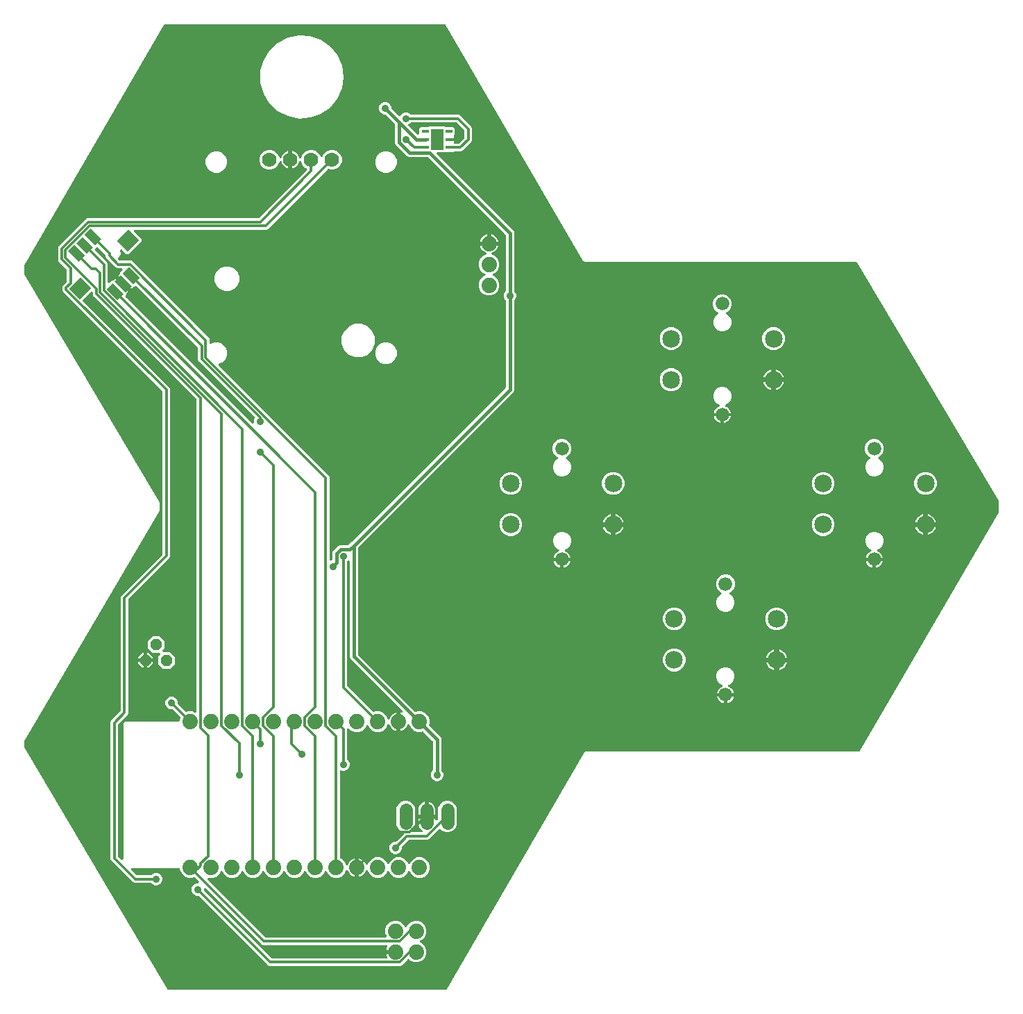
<source format=gbr>
G04 EAGLE Gerber X2 export*
G75*
%MOMM*%
%FSLAX34Y34*%
%LPD*%
%AMOC8*
5,1,8,0,0,1.08239X$1,22.5*%
G01*
%ADD10C,2.159000*%
%ADD11C,1.676400*%
%ADD12C,1.879600*%
%ADD13R,1.850000X1.100000*%
%ADD14R,1.900000X2.000000*%
%ADD15R,0.850000X0.450000*%
%ADD16R,1.600000X2.500000*%
%ADD17P,1.539592X8X22.500000*%
%ADD18C,1.778000*%
%ADD19C,1.625600*%
%ADD20C,0.304800*%
%ADD21C,0.906400*%
%ADD22C,0.406400*%

G36*
X556709Y29990D02*
X556709Y29990D01*
X556858Y30002D01*
X556882Y30010D01*
X556907Y30013D01*
X557047Y30063D01*
X557189Y30108D01*
X557211Y30122D01*
X557235Y30130D01*
X557360Y30211D01*
X557488Y30288D01*
X557507Y30305D01*
X557528Y30319D01*
X557632Y30426D01*
X557739Y30530D01*
X557756Y30555D01*
X557770Y30570D01*
X557795Y30611D01*
X557878Y30731D01*
X724821Y318174D01*
X724839Y318216D01*
X724911Y318356D01*
X725103Y318820D01*
X725185Y318901D01*
X725231Y318960D01*
X725285Y319013D01*
X725372Y319138D01*
X725401Y319174D01*
X725409Y319191D01*
X725425Y319214D01*
X725483Y319313D01*
X725882Y319618D01*
X725914Y319649D01*
X726035Y319752D01*
X726390Y320107D01*
X726496Y320151D01*
X726562Y320187D01*
X726632Y320215D01*
X726760Y320297D01*
X726801Y320320D01*
X726814Y320332D01*
X726837Y320347D01*
X726929Y320417D01*
X727414Y320545D01*
X727456Y320562D01*
X727607Y320611D01*
X728070Y320803D01*
X728185Y320803D01*
X728260Y320811D01*
X728335Y320810D01*
X728486Y320837D01*
X728532Y320843D01*
X728549Y320849D01*
X728576Y320854D01*
X728687Y320883D01*
X729185Y320816D01*
X729229Y320815D01*
X729387Y320803D01*
X1060754Y320803D01*
X1060901Y320820D01*
X1061050Y320832D01*
X1061075Y320840D01*
X1061101Y320843D01*
X1061240Y320893D01*
X1061382Y320938D01*
X1061404Y320951D01*
X1061429Y320960D01*
X1061554Y321041D01*
X1061681Y321117D01*
X1061699Y321135D01*
X1061721Y321149D01*
X1061825Y321256D01*
X1061931Y321359D01*
X1061949Y321385D01*
X1061964Y321400D01*
X1061988Y321441D01*
X1062071Y321560D01*
X1230931Y611748D01*
X1230972Y611844D01*
X1231023Y611935D01*
X1231042Y612003D01*
X1231070Y612068D01*
X1231089Y612170D01*
X1231118Y612271D01*
X1231125Y612364D01*
X1231134Y612410D01*
X1231132Y612448D01*
X1231137Y612515D01*
X1231137Y625704D01*
X1231124Y625815D01*
X1231121Y625926D01*
X1231105Y625987D01*
X1231097Y626050D01*
X1231060Y626155D01*
X1231031Y626263D01*
X1230995Y626337D01*
X1230980Y626378D01*
X1230957Y626414D01*
X1230923Y626483D01*
X1058292Y916703D01*
X1058207Y916815D01*
X1058126Y916931D01*
X1058101Y916953D01*
X1058081Y916980D01*
X1057972Y917070D01*
X1057867Y917164D01*
X1057838Y917181D01*
X1057812Y917202D01*
X1057686Y917265D01*
X1057562Y917333D01*
X1057530Y917342D01*
X1057500Y917357D01*
X1057363Y917389D01*
X1057227Y917428D01*
X1057186Y917431D01*
X1057161Y917437D01*
X1057111Y917437D01*
X1056983Y917447D01*
X728123Y917447D01*
X728080Y917442D01*
X727918Y917433D01*
X727426Y917366D01*
X727309Y917397D01*
X727236Y917408D01*
X727165Y917428D01*
X727009Y917440D01*
X726964Y917447D01*
X726947Y917445D01*
X726921Y917447D01*
X726800Y917447D01*
X726342Y917637D01*
X726300Y917649D01*
X726147Y917703D01*
X725667Y917829D01*
X725570Y917902D01*
X725507Y917940D01*
X725449Y917986D01*
X725310Y918057D01*
X725271Y918080D01*
X725254Y918085D01*
X725231Y918097D01*
X725120Y918143D01*
X724769Y918494D01*
X724735Y918522D01*
X724614Y918630D01*
X724218Y918930D01*
X724158Y919035D01*
X724113Y919094D01*
X724077Y919158D01*
X723976Y919277D01*
X723949Y919314D01*
X723936Y919325D01*
X723919Y919344D01*
X723833Y919430D01*
X723644Y919888D01*
X723622Y919927D01*
X723552Y920073D01*
X556614Y1206252D01*
X556526Y1206370D01*
X556442Y1206491D01*
X556422Y1206509D01*
X556406Y1206531D01*
X556292Y1206626D01*
X556183Y1206724D01*
X556159Y1206737D01*
X556139Y1206755D01*
X556007Y1206821D01*
X555878Y1206893D01*
X555852Y1206900D01*
X555828Y1206912D01*
X555685Y1206947D01*
X555542Y1206988D01*
X555510Y1206990D01*
X555489Y1206995D01*
X555441Y1206996D01*
X555299Y1207007D01*
X214328Y1207007D01*
X214180Y1206990D01*
X214032Y1206978D01*
X214007Y1206970D01*
X213982Y1206967D01*
X213842Y1206917D01*
X213700Y1206872D01*
X213678Y1206859D01*
X213654Y1206850D01*
X213529Y1206769D01*
X213401Y1206693D01*
X213382Y1206675D01*
X213361Y1206661D01*
X213257Y1206554D01*
X213150Y1206450D01*
X213133Y1206425D01*
X213119Y1206410D01*
X213094Y1206369D01*
X213011Y1206249D01*
X42879Y913523D01*
X42837Y913427D01*
X42787Y913336D01*
X42768Y913268D01*
X42740Y913203D01*
X42721Y913101D01*
X42692Y913001D01*
X42685Y912907D01*
X42676Y912861D01*
X42678Y912823D01*
X42673Y912757D01*
X42673Y903366D01*
X42685Y903258D01*
X42688Y903148D01*
X42705Y903085D01*
X42713Y903020D01*
X42749Y902917D01*
X42777Y902811D01*
X42815Y902734D01*
X42830Y902692D01*
X42852Y902658D01*
X42885Y902592D01*
X206744Y625290D01*
X206786Y625235D01*
X206820Y625174D01*
X206930Y625046D01*
X206955Y625012D01*
X206966Y625004D01*
X206979Y624988D01*
X207077Y624890D01*
X207260Y624448D01*
X207279Y624414D01*
X207356Y624256D01*
X207599Y623843D01*
X207619Y623706D01*
X207636Y623639D01*
X207645Y623570D01*
X207697Y623409D01*
X207707Y623369D01*
X207713Y623357D01*
X207720Y623337D01*
X207773Y623210D01*
X207773Y622730D01*
X207777Y622692D01*
X207788Y622516D01*
X207855Y622042D01*
X207821Y621908D01*
X207811Y621839D01*
X207792Y621773D01*
X207779Y621604D01*
X207773Y621563D01*
X207774Y621549D01*
X207773Y621529D01*
X207773Y616733D01*
X207781Y616662D01*
X207780Y616589D01*
X207808Y616431D01*
X207813Y616387D01*
X207818Y616372D01*
X207822Y616348D01*
X207854Y616226D01*
X207787Y615740D01*
X207786Y615697D01*
X207773Y615532D01*
X207773Y615040D01*
X207724Y614924D01*
X207705Y614854D01*
X207676Y614788D01*
X207641Y614632D01*
X207629Y614589D01*
X207628Y614573D01*
X207623Y614549D01*
X207606Y614424D01*
X207357Y614000D01*
X207340Y613961D01*
X207265Y613814D01*
X207077Y613360D01*
X206987Y613271D01*
X206942Y613214D01*
X206890Y613164D01*
X206798Y613033D01*
X206771Y612998D01*
X206764Y612983D01*
X206750Y612963D01*
X42882Y333126D01*
X42839Y333029D01*
X42787Y332936D01*
X42769Y332870D01*
X42741Y332807D01*
X42721Y332703D01*
X42692Y332600D01*
X42685Y332510D01*
X42677Y332465D01*
X42678Y332425D01*
X42673Y332356D01*
X42673Y326782D01*
X42685Y326674D01*
X42688Y326566D01*
X42705Y326501D01*
X42713Y326436D01*
X42749Y326334D01*
X42777Y326229D01*
X42815Y326150D01*
X42830Y326107D01*
X42852Y326073D01*
X42883Y326009D01*
X216802Y30723D01*
X216889Y30608D01*
X216971Y30489D01*
X216994Y30469D01*
X217012Y30445D01*
X217123Y30352D01*
X217230Y30256D01*
X217256Y30241D01*
X217280Y30222D01*
X217409Y30157D01*
X217535Y30087D01*
X217564Y30079D01*
X217591Y30065D01*
X217731Y30032D01*
X217871Y29992D01*
X217907Y29989D01*
X217930Y29984D01*
X217979Y29984D01*
X218114Y29973D01*
X556561Y29973D01*
X556709Y29990D01*
G37*
%LPC*%
G36*
X341736Y59181D02*
X341736Y59181D01*
X340056Y59877D01*
X255560Y144373D01*
X255461Y144452D01*
X255367Y144536D01*
X255325Y144560D01*
X255287Y144590D01*
X255173Y144644D01*
X255062Y144705D01*
X255016Y144718D01*
X254972Y144739D01*
X254849Y144765D01*
X254727Y144800D01*
X254666Y144805D01*
X254631Y144812D01*
X254583Y144811D01*
X254483Y144819D01*
X252492Y144819D01*
X249706Y145973D01*
X247573Y148106D01*
X246419Y150892D01*
X246419Y153908D01*
X247573Y156694D01*
X249706Y158827D01*
X252492Y159981D01*
X254055Y159981D01*
X254155Y159992D01*
X254255Y159994D01*
X254327Y160012D01*
X254401Y160021D01*
X254496Y160054D01*
X254593Y160079D01*
X254659Y160113D01*
X254729Y160138D01*
X254814Y160193D01*
X254903Y160239D01*
X254960Y160287D01*
X255022Y160327D01*
X255092Y160399D01*
X255168Y160464D01*
X255213Y160524D01*
X255264Y160578D01*
X255316Y160664D01*
X255376Y160745D01*
X255405Y160813D01*
X255443Y160877D01*
X255474Y160973D01*
X255514Y161065D01*
X255527Y161138D01*
X255549Y161209D01*
X255557Y161309D01*
X255575Y161408D01*
X255571Y161482D01*
X255577Y161556D01*
X255562Y161656D01*
X255557Y161756D01*
X255537Y161827D01*
X255526Y161901D01*
X255489Y161994D01*
X255461Y162091D01*
X255424Y162156D01*
X255397Y162225D01*
X255340Y162307D01*
X255291Y162395D01*
X255225Y162471D01*
X255198Y162511D01*
X255172Y162535D01*
X255132Y162581D01*
X250783Y166930D01*
X250723Y166977D01*
X250670Y167032D01*
X250587Y167085D01*
X250510Y167147D01*
X250441Y167179D01*
X250377Y167220D01*
X250284Y167253D01*
X250195Y167295D01*
X250121Y167311D01*
X250048Y167337D01*
X249950Y167348D01*
X249854Y167369D01*
X249778Y167367D01*
X249702Y167376D01*
X249604Y167365D01*
X249506Y167363D01*
X249432Y167344D01*
X249356Y167335D01*
X249214Y167289D01*
X249168Y167278D01*
X249151Y167269D01*
X249123Y167260D01*
X247586Y166623D01*
X242634Y166623D01*
X238059Y168518D01*
X234558Y172019D01*
X232663Y176594D01*
X232663Y177038D01*
X232660Y177064D01*
X232662Y177090D01*
X232640Y177237D01*
X232623Y177384D01*
X232615Y177409D01*
X232611Y177435D01*
X232556Y177573D01*
X232506Y177712D01*
X232492Y177734D01*
X232482Y177759D01*
X232397Y177880D01*
X232317Y178005D01*
X232298Y178023D01*
X232283Y178045D01*
X232173Y178144D01*
X232066Y178247D01*
X232044Y178261D01*
X232024Y178278D01*
X231894Y178350D01*
X231767Y178426D01*
X231742Y178434D01*
X231719Y178447D01*
X231576Y178487D01*
X231435Y178532D01*
X231409Y178534D01*
X231384Y178542D01*
X231140Y178561D01*
X174483Y178561D01*
X174383Y178550D01*
X174283Y178548D01*
X174211Y178530D01*
X174137Y178521D01*
X174042Y178488D01*
X173945Y178463D01*
X173879Y178429D01*
X173809Y178404D01*
X173724Y178349D01*
X173635Y178303D01*
X173578Y178255D01*
X173516Y178215D01*
X173446Y178143D01*
X173370Y178078D01*
X173325Y178018D01*
X173274Y177964D01*
X173222Y177878D01*
X173162Y177797D01*
X173133Y177729D01*
X173095Y177665D01*
X173064Y177569D01*
X173024Y177477D01*
X173011Y177404D01*
X172989Y177333D01*
X172981Y177233D01*
X172963Y177134D01*
X172967Y177060D01*
X172961Y176986D01*
X172976Y176886D01*
X172981Y176786D01*
X173001Y176715D01*
X173012Y176641D01*
X173049Y176548D01*
X173077Y176451D01*
X173114Y176386D01*
X173141Y176317D01*
X173198Y176235D01*
X173247Y176147D01*
X173313Y176071D01*
X173340Y176031D01*
X173366Y176007D01*
X173406Y175961D01*
X179248Y170119D01*
X179347Y170040D01*
X179441Y169956D01*
X179483Y169932D01*
X179521Y169902D01*
X179635Y169848D01*
X179746Y169787D01*
X179792Y169774D01*
X179836Y169753D01*
X179959Y169727D01*
X180081Y169692D01*
X180142Y169687D01*
X180177Y169680D01*
X180225Y169681D01*
X180325Y169673D01*
X196421Y169673D01*
X196547Y169687D01*
X196673Y169694D01*
X196719Y169707D01*
X196767Y169713D01*
X196886Y169755D01*
X197008Y169790D01*
X197050Y169814D01*
X197095Y169830D01*
X197202Y169899D01*
X197312Y169960D01*
X197358Y170000D01*
X197388Y170019D01*
X197422Y170054D01*
X197498Y170119D01*
X198906Y171527D01*
X201692Y172681D01*
X204708Y172681D01*
X207494Y171527D01*
X209627Y169394D01*
X210781Y166608D01*
X210781Y163592D01*
X209627Y160806D01*
X207494Y158673D01*
X204708Y157519D01*
X201692Y157519D01*
X198906Y158673D01*
X197498Y160081D01*
X197399Y160160D01*
X197305Y160244D01*
X197263Y160268D01*
X197225Y160298D01*
X197111Y160352D01*
X197000Y160413D01*
X196954Y160426D01*
X196910Y160447D01*
X196787Y160473D01*
X196665Y160508D01*
X196604Y160513D01*
X196569Y160520D01*
X196521Y160519D01*
X196421Y160527D01*
X176890Y160527D01*
X175210Y161223D01*
X148523Y187910D01*
X147827Y189590D01*
X147827Y356510D01*
X148523Y358190D01*
X159827Y369494D01*
X159906Y369593D01*
X159990Y369687D01*
X160014Y369729D01*
X160044Y369767D01*
X160098Y369881D01*
X160159Y369992D01*
X160172Y370038D01*
X160193Y370082D01*
X160219Y370205D01*
X160254Y370327D01*
X160259Y370388D01*
X160266Y370423D01*
X160265Y370471D01*
X160273Y370571D01*
X160273Y508910D01*
X160969Y510590D01*
X210881Y560502D01*
X210960Y560601D01*
X211044Y560695D01*
X211068Y560737D01*
X211098Y560775D01*
X211152Y560889D01*
X211174Y560929D01*
X211192Y560960D01*
X211194Y560966D01*
X211213Y561000D01*
X211226Y561046D01*
X211247Y561090D01*
X211273Y561212D01*
X211298Y561292D01*
X211300Y561307D01*
X211308Y561335D01*
X211313Y561396D01*
X211320Y561431D01*
X211319Y561479D01*
X211327Y561579D01*
X211327Y758815D01*
X211313Y758941D01*
X211306Y759067D01*
X211293Y759113D01*
X211287Y759161D01*
X211245Y759280D01*
X211210Y759402D01*
X211186Y759444D01*
X211170Y759490D01*
X211101Y759596D01*
X211040Y759706D01*
X211000Y759752D01*
X210981Y759782D01*
X210946Y759816D01*
X210881Y759892D01*
X89783Y880990D01*
X89087Y882671D01*
X89087Y887015D01*
X89783Y888696D01*
X94058Y892971D01*
X94137Y893070D01*
X94222Y893164D01*
X94245Y893206D01*
X94275Y893244D01*
X94329Y893358D01*
X94390Y893469D01*
X94403Y893515D01*
X94424Y893559D01*
X94450Y893682D01*
X94485Y893804D01*
X94490Y893865D01*
X94497Y893900D01*
X94496Y893948D01*
X94505Y894048D01*
X94505Y907427D01*
X94490Y907552D01*
X94484Y907678D01*
X94470Y907725D01*
X94465Y907773D01*
X94422Y907892D01*
X94387Y908013D01*
X94363Y908055D01*
X94347Y908101D01*
X94279Y908207D01*
X94217Y908317D01*
X94177Y908364D01*
X94158Y908394D01*
X94123Y908427D01*
X94058Y908504D01*
X84363Y918199D01*
X83667Y919880D01*
X83667Y934729D01*
X84363Y936410D01*
X117690Y969737D01*
X119371Y970433D01*
X327675Y970433D01*
X327801Y970448D01*
X327927Y970454D01*
X327973Y970468D01*
X328021Y970473D01*
X328140Y970516D01*
X328262Y970551D01*
X328304Y970574D01*
X328349Y970591D01*
X328456Y970659D01*
X328566Y970721D01*
X328612Y970760D01*
X328642Y970780D01*
X328676Y970814D01*
X328752Y970880D01*
X387097Y1029224D01*
X387190Y1029342D01*
X387287Y1029457D01*
X387298Y1029478D01*
X387313Y1029497D01*
X387377Y1029633D01*
X387446Y1029767D01*
X387452Y1029790D01*
X387462Y1029812D01*
X387494Y1029958D01*
X387530Y1030105D01*
X387530Y1030129D01*
X387536Y1030153D01*
X387533Y1030303D01*
X387535Y1030454D01*
X387530Y1030477D01*
X387530Y1030501D01*
X387493Y1030647D01*
X387461Y1030794D01*
X387450Y1030816D01*
X387445Y1030839D01*
X387376Y1030973D01*
X387311Y1031109D01*
X387296Y1031128D01*
X387285Y1031149D01*
X387188Y1031263D01*
X387094Y1031381D01*
X387075Y1031396D01*
X387059Y1031415D01*
X386938Y1031504D01*
X386820Y1031597D01*
X386794Y1031610D01*
X386779Y1031622D01*
X386735Y1031640D01*
X386602Y1031708D01*
X385877Y1032009D01*
X382519Y1035367D01*
X380741Y1039659D01*
X380664Y1039798D01*
X380589Y1039940D01*
X380579Y1039951D01*
X380572Y1039963D01*
X380465Y1040082D01*
X380359Y1040202D01*
X380348Y1040210D01*
X380338Y1040221D01*
X380206Y1040312D01*
X380077Y1040406D01*
X380063Y1040411D01*
X380051Y1040419D01*
X379902Y1040478D01*
X379755Y1040540D01*
X379741Y1040542D01*
X379727Y1040547D01*
X379569Y1040571D01*
X379411Y1040597D01*
X379397Y1040596D01*
X379382Y1040598D01*
X379223Y1040585D01*
X379063Y1040575D01*
X379049Y1040570D01*
X379035Y1040569D01*
X378883Y1040520D01*
X378730Y1040474D01*
X378717Y1040467D01*
X378703Y1040462D01*
X378566Y1040380D01*
X378428Y1040300D01*
X378417Y1040290D01*
X378405Y1040282D01*
X378290Y1040171D01*
X378173Y1040062D01*
X378165Y1040050D01*
X378155Y1040040D01*
X378068Y1039905D01*
X377979Y1039772D01*
X377973Y1039756D01*
X377966Y1039746D01*
X377953Y1039710D01*
X377885Y1039546D01*
X377362Y1037937D01*
X376582Y1036405D01*
X375571Y1035014D01*
X374356Y1033799D01*
X372965Y1032788D01*
X371433Y1032008D01*
X369798Y1031476D01*
X369739Y1031467D01*
X369739Y1041154D01*
X369736Y1041180D01*
X369738Y1041206D01*
X369716Y1041353D01*
X369699Y1041500D01*
X369691Y1041525D01*
X369687Y1041551D01*
X369632Y1041688D01*
X369582Y1041828D01*
X369568Y1041850D01*
X369558Y1041875D01*
X369473Y1041996D01*
X369393Y1042121D01*
X369380Y1042133D01*
X369425Y1042180D01*
X369439Y1042203D01*
X369456Y1042222D01*
X369528Y1042352D01*
X369604Y1042479D01*
X369612Y1042504D01*
X369625Y1042527D01*
X369665Y1042670D01*
X369710Y1042811D01*
X369712Y1042837D01*
X369720Y1042862D01*
X369739Y1043106D01*
X369739Y1052793D01*
X369798Y1052784D01*
X371433Y1052252D01*
X372965Y1051472D01*
X374356Y1050461D01*
X375571Y1049246D01*
X376582Y1047855D01*
X377362Y1046323D01*
X377885Y1044714D01*
X377951Y1044569D01*
X378016Y1044422D01*
X378024Y1044410D01*
X378030Y1044397D01*
X378128Y1044271D01*
X378223Y1044142D01*
X378235Y1044132D01*
X378243Y1044121D01*
X378367Y1044020D01*
X378489Y1043917D01*
X378502Y1043910D01*
X378514Y1043901D01*
X378658Y1043830D01*
X378800Y1043758D01*
X378814Y1043754D01*
X378827Y1043748D01*
X378984Y1043712D01*
X379138Y1043674D01*
X379152Y1043674D01*
X379167Y1043670D01*
X379326Y1043671D01*
X379486Y1043669D01*
X379501Y1043672D01*
X379515Y1043672D01*
X379670Y1043709D01*
X379827Y1043743D01*
X379840Y1043749D01*
X379854Y1043753D01*
X379998Y1043824D01*
X380142Y1043893D01*
X380153Y1043902D01*
X380166Y1043908D01*
X380290Y1044011D01*
X380414Y1044110D01*
X380423Y1044122D01*
X380434Y1044131D01*
X380531Y1044258D01*
X380630Y1044384D01*
X380638Y1044399D01*
X380645Y1044408D01*
X380660Y1044443D01*
X380741Y1044601D01*
X382519Y1048893D01*
X385877Y1052251D01*
X390265Y1054069D01*
X395015Y1054069D01*
X399403Y1052251D01*
X402761Y1048893D01*
X403933Y1046064D01*
X403982Y1045977D01*
X404022Y1045885D01*
X404066Y1045825D01*
X404102Y1045760D01*
X404169Y1045685D01*
X404229Y1045605D01*
X404286Y1045557D01*
X404336Y1045502D01*
X404419Y1045444D01*
X404495Y1045380D01*
X404562Y1045346D01*
X404623Y1045303D01*
X404716Y1045267D01*
X404806Y1045221D01*
X404878Y1045203D01*
X404947Y1045176D01*
X405046Y1045161D01*
X405144Y1045137D01*
X405218Y1045136D01*
X405292Y1045125D01*
X405392Y1045133D01*
X405492Y1045132D01*
X405565Y1045148D01*
X405639Y1045154D01*
X405735Y1045185D01*
X405833Y1045206D01*
X405900Y1045238D01*
X405971Y1045261D01*
X406057Y1045313D01*
X406148Y1045356D01*
X406206Y1045402D01*
X406269Y1045441D01*
X406341Y1045510D01*
X406420Y1045573D01*
X406466Y1045632D01*
X406519Y1045683D01*
X406574Y1045768D01*
X406636Y1045847D01*
X406682Y1045936D01*
X406708Y1045977D01*
X406720Y1046010D01*
X406747Y1046064D01*
X407919Y1048893D01*
X411277Y1052251D01*
X415665Y1054069D01*
X420415Y1054069D01*
X424803Y1052251D01*
X428161Y1048893D01*
X429979Y1044505D01*
X429979Y1039755D01*
X428161Y1035367D01*
X424803Y1032009D01*
X420415Y1030191D01*
X415665Y1030191D01*
X414416Y1030709D01*
X414342Y1030730D01*
X414272Y1030760D01*
X414175Y1030778D01*
X414080Y1030805D01*
X414004Y1030808D01*
X413929Y1030822D01*
X413831Y1030817D01*
X413732Y1030822D01*
X413657Y1030808D01*
X413581Y1030804D01*
X413486Y1030777D01*
X413390Y1030759D01*
X413319Y1030729D01*
X413246Y1030707D01*
X413160Y1030659D01*
X413070Y1030620D01*
X413009Y1030575D01*
X412942Y1030537D01*
X412828Y1030440D01*
X412790Y1030412D01*
X412778Y1030398D01*
X412756Y1030379D01*
X339789Y957412D01*
X338108Y956716D01*
X177922Y956716D01*
X177822Y956704D01*
X177722Y956703D01*
X177650Y956684D01*
X177576Y956676D01*
X177482Y956642D01*
X177384Y956618D01*
X177318Y956584D01*
X177248Y956558D01*
X177164Y956504D01*
X177074Y956458D01*
X177018Y956410D01*
X176955Y956369D01*
X176885Y956297D01*
X176809Y956232D01*
X176765Y956172D01*
X176713Y956119D01*
X176661Y956033D01*
X176602Y955952D01*
X176572Y955884D01*
X176534Y955820D01*
X176503Y955724D01*
X176464Y955632D01*
X176451Y955559D01*
X176428Y955488D01*
X176420Y955388D01*
X176402Y955289D01*
X176406Y955214D01*
X176400Y955140D01*
X176415Y955041D01*
X176420Y954941D01*
X176441Y954869D01*
X176452Y954796D01*
X176489Y954702D01*
X176517Y954606D01*
X176553Y954541D01*
X176580Y954472D01*
X176638Y954389D01*
X176687Y954302D01*
X176752Y954225D01*
X176779Y954186D01*
X176806Y954162D01*
X176845Y954115D01*
X185741Y945220D01*
X185741Y942694D01*
X169813Y926766D01*
X167287Y926766D01*
X161861Y932192D01*
X161822Y932224D01*
X161788Y932261D01*
X161685Y932332D01*
X161588Y932409D01*
X161543Y932430D01*
X161501Y932459D01*
X161385Y932505D01*
X161273Y932558D01*
X161224Y932568D01*
X161177Y932587D01*
X161054Y932605D01*
X160932Y932631D01*
X160882Y932630D01*
X160832Y932638D01*
X160708Y932627D01*
X160584Y932625D01*
X160535Y932613D01*
X160485Y932609D01*
X160366Y932571D01*
X160246Y932540D01*
X160201Y932517D01*
X160153Y932502D01*
X160047Y932438D01*
X159936Y932381D01*
X159898Y932348D01*
X159855Y932322D01*
X159765Y932235D01*
X159671Y932155D01*
X159641Y932114D01*
X159605Y932079D01*
X159537Y931975D01*
X159463Y931874D01*
X159443Y931828D01*
X159416Y931786D01*
X159375Y931669D01*
X159325Y931554D01*
X159317Y931505D01*
X159300Y931457D01*
X159286Y931334D01*
X159264Y931211D01*
X159266Y931161D01*
X159261Y931111D01*
X159275Y930987D01*
X159282Y930863D01*
X159296Y930815D01*
X159301Y930765D01*
X159377Y930532D01*
X159934Y929187D01*
X159934Y926483D01*
X158899Y923984D01*
X157446Y922531D01*
X157430Y922511D01*
X157410Y922494D01*
X157321Y922374D01*
X157229Y922258D01*
X157218Y922234D01*
X157203Y922213D01*
X157144Y922077D01*
X157080Y921943D01*
X157075Y921917D01*
X157065Y921893D01*
X157038Y921747D01*
X157007Y921602D01*
X157008Y921576D01*
X157003Y921550D01*
X157011Y921402D01*
X157013Y921254D01*
X157019Y921228D01*
X157021Y921202D01*
X157062Y921060D01*
X157098Y920916D01*
X157110Y920892D01*
X157117Y920867D01*
X157190Y920738D01*
X157258Y920606D01*
X157275Y920586D01*
X157288Y920563D01*
X157446Y920377D01*
X158538Y919285D01*
X158637Y919206D01*
X158731Y919122D01*
X158773Y919098D01*
X158811Y919068D01*
X158925Y919014D01*
X159036Y918953D01*
X159083Y918940D01*
X159126Y918919D01*
X159250Y918893D01*
X159371Y918858D01*
X159432Y918853D01*
X159467Y918846D01*
X159515Y918847D01*
X159615Y918839D01*
X172631Y918839D01*
X174312Y918143D01*
X267669Y824786D01*
X268365Y823105D01*
X268365Y819023D01*
X268382Y818874D01*
X268394Y818724D01*
X268402Y818701D01*
X268405Y818677D01*
X268455Y818535D01*
X268501Y818392D01*
X268514Y818371D01*
X268522Y818349D01*
X268604Y818222D01*
X268681Y818094D01*
X268698Y818076D01*
X268711Y818056D01*
X268819Y817951D01*
X268924Y817844D01*
X268944Y817831D01*
X268962Y817814D01*
X269091Y817737D01*
X269217Y817655D01*
X269240Y817647D01*
X269261Y817635D01*
X269404Y817589D01*
X269546Y817539D01*
X269570Y817536D01*
X269593Y817529D01*
X269742Y817517D01*
X269892Y817500D01*
X269916Y817503D01*
X269940Y817501D01*
X270088Y817523D01*
X270238Y817541D01*
X270266Y817550D01*
X270285Y817552D01*
X270328Y817570D01*
X270471Y817616D01*
X274244Y819179D01*
X279436Y819179D01*
X284232Y817192D01*
X287902Y813522D01*
X289889Y808726D01*
X289889Y803534D01*
X287902Y798738D01*
X284232Y795068D01*
X280458Y793505D01*
X280327Y793432D01*
X280193Y793363D01*
X280174Y793347D01*
X280153Y793335D01*
X280042Y793235D01*
X279927Y793137D01*
X279913Y793118D01*
X279895Y793101D01*
X279810Y792978D01*
X279720Y792857D01*
X279711Y792835D01*
X279697Y792815D01*
X279642Y792675D01*
X279582Y792537D01*
X279578Y792513D01*
X279569Y792490D01*
X279547Y792342D01*
X279521Y792194D01*
X279522Y792170D01*
X279518Y792146D01*
X279531Y791995D01*
X279539Y791846D01*
X279545Y791822D01*
X279547Y791798D01*
X279594Y791655D01*
X279635Y791511D01*
X279647Y791490D01*
X279654Y791467D01*
X279732Y791338D01*
X279805Y791207D01*
X279824Y791184D01*
X279834Y791168D01*
X279867Y791134D01*
X279964Y791020D01*
X412840Y658144D01*
X414341Y656644D01*
X415037Y654963D01*
X415037Y554902D01*
X415054Y554753D01*
X415066Y554603D01*
X415074Y554580D01*
X415077Y554556D01*
X415127Y554414D01*
X415174Y554271D01*
X415186Y554250D01*
X415194Y554228D01*
X415276Y554101D01*
X415353Y553972D01*
X415370Y553955D01*
X415383Y553935D01*
X415491Y553830D01*
X415596Y553722D01*
X415616Y553709D01*
X415634Y553693D01*
X415763Y553616D01*
X415889Y553534D01*
X415912Y553526D01*
X415933Y553514D01*
X416076Y553468D01*
X416218Y553418D01*
X416242Y553415D01*
X416265Y553408D01*
X416414Y553396D01*
X416564Y553379D01*
X416588Y553382D01*
X416612Y553380D01*
X416761Y553402D01*
X416910Y553420D01*
X416938Y553428D01*
X416957Y553431D01*
X417001Y553449D01*
X417143Y553495D01*
X417691Y553722D01*
X417758Y553759D01*
X417829Y553787D01*
X417909Y553843D01*
X417996Y553891D01*
X418052Y553942D01*
X418115Y553986D01*
X418181Y554059D01*
X418254Y554125D01*
X418297Y554188D01*
X418348Y554245D01*
X418396Y554331D01*
X418452Y554412D01*
X418480Y554483D01*
X418517Y554550D01*
X418544Y554645D01*
X418580Y554736D01*
X418591Y554812D01*
X418612Y554885D01*
X418624Y555034D01*
X418631Y555081D01*
X418629Y555100D01*
X418631Y555129D01*
X418631Y563161D01*
X419405Y565028D01*
X421048Y566671D01*
X421048Y566672D01*
X423928Y569552D01*
X425572Y571195D01*
X427439Y571969D01*
X437153Y571969D01*
X437278Y571983D01*
X437404Y571990D01*
X437451Y572003D01*
X437499Y572009D01*
X437618Y572051D01*
X437739Y572086D01*
X437781Y572110D01*
X437827Y572126D01*
X437933Y572195D01*
X438043Y572256D01*
X438090Y572296D01*
X438120Y572315D01*
X438153Y572350D01*
X438230Y572415D01*
X439979Y574164D01*
X441836Y576021D01*
X629473Y763658D01*
X629552Y763757D01*
X629636Y763851D01*
X629660Y763894D01*
X629690Y763931D01*
X629744Y764046D01*
X629805Y764156D01*
X629818Y764203D01*
X629839Y764246D01*
X629865Y764370D01*
X629900Y764492D01*
X629905Y764552D01*
X629912Y764587D01*
X629911Y764635D01*
X629919Y764735D01*
X629919Y870029D01*
X629905Y870155D01*
X629898Y870281D01*
X629885Y870327D01*
X629879Y870375D01*
X629837Y870494D01*
X629802Y870616D01*
X629778Y870658D01*
X629762Y870703D01*
X629693Y870810D01*
X629632Y870920D01*
X629592Y870966D01*
X629573Y870996D01*
X629538Y871030D01*
X629473Y871106D01*
X628573Y872006D01*
X627419Y874792D01*
X627419Y877808D01*
X628573Y880594D01*
X629473Y881494D01*
X629552Y881593D01*
X629636Y881687D01*
X629660Y881729D01*
X629690Y881767D01*
X629744Y881881D01*
X629805Y881992D01*
X629818Y882038D01*
X629839Y882082D01*
X629865Y882205D01*
X629900Y882327D01*
X629905Y882388D01*
X629912Y882423D01*
X629911Y882471D01*
X629919Y882571D01*
X629919Y949765D01*
X629905Y949890D01*
X629898Y950016D01*
X629885Y950063D01*
X629879Y950111D01*
X629837Y950230D01*
X629802Y950351D01*
X629778Y950393D01*
X629762Y950439D01*
X629693Y950545D01*
X629632Y950655D01*
X629592Y950702D01*
X629573Y950732D01*
X629538Y950765D01*
X629473Y950842D01*
X535098Y1045217D01*
X534999Y1045296D01*
X534905Y1045380D01*
X534862Y1045404D01*
X534825Y1045434D01*
X534710Y1045488D01*
X534600Y1045549D01*
X534553Y1045562D01*
X534510Y1045583D01*
X534386Y1045609D01*
X534264Y1045644D01*
X534204Y1045649D01*
X534169Y1045656D01*
X534121Y1045655D01*
X534021Y1045663D01*
X511607Y1045663D01*
X509740Y1046437D01*
X495605Y1060572D01*
X494831Y1062439D01*
X494831Y1084853D01*
X494817Y1084978D01*
X494810Y1085104D01*
X494797Y1085151D01*
X494791Y1085199D01*
X494749Y1085318D01*
X494714Y1085439D01*
X494690Y1085481D01*
X494674Y1085527D01*
X494605Y1085633D01*
X494544Y1085743D01*
X494504Y1085790D01*
X494485Y1085820D01*
X494450Y1085853D01*
X494385Y1085930D01*
X483442Y1096873D01*
X483343Y1096952D01*
X483249Y1097036D01*
X483206Y1097060D01*
X483169Y1097090D01*
X483054Y1097144D01*
X482944Y1097205D01*
X482897Y1097218D01*
X482854Y1097239D01*
X482730Y1097265D01*
X482608Y1097300D01*
X482548Y1097305D01*
X482513Y1097312D01*
X482465Y1097311D01*
X482365Y1097319D01*
X481092Y1097319D01*
X478306Y1098473D01*
X476173Y1100606D01*
X475019Y1103392D01*
X475019Y1106408D01*
X476173Y1109194D01*
X478306Y1111327D01*
X481092Y1112481D01*
X484108Y1112481D01*
X486894Y1111327D01*
X489027Y1109194D01*
X490181Y1106408D01*
X490181Y1105135D01*
X490195Y1105010D01*
X490202Y1104884D01*
X490215Y1104837D01*
X490221Y1104789D01*
X490263Y1104670D01*
X490298Y1104549D01*
X490322Y1104507D01*
X490338Y1104461D01*
X490407Y1104355D01*
X490468Y1104245D01*
X490508Y1104198D01*
X490527Y1104168D01*
X490562Y1104135D01*
X490627Y1104058D01*
X498971Y1095714D01*
X499088Y1095621D01*
X499203Y1095524D01*
X499225Y1095513D01*
X499244Y1095498D01*
X499379Y1095434D01*
X499514Y1095365D01*
X499537Y1095359D01*
X499559Y1095349D01*
X499706Y1095317D01*
X499852Y1095281D01*
X499876Y1095281D01*
X499900Y1095276D01*
X500049Y1095278D01*
X500200Y1095276D01*
X500224Y1095281D01*
X500248Y1095282D01*
X500394Y1095318D01*
X500541Y1095350D01*
X500562Y1095361D01*
X500586Y1095367D01*
X500720Y1095436D01*
X500855Y1095500D01*
X500874Y1095515D01*
X500896Y1095526D01*
X501010Y1095624D01*
X501128Y1095717D01*
X501143Y1095736D01*
X501161Y1095752D01*
X501251Y1095873D01*
X501344Y1095991D01*
X501357Y1096017D01*
X501368Y1096032D01*
X501387Y1096076D01*
X501455Y1096209D01*
X501573Y1096494D01*
X503706Y1098627D01*
X506492Y1099781D01*
X509508Y1099781D01*
X512294Y1098627D01*
X513702Y1097219D01*
X513801Y1097140D01*
X513895Y1097056D01*
X513937Y1097032D01*
X513975Y1097002D01*
X514089Y1096948D01*
X514200Y1096887D01*
X514246Y1096874D01*
X514290Y1096853D01*
X514413Y1096827D01*
X514535Y1096792D01*
X514596Y1096787D01*
X514631Y1096780D01*
X514679Y1096781D01*
X514779Y1096773D01*
X572410Y1096773D01*
X574090Y1096077D01*
X588077Y1082090D01*
X588773Y1080410D01*
X588773Y1065890D01*
X588077Y1064210D01*
X576790Y1052923D01*
X575110Y1052227D01*
X567470Y1052227D01*
X567344Y1052213D01*
X567218Y1052206D01*
X567172Y1052193D01*
X567124Y1052187D01*
X567004Y1052145D01*
X566883Y1052110D01*
X566841Y1052086D01*
X566795Y1052070D01*
X566689Y1052001D01*
X566579Y1051940D01*
X566533Y1051900D01*
X566503Y1051881D01*
X566469Y1051846D01*
X566393Y1051781D01*
X566113Y1051501D01*
X556244Y1051501D01*
X556118Y1051487D01*
X555992Y1051480D01*
X555946Y1051467D01*
X555898Y1051461D01*
X555779Y1051419D01*
X555657Y1051384D01*
X555615Y1051360D01*
X555569Y1051344D01*
X555463Y1051275D01*
X555420Y1051251D01*
X547111Y1051251D01*
X547012Y1051240D01*
X546911Y1051238D01*
X546839Y1051220D01*
X546765Y1051211D01*
X546671Y1051178D01*
X546573Y1051153D01*
X546507Y1051119D01*
X546437Y1051094D01*
X546353Y1051039D01*
X546263Y1050993D01*
X546207Y1050945D01*
X546144Y1050905D01*
X546074Y1050833D01*
X545998Y1050768D01*
X545954Y1050708D01*
X545902Y1050654D01*
X545851Y1050568D01*
X545791Y1050487D01*
X545761Y1050419D01*
X545723Y1050355D01*
X545693Y1050259D01*
X545653Y1050167D01*
X545640Y1050094D01*
X545617Y1050023D01*
X545609Y1049923D01*
X545591Y1049824D01*
X545595Y1049750D01*
X545589Y1049676D01*
X545604Y1049576D01*
X545609Y1049476D01*
X545630Y1049405D01*
X545641Y1049331D01*
X545678Y1049238D01*
X545706Y1049141D01*
X545742Y1049076D01*
X545769Y1049007D01*
X545827Y1048925D01*
X545876Y1048837D01*
X545941Y1048761D01*
X545968Y1048721D01*
X545995Y1048697D01*
X546034Y1048651D01*
X639307Y955378D01*
X640081Y953511D01*
X640081Y882571D01*
X640095Y882445D01*
X640102Y882319D01*
X640115Y882273D01*
X640121Y882225D01*
X640163Y882106D01*
X640198Y881984D01*
X640222Y881942D01*
X640238Y881897D01*
X640307Y881790D01*
X640368Y881680D01*
X640408Y881634D01*
X640427Y881604D01*
X640462Y881570D01*
X640527Y881494D01*
X641427Y880594D01*
X642581Y877808D01*
X642581Y874792D01*
X641427Y872006D01*
X640527Y871106D01*
X640448Y871007D01*
X640364Y870913D01*
X640340Y870871D01*
X640310Y870833D01*
X640256Y870719D01*
X640195Y870608D01*
X640182Y870562D01*
X640161Y870518D01*
X640135Y870395D01*
X640100Y870273D01*
X640095Y870212D01*
X640088Y870177D01*
X640089Y870129D01*
X640081Y870029D01*
X640081Y760989D01*
X639307Y759122D01*
X450027Y569842D01*
X449948Y569743D01*
X449864Y569649D01*
X449840Y569606D01*
X449810Y569569D01*
X449756Y569454D01*
X449695Y569344D01*
X449682Y569297D01*
X449661Y569254D01*
X449635Y569130D01*
X449600Y569008D01*
X449595Y568948D01*
X449588Y568913D01*
X449589Y568865D01*
X449581Y568765D01*
X449581Y439615D01*
X449595Y439490D01*
X449602Y439364D01*
X449615Y439317D01*
X449621Y439269D01*
X449663Y439150D01*
X449698Y439029D01*
X449722Y438987D01*
X449738Y438941D01*
X449807Y438835D01*
X449868Y438725D01*
X449908Y438678D01*
X449927Y438648D01*
X449962Y438615D01*
X450027Y438538D01*
X519345Y369221D01*
X519405Y369173D01*
X519458Y369118D01*
X519541Y369065D01*
X519618Y369004D01*
X519687Y368971D01*
X519751Y368930D01*
X519844Y368897D01*
X519933Y368855D01*
X520007Y368839D01*
X520080Y368813D01*
X520178Y368802D01*
X520274Y368782D01*
X520350Y368783D01*
X520426Y368774D01*
X520524Y368786D01*
X520622Y368788D01*
X520696Y368806D01*
X520772Y368815D01*
X520914Y368861D01*
X520960Y368873D01*
X520977Y368881D01*
X521005Y368890D01*
X522034Y369317D01*
X526986Y369317D01*
X531561Y367422D01*
X535062Y363921D01*
X536957Y359346D01*
X536957Y354394D01*
X536530Y353365D01*
X536509Y353291D01*
X536479Y353221D01*
X536462Y353124D01*
X536435Y353030D01*
X536431Y352953D01*
X536417Y352878D01*
X536422Y352780D01*
X536418Y352682D01*
X536431Y352606D01*
X536435Y352530D01*
X536463Y352436D01*
X536480Y352339D01*
X536511Y352269D01*
X536532Y352195D01*
X536580Y352109D01*
X536619Y352019D01*
X536665Y351958D01*
X536702Y351891D01*
X536799Y351777D01*
X536827Y351739D01*
X536842Y351727D01*
X536861Y351705D01*
X550407Y338158D01*
X551181Y336291D01*
X551181Y298371D01*
X551195Y298245D01*
X551202Y298119D01*
X551215Y298073D01*
X551221Y298025D01*
X551263Y297906D01*
X551298Y297784D01*
X551322Y297742D01*
X551338Y297697D01*
X551407Y297590D01*
X551468Y297480D01*
X551508Y297434D01*
X551527Y297404D01*
X551562Y297370D01*
X551627Y297294D01*
X552527Y296394D01*
X553681Y293608D01*
X553681Y290592D01*
X552527Y287806D01*
X550394Y285673D01*
X547608Y284519D01*
X544592Y284519D01*
X541806Y285673D01*
X539673Y287806D01*
X538519Y290592D01*
X538519Y293608D01*
X539673Y296394D01*
X540573Y297294D01*
X540652Y297393D01*
X540736Y297487D01*
X540760Y297529D01*
X540790Y297567D01*
X540844Y297681D01*
X540905Y297792D01*
X540918Y297838D01*
X540939Y297882D01*
X540965Y298005D01*
X541000Y298127D01*
X541005Y298188D01*
X541012Y298223D01*
X541011Y298271D01*
X541019Y298371D01*
X541019Y332545D01*
X541005Y332670D01*
X540998Y332796D01*
X540985Y332843D01*
X540979Y332891D01*
X540937Y333010D01*
X540902Y333131D01*
X540878Y333173D01*
X540862Y333219D01*
X540793Y333325D01*
X540732Y333435D01*
X540692Y333482D01*
X540673Y333512D01*
X540638Y333545D01*
X540573Y333622D01*
X529675Y344519D01*
X529615Y344567D01*
X529562Y344622D01*
X529479Y344675D01*
X529402Y344736D01*
X529333Y344769D01*
X529269Y344810D01*
X529176Y344843D01*
X529087Y344885D01*
X529013Y344901D01*
X528940Y344927D01*
X528843Y344938D01*
X528747Y344958D01*
X528670Y344957D01*
X528594Y344966D01*
X528496Y344954D01*
X528398Y344952D01*
X528324Y344934D01*
X528248Y344925D01*
X528106Y344879D01*
X528060Y344867D01*
X528043Y344859D01*
X528015Y344850D01*
X526986Y344423D01*
X522034Y344423D01*
X517459Y346318D01*
X513958Y349819D01*
X512669Y352932D01*
X512591Y353072D01*
X512516Y353213D01*
X512507Y353224D01*
X512500Y353237D01*
X512392Y353355D01*
X512287Y353475D01*
X512275Y353484D01*
X512266Y353495D01*
X512134Y353586D01*
X512004Y353679D01*
X511991Y353685D01*
X511979Y353693D01*
X511830Y353752D01*
X511682Y353813D01*
X511668Y353815D01*
X511655Y353821D01*
X511497Y353844D01*
X511339Y353870D01*
X511324Y353869D01*
X511310Y353872D01*
X511150Y353858D01*
X510991Y353848D01*
X510977Y353844D01*
X510963Y353843D01*
X510810Y353793D01*
X510657Y353747D01*
X510645Y353740D01*
X510631Y353736D01*
X510493Y353653D01*
X510355Y353573D01*
X510345Y353563D01*
X510332Y353556D01*
X510217Y353444D01*
X510101Y353335D01*
X510093Y353323D01*
X510082Y353313D01*
X509996Y353179D01*
X509907Y353046D01*
X509900Y353030D01*
X509894Y353020D01*
X509881Y352983D01*
X509813Y352820D01*
X509703Y352482D01*
X508886Y350879D01*
X507829Y349423D01*
X506557Y348151D01*
X505101Y347094D01*
X503498Y346277D01*
X501787Y345721D01*
X501649Y345699D01*
X501649Y355854D01*
X501646Y355880D01*
X501648Y355906D01*
X501626Y356053D01*
X501609Y356200D01*
X501601Y356225D01*
X501597Y356251D01*
X501542Y356388D01*
X501492Y356528D01*
X501478Y356550D01*
X501468Y356575D01*
X501383Y356696D01*
X501303Y356821D01*
X501284Y356839D01*
X501269Y356861D01*
X501253Y356875D01*
X501335Y356960D01*
X501349Y356983D01*
X501366Y357002D01*
X501438Y357132D01*
X501514Y357259D01*
X501522Y357284D01*
X501535Y357307D01*
X501575Y357450D01*
X501620Y357591D01*
X501622Y357617D01*
X501630Y357642D01*
X501649Y357886D01*
X501649Y368041D01*
X501787Y368019D01*
X502254Y367868D01*
X502416Y367835D01*
X502576Y367800D01*
X502586Y367800D01*
X502595Y367798D01*
X502760Y367803D01*
X502924Y367806D01*
X502934Y367809D01*
X502943Y367809D01*
X503103Y367851D01*
X503262Y367891D01*
X503271Y367896D01*
X503280Y367898D01*
X503425Y367975D01*
X503572Y368051D01*
X503580Y368057D01*
X503588Y368062D01*
X503711Y368169D01*
X503838Y368277D01*
X503843Y368284D01*
X503851Y368291D01*
X503946Y368424D01*
X504045Y368557D01*
X504049Y368566D01*
X504054Y368574D01*
X504118Y368726D01*
X504183Y368877D01*
X504185Y368886D01*
X504188Y368895D01*
X504216Y369059D01*
X504245Y369220D01*
X504244Y369230D01*
X504246Y369239D01*
X504235Y369404D01*
X504227Y369568D01*
X504224Y369577D01*
X504223Y369587D01*
X504176Y369745D01*
X504130Y369903D01*
X504125Y369911D01*
X504123Y369921D01*
X504040Y370063D01*
X503960Y370207D01*
X503952Y370216D01*
X503949Y370223D01*
X503928Y370245D01*
X503801Y370393D01*
X440193Y434002D01*
X439419Y435869D01*
X439419Y552021D01*
X439400Y552190D01*
X439381Y552360D01*
X439380Y552364D01*
X439379Y552367D01*
X439322Y552527D01*
X439265Y552688D01*
X439263Y552692D01*
X439262Y552695D01*
X439169Y552840D01*
X439078Y552982D01*
X439075Y552985D01*
X439073Y552988D01*
X438949Y553108D01*
X438828Y553226D01*
X438825Y553228D01*
X438822Y553230D01*
X438674Y553319D01*
X438530Y553406D01*
X438526Y553407D01*
X438523Y553409D01*
X438361Y553461D01*
X438199Y553514D01*
X438195Y553514D01*
X438191Y553515D01*
X438023Y553529D01*
X437852Y553544D01*
X437848Y553543D01*
X437844Y553543D01*
X437674Y553518D01*
X437507Y553494D01*
X437503Y553492D01*
X437499Y553492D01*
X437338Y553428D01*
X437182Y553367D01*
X437179Y553364D01*
X437175Y553363D01*
X437036Y553266D01*
X436895Y553169D01*
X436892Y553166D01*
X436889Y553164D01*
X436775Y553038D01*
X436660Y552912D01*
X436658Y552908D01*
X436656Y552905D01*
X436648Y552892D01*
X436534Y552702D01*
X436514Y552649D01*
X436487Y552600D01*
X436476Y552562D01*
X436455Y552486D01*
X436414Y552375D01*
X436408Y552319D01*
X436392Y552265D01*
X436375Y552044D01*
X436373Y552029D01*
X436373Y552026D01*
X436373Y552021D01*
X436373Y401305D01*
X436387Y401179D01*
X436394Y401053D01*
X436407Y401007D01*
X436413Y400959D01*
X436455Y400840D01*
X436490Y400718D01*
X436514Y400676D01*
X436530Y400631D01*
X436599Y400524D01*
X436660Y400414D01*
X436700Y400368D01*
X436719Y400338D01*
X436754Y400304D01*
X436819Y400228D01*
X468037Y369010D01*
X468097Y368963D01*
X468150Y368908D01*
X468233Y368855D01*
X468310Y368793D01*
X468379Y368761D01*
X468443Y368720D01*
X468536Y368687D01*
X468625Y368645D01*
X468699Y368629D01*
X468772Y368603D01*
X468870Y368592D01*
X468966Y368571D01*
X469042Y368573D01*
X469118Y368564D01*
X469216Y368575D01*
X469314Y368577D01*
X469388Y368596D01*
X469464Y368605D01*
X469606Y368651D01*
X469652Y368662D01*
X469669Y368671D01*
X469697Y368680D01*
X471234Y369317D01*
X476186Y369317D01*
X480761Y367422D01*
X484262Y363921D01*
X485551Y360808D01*
X485629Y360668D01*
X485704Y360527D01*
X485713Y360516D01*
X485720Y360503D01*
X485828Y360385D01*
X485933Y360265D01*
X485945Y360256D01*
X485954Y360245D01*
X486086Y360154D01*
X486216Y360061D01*
X486229Y360055D01*
X486241Y360047D01*
X486390Y359988D01*
X486538Y359927D01*
X486552Y359925D01*
X486565Y359919D01*
X486723Y359896D01*
X486881Y359870D01*
X486896Y359871D01*
X486910Y359868D01*
X487070Y359882D01*
X487229Y359892D01*
X487243Y359896D01*
X487257Y359897D01*
X487410Y359947D01*
X487563Y359993D01*
X487575Y360000D01*
X487589Y360004D01*
X487727Y360087D01*
X487865Y360167D01*
X487875Y360177D01*
X487888Y360184D01*
X488003Y360296D01*
X488119Y360405D01*
X488127Y360417D01*
X488138Y360427D01*
X488224Y360561D01*
X488313Y360694D01*
X488320Y360710D01*
X488326Y360720D01*
X488339Y360757D01*
X488407Y360920D01*
X488517Y361258D01*
X489334Y362861D01*
X490391Y364317D01*
X491663Y365589D01*
X493119Y366646D01*
X494722Y367463D01*
X496433Y368019D01*
X496571Y368041D01*
X496571Y357886D01*
X496574Y357860D01*
X496572Y357834D01*
X496594Y357687D01*
X496611Y357540D01*
X496619Y357515D01*
X496623Y357489D01*
X496678Y357352D01*
X496728Y357212D01*
X496742Y357190D01*
X496752Y357165D01*
X496837Y357044D01*
X496917Y356919D01*
X496936Y356901D01*
X496951Y356879D01*
X496967Y356865D01*
X496885Y356780D01*
X496871Y356757D01*
X496854Y356738D01*
X496782Y356608D01*
X496706Y356481D01*
X496698Y356456D01*
X496685Y356433D01*
X496645Y356290D01*
X496600Y356149D01*
X496597Y356123D01*
X496590Y356098D01*
X496571Y355854D01*
X496571Y345699D01*
X496433Y345721D01*
X494722Y346277D01*
X493119Y347094D01*
X491663Y348151D01*
X490391Y349423D01*
X489334Y350879D01*
X488517Y352482D01*
X488407Y352820D01*
X488341Y352964D01*
X488277Y353112D01*
X488268Y353124D01*
X488262Y353137D01*
X488164Y353263D01*
X488069Y353392D01*
X488058Y353401D01*
X488049Y353412D01*
X487925Y353513D01*
X487803Y353617D01*
X487790Y353623D01*
X487779Y353632D01*
X487634Y353703D01*
X487493Y353775D01*
X487479Y353779D01*
X487466Y353785D01*
X487308Y353821D01*
X487154Y353860D01*
X487140Y353860D01*
X487126Y353863D01*
X486966Y353862D01*
X486806Y353865D01*
X486792Y353862D01*
X486777Y353861D01*
X486622Y353824D01*
X486465Y353790D01*
X486452Y353784D01*
X486438Y353781D01*
X486294Y353709D01*
X486151Y353641D01*
X486140Y353632D01*
X486126Y353625D01*
X486003Y353523D01*
X485878Y353423D01*
X485869Y353412D01*
X485858Y353403D01*
X485761Y353275D01*
X485662Y353150D01*
X485655Y353134D01*
X485647Y353125D01*
X485632Y353090D01*
X485551Y352932D01*
X484262Y349819D01*
X480761Y346318D01*
X476186Y344423D01*
X471234Y344423D01*
X466659Y346318D01*
X463158Y349819D01*
X462417Y351608D01*
X462369Y351696D01*
X462329Y351788D01*
X462284Y351848D01*
X462248Y351913D01*
X462181Y351987D01*
X462121Y352068D01*
X462064Y352116D01*
X462014Y352171D01*
X461931Y352228D01*
X461855Y352293D01*
X461788Y352327D01*
X461727Y352369D01*
X461634Y352406D01*
X461544Y352452D01*
X461472Y352470D01*
X461403Y352497D01*
X461304Y352512D01*
X461206Y352536D01*
X461132Y352537D01*
X461058Y352548D01*
X460958Y352539D01*
X460858Y352541D01*
X460785Y352525D01*
X460711Y352519D01*
X460615Y352488D01*
X460517Y352467D01*
X460450Y352435D01*
X460379Y352412D01*
X460293Y352360D01*
X460202Y352317D01*
X460144Y352270D01*
X460081Y352232D01*
X460009Y352162D01*
X459930Y352099D01*
X459884Y352041D01*
X459831Y351989D01*
X459776Y351905D01*
X459714Y351826D01*
X459668Y351737D01*
X459642Y351696D01*
X459630Y351662D01*
X459603Y351608D01*
X458862Y349819D01*
X455361Y346318D01*
X450786Y344423D01*
X445834Y344423D01*
X441259Y346318D01*
X438973Y348605D01*
X438895Y348667D01*
X438822Y348737D01*
X438758Y348775D01*
X438700Y348821D01*
X438609Y348864D01*
X438523Y348916D01*
X438452Y348938D01*
X438385Y348970D01*
X438287Y348991D01*
X438191Y349022D01*
X438117Y349028D01*
X438044Y349044D01*
X437944Y349042D01*
X437844Y349050D01*
X437770Y349039D01*
X437696Y349038D01*
X437599Y349013D01*
X437499Y348998D01*
X437430Y348971D01*
X437358Y348953D01*
X437269Y348907D01*
X437175Y348869D01*
X437114Y348827D01*
X437048Y348793D01*
X436972Y348728D01*
X436889Y348671D01*
X436839Y348615D01*
X436783Y348567D01*
X436723Y348486D01*
X436656Y348412D01*
X436620Y348347D01*
X436575Y348287D01*
X436536Y348195D01*
X436487Y348107D01*
X436467Y348035D01*
X436437Y347967D01*
X436420Y347868D01*
X436392Y347771D01*
X436384Y347671D01*
X436376Y347624D01*
X436378Y347588D01*
X436373Y347528D01*
X436373Y311579D01*
X436387Y311453D01*
X436394Y311327D01*
X436407Y311281D01*
X436413Y311233D01*
X436455Y311114D01*
X436490Y310992D01*
X436514Y310950D01*
X436530Y310905D01*
X436599Y310798D01*
X436660Y310688D01*
X436700Y310642D01*
X436719Y310612D01*
X436754Y310578D01*
X436819Y310502D01*
X438227Y309094D01*
X439381Y306308D01*
X439381Y303292D01*
X438227Y300506D01*
X436094Y298373D01*
X433308Y297219D01*
X430292Y297219D01*
X429589Y297511D01*
X429444Y297552D01*
X429301Y297598D01*
X429277Y297600D01*
X429254Y297606D01*
X429104Y297614D01*
X428954Y297626D01*
X428930Y297622D01*
X428906Y297623D01*
X428758Y297596D01*
X428609Y297574D01*
X428587Y297565D01*
X428563Y297561D01*
X428425Y297501D01*
X428285Y297445D01*
X428265Y297431D01*
X428243Y297422D01*
X428122Y297332D01*
X427999Y297246D01*
X427983Y297228D01*
X427964Y297214D01*
X427866Y297099D01*
X427766Y296987D01*
X427754Y296966D01*
X427738Y296948D01*
X427670Y296814D01*
X427597Y296682D01*
X427591Y296659D01*
X427580Y296638D01*
X427543Y296492D01*
X427502Y296347D01*
X427500Y296318D01*
X427495Y296299D01*
X427495Y296252D01*
X427483Y296103D01*
X427483Y191666D01*
X427491Y191590D01*
X427490Y191514D01*
X427511Y191417D01*
X427523Y191320D01*
X427548Y191248D01*
X427565Y191173D01*
X427607Y191084D01*
X427640Y190992D01*
X427682Y190927D01*
X427714Y190858D01*
X427776Y190781D01*
X427829Y190699D01*
X427884Y190646D01*
X427932Y190586D01*
X428009Y190525D01*
X428080Y190457D01*
X428145Y190417D01*
X428205Y190370D01*
X428339Y190302D01*
X428379Y190278D01*
X428397Y190272D01*
X428423Y190259D01*
X429961Y189622D01*
X433462Y186121D01*
X434751Y183008D01*
X434829Y182868D01*
X434904Y182727D01*
X434913Y182716D01*
X434920Y182703D01*
X435028Y182585D01*
X435133Y182465D01*
X435145Y182456D01*
X435154Y182445D01*
X435286Y182354D01*
X435416Y182261D01*
X435429Y182255D01*
X435441Y182247D01*
X435590Y182188D01*
X435738Y182127D01*
X435752Y182125D01*
X435765Y182119D01*
X435924Y182096D01*
X436081Y182070D01*
X436096Y182071D01*
X436110Y182068D01*
X436269Y182082D01*
X436429Y182092D01*
X436443Y182096D01*
X436457Y182097D01*
X436609Y182146D01*
X436763Y182193D01*
X436775Y182200D01*
X436789Y182204D01*
X436926Y182287D01*
X437065Y182367D01*
X437075Y182377D01*
X437088Y182384D01*
X437202Y182495D01*
X437319Y182605D01*
X437327Y182617D01*
X437338Y182627D01*
X437424Y182761D01*
X437513Y182894D01*
X437520Y182910D01*
X437526Y182920D01*
X437539Y182957D01*
X437607Y183120D01*
X437717Y183458D01*
X438534Y185061D01*
X439591Y186517D01*
X440863Y187789D01*
X442319Y188846D01*
X443922Y189663D01*
X445633Y190219D01*
X445771Y190241D01*
X445771Y180086D01*
X445774Y180060D01*
X445772Y180034D01*
X445794Y179887D01*
X445811Y179740D01*
X445819Y179715D01*
X445823Y179689D01*
X445878Y179552D01*
X445928Y179412D01*
X445942Y179390D01*
X445952Y179365D01*
X446037Y179244D01*
X446117Y179119D01*
X446136Y179101D01*
X446151Y179079D01*
X446167Y179065D01*
X446085Y178980D01*
X446071Y178957D01*
X446054Y178938D01*
X445982Y178808D01*
X445906Y178681D01*
X445898Y178656D01*
X445885Y178633D01*
X445845Y178490D01*
X445800Y178349D01*
X445797Y178323D01*
X445790Y178298D01*
X445771Y178054D01*
X445771Y167899D01*
X445633Y167921D01*
X443922Y168477D01*
X442319Y169294D01*
X440863Y170351D01*
X439591Y171623D01*
X438534Y173079D01*
X437717Y174682D01*
X437607Y175020D01*
X437541Y175164D01*
X437477Y175312D01*
X437468Y175324D01*
X437462Y175337D01*
X437365Y175462D01*
X437269Y175592D01*
X437258Y175601D01*
X437249Y175612D01*
X437125Y175713D01*
X437003Y175817D01*
X436990Y175823D01*
X436979Y175832D01*
X436836Y175902D01*
X436693Y175976D01*
X436678Y175979D01*
X436666Y175985D01*
X436510Y176021D01*
X436354Y176060D01*
X436340Y176060D01*
X436326Y176063D01*
X436166Y176062D01*
X436006Y176065D01*
X435992Y176062D01*
X435977Y176061D01*
X435822Y176025D01*
X435665Y175990D01*
X435652Y175984D01*
X435638Y175981D01*
X435495Y175909D01*
X435351Y175841D01*
X435339Y175832D01*
X435326Y175825D01*
X435203Y175723D01*
X435078Y175623D01*
X435069Y175612D01*
X435058Y175603D01*
X434961Y175475D01*
X434862Y175350D01*
X434855Y175334D01*
X434848Y175325D01*
X434832Y175290D01*
X434751Y175132D01*
X433462Y172019D01*
X429961Y168518D01*
X425386Y166623D01*
X420434Y166623D01*
X415859Y168518D01*
X412358Y172019D01*
X411617Y173808D01*
X411584Y173868D01*
X411580Y173879D01*
X411571Y173892D01*
X411569Y173896D01*
X411528Y173988D01*
X411484Y174048D01*
X411448Y174113D01*
X411381Y174187D01*
X411321Y174268D01*
X411264Y174316D01*
X411214Y174371D01*
X411131Y174428D01*
X411055Y174493D01*
X410988Y174527D01*
X410927Y174569D01*
X410834Y174606D01*
X410744Y174652D01*
X410672Y174670D01*
X410603Y174697D01*
X410504Y174712D01*
X410406Y174736D01*
X410332Y174737D01*
X410258Y174748D01*
X410158Y174739D01*
X410058Y174741D01*
X409985Y174725D01*
X409911Y174719D01*
X409815Y174688D01*
X409717Y174667D01*
X409650Y174635D01*
X409579Y174612D01*
X409493Y174560D01*
X409402Y174517D01*
X409344Y174470D01*
X409281Y174432D01*
X409209Y174362D01*
X409130Y174299D01*
X409084Y174241D01*
X409031Y174189D01*
X408976Y174105D01*
X408914Y174026D01*
X408868Y173936D01*
X408842Y173896D01*
X408830Y173862D01*
X408803Y173808D01*
X408062Y172019D01*
X404561Y168518D01*
X399986Y166623D01*
X395034Y166623D01*
X390459Y168518D01*
X386958Y172019D01*
X386217Y173808D01*
X386184Y173868D01*
X386180Y173879D01*
X386171Y173892D01*
X386169Y173896D01*
X386128Y173988D01*
X386084Y174048D01*
X386048Y174113D01*
X385981Y174187D01*
X385921Y174268D01*
X385864Y174316D01*
X385814Y174371D01*
X385731Y174428D01*
X385655Y174493D01*
X385588Y174527D01*
X385527Y174569D01*
X385434Y174606D01*
X385344Y174652D01*
X385272Y174670D01*
X385203Y174697D01*
X385104Y174712D01*
X385006Y174736D01*
X384932Y174737D01*
X384858Y174748D01*
X384758Y174739D01*
X384658Y174741D01*
X384585Y174725D01*
X384511Y174719D01*
X384415Y174688D01*
X384317Y174667D01*
X384250Y174635D01*
X384179Y174612D01*
X384093Y174560D01*
X384002Y174517D01*
X383944Y174470D01*
X383881Y174432D01*
X383809Y174362D01*
X383730Y174299D01*
X383684Y174241D01*
X383631Y174189D01*
X383576Y174105D01*
X383514Y174026D01*
X383468Y173936D01*
X383442Y173896D01*
X383430Y173862D01*
X383403Y173808D01*
X382662Y172019D01*
X379161Y168518D01*
X374586Y166623D01*
X369634Y166623D01*
X365059Y168518D01*
X361558Y172019D01*
X360817Y173808D01*
X360784Y173868D01*
X360780Y173879D01*
X360771Y173892D01*
X360769Y173896D01*
X360728Y173988D01*
X360684Y174048D01*
X360648Y174113D01*
X360581Y174187D01*
X360521Y174268D01*
X360464Y174316D01*
X360414Y174371D01*
X360331Y174428D01*
X360255Y174493D01*
X360188Y174527D01*
X360127Y174569D01*
X360034Y174606D01*
X359944Y174652D01*
X359872Y174670D01*
X359803Y174697D01*
X359704Y174712D01*
X359606Y174736D01*
X359532Y174737D01*
X359458Y174748D01*
X359358Y174739D01*
X359258Y174741D01*
X359185Y174725D01*
X359111Y174719D01*
X359015Y174688D01*
X358917Y174667D01*
X358850Y174635D01*
X358779Y174612D01*
X358693Y174560D01*
X358602Y174517D01*
X358544Y174470D01*
X358481Y174432D01*
X358409Y174362D01*
X358330Y174299D01*
X358284Y174241D01*
X358231Y174189D01*
X358176Y174105D01*
X358114Y174026D01*
X358068Y173936D01*
X358042Y173896D01*
X358030Y173862D01*
X358003Y173808D01*
X357262Y172019D01*
X353761Y168518D01*
X349186Y166623D01*
X344234Y166623D01*
X339659Y168518D01*
X336158Y172019D01*
X335417Y173808D01*
X335384Y173868D01*
X335380Y173879D01*
X335371Y173892D01*
X335369Y173896D01*
X335328Y173988D01*
X335284Y174048D01*
X335248Y174113D01*
X335181Y174187D01*
X335121Y174268D01*
X335064Y174316D01*
X335014Y174371D01*
X334931Y174428D01*
X334855Y174493D01*
X334788Y174527D01*
X334727Y174569D01*
X334634Y174606D01*
X334544Y174652D01*
X334472Y174670D01*
X334403Y174697D01*
X334304Y174712D01*
X334206Y174736D01*
X334132Y174737D01*
X334058Y174748D01*
X333958Y174739D01*
X333858Y174741D01*
X333785Y174725D01*
X333711Y174719D01*
X333615Y174688D01*
X333517Y174667D01*
X333450Y174635D01*
X333379Y174612D01*
X333293Y174560D01*
X333202Y174517D01*
X333144Y174470D01*
X333081Y174432D01*
X333009Y174362D01*
X332930Y174299D01*
X332884Y174241D01*
X332831Y174189D01*
X332776Y174105D01*
X332714Y174026D01*
X332668Y173936D01*
X332642Y173896D01*
X332630Y173862D01*
X332603Y173808D01*
X331862Y172019D01*
X328361Y168518D01*
X323786Y166623D01*
X318834Y166623D01*
X314259Y168518D01*
X310758Y172019D01*
X310017Y173808D01*
X309984Y173868D01*
X309980Y173879D01*
X309971Y173892D01*
X309969Y173896D01*
X309928Y173988D01*
X309884Y174048D01*
X309848Y174113D01*
X309781Y174187D01*
X309721Y174268D01*
X309664Y174316D01*
X309614Y174371D01*
X309531Y174428D01*
X309455Y174493D01*
X309388Y174527D01*
X309327Y174569D01*
X309234Y174606D01*
X309144Y174652D01*
X309072Y174670D01*
X309003Y174697D01*
X308904Y174712D01*
X308806Y174736D01*
X308732Y174737D01*
X308658Y174748D01*
X308558Y174739D01*
X308458Y174741D01*
X308385Y174725D01*
X308311Y174719D01*
X308215Y174688D01*
X308117Y174667D01*
X308050Y174635D01*
X307979Y174612D01*
X307893Y174560D01*
X307802Y174517D01*
X307744Y174470D01*
X307681Y174432D01*
X307609Y174362D01*
X307530Y174299D01*
X307484Y174241D01*
X307431Y174189D01*
X307376Y174105D01*
X307314Y174026D01*
X307268Y173936D01*
X307242Y173896D01*
X307230Y173862D01*
X307203Y173808D01*
X306462Y172019D01*
X302961Y168518D01*
X298386Y166623D01*
X293434Y166623D01*
X288859Y168518D01*
X285358Y172019D01*
X284617Y173808D01*
X284584Y173868D01*
X284580Y173879D01*
X284571Y173892D01*
X284569Y173896D01*
X284528Y173988D01*
X284484Y174048D01*
X284448Y174113D01*
X284381Y174187D01*
X284321Y174268D01*
X284264Y174316D01*
X284214Y174371D01*
X284131Y174428D01*
X284055Y174493D01*
X283988Y174527D01*
X283927Y174569D01*
X283834Y174606D01*
X283744Y174652D01*
X283672Y174670D01*
X283603Y174697D01*
X283504Y174712D01*
X283406Y174736D01*
X283332Y174737D01*
X283258Y174748D01*
X283158Y174739D01*
X283058Y174741D01*
X282985Y174725D01*
X282911Y174719D01*
X282815Y174688D01*
X282717Y174667D01*
X282650Y174635D01*
X282579Y174612D01*
X282493Y174560D01*
X282402Y174517D01*
X282344Y174470D01*
X282281Y174432D01*
X282209Y174362D01*
X282130Y174299D01*
X282084Y174241D01*
X282031Y174189D01*
X281976Y174105D01*
X281914Y174026D01*
X281868Y173936D01*
X281842Y173896D01*
X281830Y173862D01*
X281803Y173808D01*
X281062Y172019D01*
X277561Y168518D01*
X272986Y166623D01*
X267932Y166623D01*
X267928Y166624D01*
X267877Y166627D01*
X267828Y166637D01*
X267704Y166635D01*
X267580Y166641D01*
X267530Y166632D01*
X267479Y166631D01*
X267359Y166601D01*
X267237Y166579D01*
X267191Y166559D01*
X267141Y166546D01*
X267031Y166490D01*
X266918Y166440D01*
X266877Y166410D01*
X266832Y166387D01*
X266737Y166306D01*
X266638Y166233D01*
X266605Y166194D01*
X266566Y166161D01*
X266493Y166061D01*
X266412Y165967D01*
X266389Y165921D01*
X266359Y165881D01*
X266310Y165767D01*
X266253Y165656D01*
X266241Y165607D01*
X266221Y165561D01*
X266199Y165439D01*
X266169Y165318D01*
X266168Y165268D01*
X266159Y165218D01*
X266166Y165094D01*
X266164Y164970D01*
X266175Y164920D01*
X266177Y164870D01*
X266212Y164750D01*
X266238Y164629D01*
X266260Y164583D01*
X266274Y164535D01*
X266334Y164426D01*
X266388Y164314D01*
X266419Y164275D01*
X266444Y164231D01*
X266603Y164044D01*
X336474Y94173D01*
X336573Y94094D01*
X336667Y94010D01*
X336709Y93986D01*
X336747Y93956D01*
X336861Y93902D01*
X336972Y93841D01*
X337018Y93828D01*
X337062Y93807D01*
X337185Y93781D01*
X337307Y93746D01*
X337368Y93741D01*
X337403Y93734D01*
X337451Y93735D01*
X337551Y93727D01*
X482809Y93727D01*
X482958Y93744D01*
X483108Y93756D01*
X483132Y93764D01*
X483156Y93767D01*
X483297Y93817D01*
X483440Y93863D01*
X483461Y93876D01*
X483484Y93884D01*
X483610Y93966D01*
X483739Y94043D01*
X483756Y94060D01*
X483776Y94073D01*
X483881Y94181D01*
X483989Y94286D01*
X484002Y94306D01*
X484019Y94324D01*
X484096Y94453D01*
X484177Y94579D01*
X484185Y94602D01*
X484197Y94623D01*
X484243Y94766D01*
X484294Y94908D01*
X484296Y94932D01*
X484304Y94955D01*
X484316Y95104D01*
X484333Y95254D01*
X484330Y95278D01*
X484332Y95302D01*
X484309Y95451D01*
X484292Y95600D01*
X484283Y95628D01*
X484280Y95647D01*
X484262Y95691D01*
X484217Y95833D01*
X482853Y99124D01*
X482853Y104076D01*
X484748Y108651D01*
X488249Y112152D01*
X492824Y114047D01*
X497776Y114047D01*
X502351Y112152D01*
X505852Y108651D01*
X506593Y106862D01*
X506641Y106774D01*
X506681Y106682D01*
X506726Y106622D01*
X506762Y106557D01*
X506829Y106483D01*
X506889Y106402D01*
X506946Y106354D01*
X506996Y106299D01*
X507079Y106242D01*
X507155Y106177D01*
X507222Y106143D01*
X507283Y106101D01*
X507376Y106064D01*
X507466Y106018D01*
X507538Y106000D01*
X507607Y105973D01*
X507706Y105958D01*
X507804Y105934D01*
X507878Y105933D01*
X507952Y105922D01*
X508052Y105931D01*
X508152Y105929D01*
X508225Y105945D01*
X508299Y105951D01*
X508395Y105982D01*
X508493Y106003D01*
X508560Y106035D01*
X508631Y106058D01*
X508717Y106110D01*
X508808Y106153D01*
X508866Y106200D01*
X508929Y106238D01*
X509002Y106308D01*
X509080Y106371D01*
X509126Y106429D01*
X509179Y106481D01*
X509234Y106565D01*
X509296Y106644D01*
X509342Y106734D01*
X509368Y106774D01*
X509380Y106808D01*
X509407Y106862D01*
X510148Y108651D01*
X513649Y112152D01*
X518224Y114047D01*
X523176Y114047D01*
X527751Y112152D01*
X531252Y108651D01*
X533147Y104076D01*
X533147Y99124D01*
X531252Y94549D01*
X527751Y91048D01*
X525962Y90307D01*
X525874Y90259D01*
X525782Y90219D01*
X525722Y90174D01*
X525657Y90138D01*
X525583Y90071D01*
X525502Y90011D01*
X525454Y89954D01*
X525399Y89904D01*
X525342Y89821D01*
X525277Y89745D01*
X525243Y89678D01*
X525201Y89617D01*
X525164Y89524D01*
X525118Y89434D01*
X525100Y89362D01*
X525073Y89293D01*
X525058Y89194D01*
X525034Y89096D01*
X525033Y89022D01*
X525022Y88948D01*
X525031Y88848D01*
X525029Y88748D01*
X525045Y88675D01*
X525051Y88601D01*
X525082Y88505D01*
X525103Y88407D01*
X525135Y88340D01*
X525158Y88269D01*
X525210Y88183D01*
X525253Y88092D01*
X525300Y88034D01*
X525338Y87971D01*
X525408Y87899D01*
X525471Y87820D01*
X525529Y87774D01*
X525581Y87721D01*
X525665Y87666D01*
X525744Y87604D01*
X525833Y87558D01*
X525874Y87532D01*
X525908Y87520D01*
X525962Y87493D01*
X527751Y86752D01*
X531252Y83251D01*
X533147Y78676D01*
X533147Y73724D01*
X531252Y69149D01*
X527751Y65648D01*
X523176Y63753D01*
X518224Y63753D01*
X513649Y65648D01*
X512310Y66988D01*
X512289Y67004D01*
X512272Y67024D01*
X512153Y67112D01*
X512037Y67204D01*
X512013Y67215D01*
X511992Y67231D01*
X511856Y67290D01*
X511722Y67353D01*
X511696Y67359D01*
X511672Y67369D01*
X511526Y67395D01*
X511381Y67427D01*
X511355Y67426D01*
X511329Y67431D01*
X511181Y67423D01*
X511033Y67421D01*
X511007Y67414D01*
X510981Y67413D01*
X510839Y67372D01*
X510695Y67336D01*
X510671Y67324D01*
X510646Y67316D01*
X510517Y67244D01*
X510385Y67176D01*
X510365Y67159D01*
X510342Y67146D01*
X510156Y66988D01*
X504546Y61378D01*
X503046Y59877D01*
X501365Y59181D01*
X341736Y59181D01*
G37*
%LPD*%
G36*
X161924Y188212D02*
X161924Y188212D01*
X161998Y188213D01*
X162095Y188237D01*
X162195Y188252D01*
X162264Y188280D01*
X162336Y188298D01*
X162425Y188344D01*
X162519Y188381D01*
X162580Y188424D01*
X162646Y188458D01*
X162722Y188523D01*
X162805Y188580D01*
X162855Y188635D01*
X162911Y188683D01*
X162971Y188764D01*
X163038Y188839D01*
X163074Y188904D01*
X163119Y188964D01*
X163158Y189056D01*
X163207Y189144D01*
X163227Y189215D01*
X163257Y189284D01*
X163274Y189382D01*
X163302Y189479D01*
X163310Y189579D01*
X163318Y189627D01*
X163316Y189662D01*
X163321Y189723D01*
X163321Y355593D01*
X165107Y357379D01*
X231140Y357379D01*
X231166Y357382D01*
X231192Y357380D01*
X231339Y357402D01*
X231486Y357419D01*
X231511Y357427D01*
X231537Y357431D01*
X231675Y357486D01*
X231814Y357536D01*
X231836Y357550D01*
X231861Y357560D01*
X231982Y357645D01*
X232107Y357725D01*
X232125Y357744D01*
X232147Y357759D01*
X232246Y357869D01*
X232349Y357976D01*
X232363Y357998D01*
X232380Y358018D01*
X232452Y358148D01*
X232528Y358275D01*
X232536Y358300D01*
X232549Y358323D01*
X232589Y358466D01*
X232634Y358607D01*
X232636Y358633D01*
X232644Y358658D01*
X232663Y358902D01*
X232663Y359346D01*
X233300Y360883D01*
X233321Y360957D01*
X233351Y361027D01*
X233369Y361124D01*
X233396Y361218D01*
X233400Y361295D01*
X233413Y361370D01*
X233408Y361468D01*
X233413Y361566D01*
X233399Y361642D01*
X233395Y361718D01*
X233368Y361812D01*
X233350Y361909D01*
X233320Y361979D01*
X233299Y362053D01*
X233251Y362139D01*
X233211Y362229D01*
X233166Y362290D01*
X233128Y362357D01*
X233032Y362471D01*
X233003Y362509D01*
X232989Y362521D01*
X232970Y362543D01*
X223810Y371703D01*
X223711Y371782D01*
X223617Y371866D01*
X223575Y371890D01*
X223537Y371920D01*
X223423Y371974D01*
X223312Y372035D01*
X223266Y372048D01*
X223222Y372069D01*
X223099Y372095D01*
X222977Y372130D01*
X222916Y372135D01*
X222881Y372142D01*
X222833Y372141D01*
X222733Y372149D01*
X220742Y372149D01*
X217956Y373303D01*
X215823Y375436D01*
X214669Y378222D01*
X214669Y381238D01*
X215823Y384024D01*
X217956Y386157D01*
X220742Y387311D01*
X223758Y387311D01*
X226544Y386157D01*
X228677Y384024D01*
X229831Y381238D01*
X229831Y379247D01*
X229845Y379121D01*
X229852Y378995D01*
X229865Y378949D01*
X229871Y378901D01*
X229913Y378782D01*
X229948Y378660D01*
X229972Y378618D01*
X229988Y378573D01*
X230057Y378466D01*
X230118Y378356D01*
X230158Y378310D01*
X230177Y378280D01*
X230212Y378246D01*
X230277Y378170D01*
X239437Y369010D01*
X239497Y368963D01*
X239550Y368908D01*
X239633Y368855D01*
X239710Y368793D01*
X239779Y368761D01*
X239843Y368720D01*
X239936Y368687D01*
X240025Y368645D01*
X240099Y368628D01*
X240172Y368603D01*
X240270Y368592D01*
X240366Y368571D01*
X240442Y368572D01*
X240518Y368564D01*
X240616Y368575D01*
X240714Y368577D01*
X240788Y368596D01*
X240864Y368605D01*
X241006Y368651D01*
X241052Y368662D01*
X241069Y368671D01*
X241097Y368680D01*
X242634Y369317D01*
X247586Y369317D01*
X250164Y368249D01*
X250877Y367953D01*
X251022Y367912D01*
X251165Y367866D01*
X251189Y367864D01*
X251212Y367858D01*
X251363Y367850D01*
X251512Y367838D01*
X251536Y367842D01*
X251560Y367841D01*
X251708Y367868D01*
X251857Y367890D01*
X251879Y367899D01*
X251903Y367903D01*
X252041Y367963D01*
X252181Y368019D01*
X252201Y368033D01*
X252223Y368042D01*
X252344Y368132D01*
X252467Y368218D01*
X252483Y368236D01*
X252503Y368250D01*
X252600Y368365D01*
X252700Y368476D01*
X252712Y368498D01*
X252728Y368516D01*
X252796Y368650D01*
X252869Y368782D01*
X252875Y368805D01*
X252886Y368826D01*
X252923Y368972D01*
X252964Y369117D01*
X252966Y369146D01*
X252971Y369165D01*
X252971Y369212D01*
X252983Y369361D01*
X252983Y749200D01*
X252969Y749325D01*
X252962Y749451D01*
X252949Y749498D01*
X252943Y749546D01*
X252901Y749665D01*
X252866Y749786D01*
X252842Y749828D01*
X252826Y749874D01*
X252757Y749980D01*
X252696Y750090D01*
X252656Y750137D01*
X252637Y750167D01*
X252602Y750200D01*
X252537Y750277D01*
X126813Y876000D01*
X126117Y877681D01*
X126117Y879393D01*
X126106Y879493D01*
X126104Y879593D01*
X126086Y879665D01*
X126077Y879739D01*
X126043Y879834D01*
X126019Y879931D01*
X125985Y879997D01*
X125960Y880067D01*
X125905Y880152D01*
X125859Y880241D01*
X125811Y880298D01*
X125771Y880360D01*
X125699Y880430D01*
X125634Y880507D01*
X125574Y880551D01*
X125520Y880602D01*
X125434Y880654D01*
X125353Y880714D01*
X125285Y880743D01*
X125221Y880781D01*
X125125Y880812D01*
X125033Y880852D01*
X124960Y880865D01*
X124889Y880888D01*
X124789Y880896D01*
X124690Y880913D01*
X124616Y880910D01*
X124542Y880916D01*
X124442Y880901D01*
X124342Y880895D01*
X124271Y880875D01*
X124197Y880864D01*
X124104Y880827D01*
X124007Y880799D01*
X123942Y880763D01*
X123873Y880735D01*
X123791Y880678D01*
X123703Y880629D01*
X123627Y880564D01*
X123587Y880536D01*
X123563Y880510D01*
X123517Y880470D01*
X114454Y871407D01*
X114438Y871387D01*
X114418Y871370D01*
X114329Y871250D01*
X114237Y871134D01*
X114226Y871111D01*
X114211Y871090D01*
X114152Y870953D01*
X114088Y870819D01*
X114083Y870794D01*
X114073Y870770D01*
X114046Y870623D01*
X114015Y870479D01*
X114015Y870452D01*
X114011Y870427D01*
X114018Y870278D01*
X114021Y870130D01*
X114027Y870105D01*
X114029Y870078D01*
X114070Y869936D01*
X114106Y869792D01*
X114118Y869769D01*
X114125Y869744D01*
X114198Y869614D01*
X114266Y869482D01*
X114283Y869462D01*
X114295Y869439D01*
X114454Y869253D01*
X219777Y763931D01*
X220473Y762250D01*
X220473Y558144D01*
X219777Y556464D01*
X169865Y506552D01*
X169786Y506453D01*
X169702Y506359D01*
X169678Y506317D01*
X169648Y506279D01*
X169594Y506165D01*
X169533Y506054D01*
X169520Y506008D01*
X169499Y505964D01*
X169473Y505841D01*
X169438Y505719D01*
X169433Y505658D01*
X169426Y505623D01*
X169427Y505575D01*
X169419Y505475D01*
X169419Y367136D01*
X168723Y365456D01*
X157419Y354152D01*
X157340Y354053D01*
X157256Y353959D01*
X157232Y353917D01*
X157202Y353879D01*
X157148Y353765D01*
X157087Y353654D01*
X157074Y353608D01*
X157053Y353564D01*
X157027Y353441D01*
X156992Y353319D01*
X156987Y353258D01*
X156980Y353223D01*
X156981Y353175D01*
X156973Y353075D01*
X156973Y193025D01*
X156987Y192899D01*
X156994Y192773D01*
X157007Y192727D01*
X157013Y192679D01*
X157055Y192560D01*
X157090Y192438D01*
X157114Y192396D01*
X157130Y192351D01*
X157199Y192244D01*
X157260Y192134D01*
X157300Y192088D01*
X157319Y192058D01*
X157354Y192024D01*
X157419Y191948D01*
X160721Y188646D01*
X160799Y188584D01*
X160872Y188514D01*
X160936Y188475D01*
X160994Y188429D01*
X161085Y188386D01*
X161171Y188335D01*
X161242Y188312D01*
X161309Y188280D01*
X161407Y188259D01*
X161503Y188229D01*
X161577Y188223D01*
X161650Y188207D01*
X161750Y188209D01*
X161850Y188201D01*
X161924Y188212D01*
G37*
%LPC*%
G36*
X363969Y1095080D02*
X363969Y1095080D01*
X351672Y1101451D01*
X341550Y1110905D01*
X334353Y1122739D01*
X330617Y1136075D01*
X330617Y1149925D01*
X334353Y1163261D01*
X341550Y1175095D01*
X351672Y1184549D01*
X363969Y1190920D01*
X377529Y1193738D01*
X391347Y1192793D01*
X404398Y1188155D01*
X415713Y1180168D01*
X424453Y1169424D01*
X429971Y1156721D01*
X431857Y1143000D01*
X429971Y1129279D01*
X424453Y1116575D01*
X415713Y1105832D01*
X404398Y1097845D01*
X391347Y1093207D01*
X377529Y1092262D01*
X363969Y1095080D01*
G37*
%LPD*%
G36*
X321222Y720315D02*
X321222Y720315D01*
X321296Y720316D01*
X321393Y720340D01*
X321493Y720355D01*
X321562Y720383D01*
X321634Y720401D01*
X321724Y720447D01*
X321817Y720484D01*
X321878Y720526D01*
X321944Y720561D01*
X322021Y720626D01*
X322103Y720683D01*
X322153Y720738D01*
X322209Y720786D01*
X322269Y720867D01*
X322336Y720942D01*
X322372Y721007D01*
X322417Y721067D01*
X322456Y721159D01*
X322505Y721247D01*
X322525Y721318D01*
X322555Y721387D01*
X322572Y721485D01*
X322600Y721582D01*
X322608Y721682D01*
X322616Y721730D01*
X322614Y721765D01*
X322619Y721826D01*
X322619Y724138D01*
X323644Y726611D01*
X323665Y726685D01*
X323695Y726755D01*
X323712Y726852D01*
X323739Y726946D01*
X323743Y727023D01*
X323757Y727098D01*
X323752Y727196D01*
X323756Y727294D01*
X323743Y727370D01*
X323739Y727446D01*
X323711Y727540D01*
X323694Y727637D01*
X323663Y727707D01*
X323642Y727781D01*
X323594Y727867D01*
X323555Y727957D01*
X323509Y728018D01*
X323472Y728085D01*
X323375Y728199D01*
X323347Y728237D01*
X323332Y728249D01*
X323314Y728271D01*
X255343Y796241D01*
X254647Y797922D01*
X254647Y812154D01*
X254633Y812280D01*
X254626Y812406D01*
X254613Y812452D01*
X254607Y812500D01*
X254565Y812619D01*
X254530Y812741D01*
X254506Y812783D01*
X254490Y812828D01*
X254421Y812934D01*
X254360Y813045D01*
X254320Y813091D01*
X254301Y813121D01*
X254266Y813155D01*
X254201Y813231D01*
X179651Y887781D01*
X179630Y887797D01*
X179613Y887817D01*
X179494Y887906D01*
X179378Y887998D01*
X179354Y888009D01*
X179333Y888025D01*
X179197Y888083D01*
X179063Y888147D01*
X179037Y888152D01*
X179013Y888163D01*
X178866Y888189D01*
X178722Y888220D01*
X178696Y888220D01*
X178670Y888224D01*
X178522Y888217D01*
X178374Y888214D01*
X178348Y888208D01*
X178322Y888206D01*
X178180Y888165D01*
X178036Y888129D01*
X178012Y888117D01*
X177987Y888110D01*
X177858Y888038D01*
X177726Y887969D01*
X177706Y887952D01*
X177683Y887940D01*
X177497Y887781D01*
X177025Y887310D01*
X176219Y887310D01*
X176094Y887295D01*
X175968Y887289D01*
X175921Y887275D01*
X175873Y887270D01*
X175754Y887227D01*
X175633Y887192D01*
X175591Y887169D01*
X175545Y887152D01*
X175439Y887084D01*
X175329Y887022D01*
X175282Y886983D01*
X175252Y886963D01*
X175219Y886928D01*
X175142Y886863D01*
X173133Y884855D01*
X166022Y891966D01*
X166002Y891982D01*
X165985Y892002D01*
X165865Y892090D01*
X165749Y892182D01*
X165726Y892193D01*
X165705Y892209D01*
X165568Y892268D01*
X165434Y892331D01*
X165409Y892337D01*
X165384Y892347D01*
X165238Y892373D01*
X165094Y892405D01*
X165067Y892404D01*
X165041Y892409D01*
X164893Y892401D01*
X164745Y892399D01*
X164720Y892392D01*
X164709Y892392D01*
X164727Y892474D01*
X164727Y892500D01*
X164731Y892526D01*
X164724Y892675D01*
X164721Y892823D01*
X164715Y892848D01*
X164713Y892874D01*
X164672Y893017D01*
X164636Y893161D01*
X164624Y893184D01*
X164617Y893209D01*
X164544Y893339D01*
X164477Y893471D01*
X164460Y893491D01*
X164447Y893513D01*
X164288Y893700D01*
X157177Y900811D01*
X159186Y902820D01*
X159265Y902919D01*
X159349Y903013D01*
X159373Y903055D01*
X159403Y903093D01*
X159457Y903207D01*
X159518Y903318D01*
X159531Y903364D01*
X159552Y903408D01*
X159578Y903531D01*
X159613Y903653D01*
X159617Y903714D01*
X159625Y903748D01*
X159624Y903796D01*
X159632Y903897D01*
X159632Y904703D01*
X162022Y907093D01*
X162085Y907171D01*
X162155Y907244D01*
X162193Y907308D01*
X162239Y907366D01*
X162282Y907457D01*
X162334Y907543D01*
X162356Y907614D01*
X162388Y907681D01*
X162409Y907779D01*
X162440Y907875D01*
X162446Y907949D01*
X162461Y908022D01*
X162460Y908122D01*
X162468Y908222D01*
X162457Y908296D01*
X162455Y908370D01*
X162431Y908467D01*
X162416Y908567D01*
X162389Y908636D01*
X162370Y908708D01*
X162324Y908797D01*
X162287Y908891D01*
X162245Y908952D01*
X162211Y909018D01*
X162146Y909094D01*
X162088Y909177D01*
X162033Y909227D01*
X161985Y909283D01*
X161904Y909343D01*
X161830Y909410D01*
X161765Y909446D01*
X161705Y909491D01*
X161612Y909530D01*
X161525Y909579D01*
X161453Y909599D01*
X161385Y909629D01*
X161286Y909646D01*
X161189Y909674D01*
X161089Y909682D01*
X161042Y909690D01*
X161006Y909688D01*
X160945Y909693D01*
X156181Y909693D01*
X154500Y910389D01*
X152999Y911890D01*
X143961Y920928D01*
X142460Y922429D01*
X141764Y924110D01*
X141764Y925037D01*
X141750Y925163D01*
X141743Y925289D01*
X141730Y925335D01*
X141724Y925383D01*
X141682Y925502D01*
X141647Y925624D01*
X141623Y925666D01*
X141607Y925711D01*
X141538Y925817D01*
X141477Y925928D01*
X141437Y925974D01*
X141418Y926004D01*
X141383Y926038D01*
X141318Y926114D01*
X132628Y934804D01*
X132608Y934820D01*
X132591Y934840D01*
X132471Y934928D01*
X132355Y935020D01*
X132332Y935032D01*
X132311Y935047D01*
X132174Y935106D01*
X132040Y935169D01*
X132015Y935175D01*
X131991Y935185D01*
X131844Y935212D01*
X131700Y935243D01*
X131673Y935242D01*
X131648Y935247D01*
X131499Y935239D01*
X131351Y935237D01*
X131326Y935230D01*
X131299Y935229D01*
X131157Y935188D01*
X131013Y935152D01*
X130990Y935140D01*
X130965Y935132D01*
X130835Y935060D01*
X130703Y934992D01*
X130683Y934975D01*
X130660Y934962D01*
X130474Y934804D01*
X130113Y934443D01*
X129196Y933525D01*
X129179Y933505D01*
X129159Y933488D01*
X129071Y933368D01*
X128979Y933252D01*
X128968Y933229D01*
X128952Y933207D01*
X128894Y933071D01*
X128830Y932937D01*
X128825Y932911D01*
X128814Y932887D01*
X128788Y932741D01*
X128757Y932596D01*
X128757Y932570D01*
X128753Y932544D01*
X128760Y932396D01*
X128763Y932248D01*
X128769Y932223D01*
X128771Y932196D01*
X128812Y932054D01*
X128848Y931910D01*
X128860Y931887D01*
X128867Y931862D01*
X128939Y931732D01*
X129007Y931600D01*
X129024Y931580D01*
X129037Y931557D01*
X129196Y931371D01*
X142210Y918357D01*
X143711Y916856D01*
X144407Y915176D01*
X144407Y893155D01*
X144418Y893055D01*
X144420Y892954D01*
X144438Y892882D01*
X144447Y892808D01*
X144480Y892714D01*
X144505Y892616D01*
X144539Y892550D01*
X144564Y892480D01*
X144619Y892396D01*
X144665Y892307D01*
X144713Y892250D01*
X144753Y892187D01*
X144825Y892118D01*
X144890Y892041D01*
X144950Y891997D01*
X145004Y891945D01*
X145090Y891894D01*
X145171Y891834D01*
X145239Y891805D01*
X145303Y891766D01*
X145399Y891736D01*
X145491Y891696D01*
X145564Y891683D01*
X145635Y891660D01*
X145735Y891652D01*
X145834Y891634D01*
X145908Y891638D01*
X145982Y891632D01*
X146082Y891647D01*
X146182Y891652D01*
X146253Y891673D01*
X146327Y891684D01*
X146420Y891721D01*
X146517Y891749D01*
X146582Y891785D01*
X146651Y891813D01*
X146733Y891870D01*
X146821Y891919D01*
X146897Y891984D01*
X146937Y892012D01*
X146961Y892038D01*
X147007Y892077D01*
X149397Y894468D01*
X150203Y894468D01*
X150329Y894482D01*
X150455Y894489D01*
X150501Y894502D01*
X150549Y894508D01*
X150668Y894550D01*
X150790Y894585D01*
X150832Y894609D01*
X150878Y894625D01*
X150984Y894694D01*
X151094Y894755D01*
X151140Y894795D01*
X151170Y894814D01*
X151204Y894849D01*
X151280Y894914D01*
X153289Y896923D01*
X160400Y889812D01*
X160421Y889795D01*
X160438Y889775D01*
X160557Y889687D01*
X160673Y889595D01*
X160697Y889584D01*
X160718Y889568D01*
X160854Y889509D01*
X160988Y889446D01*
X161014Y889441D01*
X161038Y889430D01*
X161184Y889404D01*
X161329Y889373D01*
X161355Y889373D01*
X161381Y889369D01*
X161530Y889376D01*
X161677Y889379D01*
X161703Y889385D01*
X161713Y889386D01*
X161695Y889303D01*
X161696Y889277D01*
X161691Y889251D01*
X161699Y889102D01*
X161701Y888955D01*
X161708Y888929D01*
X161709Y888903D01*
X161750Y888760D01*
X161786Y888617D01*
X161798Y888593D01*
X161806Y888568D01*
X161878Y888439D01*
X161946Y888307D01*
X161963Y888287D01*
X161976Y888264D01*
X162134Y888078D01*
X169245Y880967D01*
X167236Y878958D01*
X167158Y878859D01*
X167073Y878765D01*
X167050Y878723D01*
X167020Y878685D01*
X166966Y878571D01*
X166905Y878460D01*
X166892Y878413D01*
X166871Y878370D01*
X166844Y878246D01*
X166810Y878124D01*
X166805Y878064D01*
X166798Y878029D01*
X166798Y877981D01*
X166790Y877881D01*
X166790Y877075D01*
X166319Y876603D01*
X166303Y876583D01*
X166283Y876566D01*
X166194Y876446D01*
X166102Y876330D01*
X166091Y876307D01*
X166075Y876285D01*
X166017Y876149D01*
X165953Y876015D01*
X165948Y875989D01*
X165937Y875965D01*
X165911Y875819D01*
X165880Y875674D01*
X165880Y875648D01*
X165876Y875622D01*
X165883Y875474D01*
X165886Y875326D01*
X165892Y875300D01*
X165894Y875274D01*
X165935Y875132D01*
X165971Y874988D01*
X165983Y874965D01*
X165990Y874939D01*
X166062Y874810D01*
X166130Y874678D01*
X166147Y874658D01*
X166160Y874635D01*
X166319Y874449D01*
X320019Y720749D01*
X320097Y720687D01*
X320170Y720617D01*
X320234Y720578D01*
X320292Y720532D01*
X320383Y720489D01*
X320469Y720438D01*
X320540Y720415D01*
X320607Y720383D01*
X320705Y720362D01*
X320801Y720332D01*
X320875Y720326D01*
X320948Y720310D01*
X321048Y720312D01*
X321148Y720304D01*
X321222Y720315D01*
G37*
G36*
X484033Y68331D02*
X484033Y68331D01*
X484068Y68328D01*
X484205Y68351D01*
X484343Y68367D01*
X484377Y68379D01*
X484412Y68384D01*
X484541Y68437D01*
X484671Y68484D01*
X484701Y68504D01*
X484735Y68517D01*
X484847Y68598D01*
X484964Y68673D01*
X484989Y68699D01*
X485018Y68720D01*
X485110Y68824D01*
X485206Y68924D01*
X485225Y68955D01*
X485248Y68982D01*
X485314Y69104D01*
X485385Y69223D01*
X485396Y69257D01*
X485413Y69289D01*
X485449Y69423D01*
X485491Y69555D01*
X485494Y69590D01*
X485504Y69625D01*
X485508Y69764D01*
X485519Y69902D01*
X485514Y69938D01*
X485515Y69974D01*
X485488Y70109D01*
X485468Y70247D01*
X485454Y70280D01*
X485447Y70315D01*
X485354Y70542D01*
X484707Y71812D01*
X484151Y73523D01*
X484129Y73661D01*
X494284Y73661D01*
X494310Y73664D01*
X494336Y73662D01*
X494483Y73684D01*
X494630Y73701D01*
X494655Y73709D01*
X494681Y73713D01*
X494818Y73768D01*
X494958Y73818D01*
X494980Y73832D01*
X495005Y73842D01*
X495126Y73927D01*
X495251Y74007D01*
X495269Y74026D01*
X495291Y74041D01*
X495390Y74151D01*
X495493Y74258D01*
X495507Y74280D01*
X495524Y74300D01*
X495596Y74430D01*
X495672Y74557D01*
X495680Y74582D01*
X495693Y74605D01*
X495733Y74748D01*
X495778Y74889D01*
X495780Y74915D01*
X495787Y74940D01*
X495807Y75184D01*
X495807Y77216D01*
X495805Y77233D01*
X495806Y77246D01*
X495805Y77254D01*
X495806Y77268D01*
X495784Y77415D01*
X495767Y77562D01*
X495758Y77587D01*
X495754Y77613D01*
X495700Y77751D01*
X495650Y77890D01*
X495635Y77912D01*
X495626Y77937D01*
X495541Y78058D01*
X495461Y78183D01*
X495442Y78201D01*
X495427Y78223D01*
X495317Y78322D01*
X495210Y78425D01*
X495187Y78439D01*
X495168Y78456D01*
X495038Y78528D01*
X494911Y78604D01*
X494886Y78612D01*
X494863Y78625D01*
X494720Y78665D01*
X494579Y78710D01*
X494553Y78712D01*
X494528Y78720D01*
X494284Y78739D01*
X484129Y78739D01*
X484151Y78877D01*
X484707Y80588D01*
X485566Y82275D01*
X485579Y82298D01*
X485659Y82431D01*
X485665Y82449D01*
X485674Y82466D01*
X485718Y82615D01*
X485765Y82763D01*
X485767Y82782D01*
X485772Y82800D01*
X485781Y82956D01*
X485793Y83110D01*
X485790Y83129D01*
X485791Y83148D01*
X485764Y83302D01*
X485741Y83455D01*
X485734Y83473D01*
X485731Y83492D01*
X485670Y83635D01*
X485613Y83779D01*
X485602Y83795D01*
X485594Y83812D01*
X485502Y83938D01*
X485414Y84065D01*
X485399Y84078D01*
X485388Y84093D01*
X485270Y84195D01*
X485155Y84298D01*
X485138Y84308D01*
X485123Y84320D01*
X484986Y84392D01*
X484850Y84467D01*
X484831Y84472D01*
X484814Y84481D01*
X484664Y84519D01*
X484514Y84562D01*
X484491Y84563D01*
X484477Y84567D01*
X484433Y84568D01*
X484271Y84581D01*
X334116Y84581D01*
X332436Y85277D01*
X264181Y153532D01*
X264103Y153594D01*
X264030Y153664D01*
X263966Y153703D01*
X263908Y153749D01*
X263817Y153792D01*
X263731Y153843D01*
X263660Y153866D01*
X263593Y153898D01*
X263495Y153919D01*
X263399Y153949D01*
X263325Y153955D01*
X263252Y153971D01*
X263152Y153969D01*
X263052Y153977D01*
X262978Y153966D01*
X262904Y153965D01*
X262807Y153941D01*
X262707Y153926D01*
X262638Y153898D01*
X262566Y153880D01*
X262476Y153834D01*
X262383Y153797D01*
X262322Y153755D01*
X262256Y153720D01*
X262179Y153655D01*
X262097Y153598D01*
X262047Y153543D01*
X261991Y153495D01*
X261931Y153414D01*
X261864Y153339D01*
X261828Y153274D01*
X261783Y153214D01*
X261744Y153122D01*
X261695Y153034D01*
X261675Y152963D01*
X261645Y152894D01*
X261628Y152796D01*
X261600Y152699D01*
X261592Y152599D01*
X261584Y152551D01*
X261586Y152516D01*
X261581Y152455D01*
X261581Y151917D01*
X261595Y151791D01*
X261602Y151665D01*
X261615Y151619D01*
X261621Y151571D01*
X261663Y151452D01*
X261698Y151330D01*
X261722Y151288D01*
X261738Y151243D01*
X261807Y151136D01*
X261868Y151026D01*
X261908Y150980D01*
X261927Y150950D01*
X261962Y150916D01*
X262027Y150840D01*
X344094Y68773D01*
X344193Y68694D01*
X344287Y68610D01*
X344329Y68586D01*
X344367Y68556D01*
X344481Y68502D01*
X344592Y68441D01*
X344638Y68428D01*
X344682Y68407D01*
X344805Y68381D01*
X344927Y68346D01*
X344988Y68341D01*
X345023Y68334D01*
X345071Y68335D01*
X345171Y68327D01*
X483997Y68327D01*
X484033Y68331D01*
G37*
%LPC*%
G36*
X493792Y195619D02*
X493792Y195619D01*
X491006Y196773D01*
X488873Y198906D01*
X487719Y201692D01*
X487719Y204708D01*
X488873Y207494D01*
X491006Y209627D01*
X493792Y210781D01*
X495783Y210781D01*
X495909Y210795D01*
X496035Y210802D01*
X496081Y210815D01*
X496129Y210821D01*
X496248Y210863D01*
X496370Y210898D01*
X496412Y210922D01*
X496457Y210938D01*
X496564Y211007D01*
X496674Y211068D01*
X496720Y211108D01*
X496750Y211127D01*
X496784Y211162D01*
X496860Y211227D01*
X505433Y219800D01*
X505474Y219841D01*
X505567Y219958D01*
X505665Y220073D01*
X505676Y220095D01*
X505690Y220113D01*
X505755Y220250D01*
X505823Y220384D01*
X505829Y220407D01*
X505839Y220429D01*
X505871Y220576D01*
X505908Y220722D01*
X505908Y220746D01*
X505913Y220769D01*
X505910Y220920D01*
X505913Y221070D01*
X505908Y221094D01*
X505907Y221118D01*
X505870Y221264D01*
X505838Y221411D01*
X505828Y221432D01*
X505822Y221456D01*
X505753Y221590D01*
X505689Y221726D01*
X505674Y221744D01*
X505663Y221766D01*
X505565Y221880D01*
X505471Y221998D01*
X505453Y222013D01*
X505437Y222031D01*
X505316Y222121D01*
X505198Y222214D01*
X505172Y222227D01*
X505157Y222238D01*
X505114Y222257D01*
X504980Y222325D01*
X501669Y223697D01*
X498525Y226841D01*
X496823Y230949D01*
X496823Y251651D01*
X498525Y255759D01*
X501669Y258903D01*
X505777Y260605D01*
X510223Y260605D01*
X514331Y258903D01*
X517475Y255759D01*
X519177Y251651D01*
X519177Y230949D01*
X517475Y226841D01*
X515231Y224597D01*
X515169Y224519D01*
X515099Y224446D01*
X515061Y224382D01*
X515015Y224324D01*
X514972Y224233D01*
X514920Y224147D01*
X514898Y224076D01*
X514866Y224009D01*
X514845Y223911D01*
X514814Y223815D01*
X514808Y223741D01*
X514792Y223668D01*
X514794Y223568D01*
X514786Y223468D01*
X514797Y223394D01*
X514798Y223320D01*
X514823Y223223D01*
X514838Y223123D01*
X514865Y223054D01*
X514883Y222982D01*
X514929Y222893D01*
X514967Y222799D01*
X515009Y222738D01*
X515043Y222672D01*
X515108Y222596D01*
X515165Y222513D01*
X515221Y222463D01*
X515269Y222407D01*
X515350Y222347D01*
X515424Y222280D01*
X515489Y222244D01*
X515549Y222199D01*
X515641Y222160D01*
X515729Y222111D01*
X515801Y222091D01*
X515869Y222061D01*
X515968Y222044D01*
X516065Y222016D01*
X516165Y222008D01*
X516212Y222000D01*
X516248Y222002D01*
X516308Y221997D01*
X526807Y221997D01*
X526852Y222002D01*
X526898Y221999D01*
X527025Y222022D01*
X527153Y222037D01*
X527196Y222052D01*
X527241Y222060D01*
X527360Y222111D01*
X527481Y222154D01*
X527520Y222179D01*
X527561Y222197D01*
X527666Y222273D01*
X527774Y222343D01*
X527806Y222376D01*
X527842Y222403D01*
X527926Y222501D01*
X528016Y222594D01*
X528040Y222633D01*
X528069Y222667D01*
X528129Y222782D01*
X528195Y222893D01*
X528209Y222936D01*
X528230Y222977D01*
X528262Y223102D01*
X528301Y223225D01*
X528305Y223270D01*
X528316Y223314D01*
X528319Y223444D01*
X528329Y223572D01*
X528323Y223617D01*
X528323Y223663D01*
X528297Y223789D01*
X528278Y223917D01*
X528261Y223959D01*
X528251Y224004D01*
X528197Y224121D01*
X528149Y224241D01*
X528123Y224278D01*
X528104Y224319D01*
X528024Y224421D01*
X527950Y224527D01*
X527916Y224557D01*
X527888Y224593D01*
X527702Y224752D01*
X526781Y225422D01*
X525650Y226553D01*
X524710Y227847D01*
X523984Y229272D01*
X523489Y230793D01*
X523239Y232372D01*
X523239Y238761D01*
X532384Y238761D01*
X532410Y238764D01*
X532436Y238762D01*
X532583Y238784D01*
X532730Y238801D01*
X532755Y238809D01*
X532781Y238813D01*
X532918Y238868D01*
X533058Y238918D01*
X533080Y238932D01*
X533105Y238942D01*
X533226Y239027D01*
X533351Y239107D01*
X533369Y239126D01*
X533391Y239141D01*
X533405Y239157D01*
X533490Y239075D01*
X533513Y239061D01*
X533532Y239044D01*
X533662Y238972D01*
X533789Y238896D01*
X533814Y238888D01*
X533837Y238875D01*
X533980Y238835D01*
X534121Y238790D01*
X534147Y238787D01*
X534172Y238780D01*
X534416Y238761D01*
X543561Y238761D01*
X543561Y237672D01*
X543572Y237572D01*
X543574Y237471D01*
X543592Y237399D01*
X543601Y237325D01*
X543635Y237231D01*
X543659Y237134D01*
X543693Y237068D01*
X543718Y236997D01*
X543773Y236913D01*
X543819Y236824D01*
X543867Y236767D01*
X543907Y236705D01*
X543979Y236635D01*
X544044Y236558D01*
X544104Y236514D01*
X544158Y236462D01*
X544244Y236411D01*
X544325Y236351D01*
X544393Y236322D01*
X544457Y236284D01*
X544553Y236253D01*
X544645Y236213D01*
X544718Y236200D01*
X544789Y236177D01*
X544889Y236169D01*
X544988Y236151D01*
X545062Y236155D01*
X545136Y236149D01*
X545236Y236164D01*
X545336Y236169D01*
X545407Y236190D01*
X545481Y236201D01*
X545574Y236238D01*
X545671Y236266D01*
X545736Y236302D01*
X545805Y236330D01*
X545887Y236387D01*
X545975Y236436D01*
X546051Y236501D01*
X546091Y236529D01*
X546115Y236555D01*
X546161Y236595D01*
X547177Y237611D01*
X547244Y237695D01*
X547280Y237732D01*
X547287Y237745D01*
X547340Y237804D01*
X547364Y237846D01*
X547394Y237884D01*
X547448Y237998D01*
X547509Y238109D01*
X547522Y238155D01*
X547543Y238199D01*
X547569Y238322D01*
X547604Y238444D01*
X547609Y238504D01*
X547616Y238539D01*
X547615Y238588D01*
X547623Y238688D01*
X547623Y251651D01*
X549325Y255759D01*
X552469Y258903D01*
X556577Y260605D01*
X561023Y260605D01*
X565131Y258903D01*
X568275Y255759D01*
X569977Y251651D01*
X569977Y230949D01*
X568275Y226841D01*
X565131Y223697D01*
X561023Y221995D01*
X556577Y221995D01*
X552469Y223697D01*
X550410Y225756D01*
X550390Y225772D01*
X550372Y225792D01*
X550253Y225880D01*
X550137Y225972D01*
X550113Y225984D01*
X550092Y225999D01*
X549956Y226058D01*
X549822Y226121D01*
X549796Y226127D01*
X549772Y226137D01*
X549626Y226163D01*
X549481Y226195D01*
X549455Y226194D01*
X549429Y226199D01*
X549281Y226191D01*
X549133Y226189D01*
X549107Y226182D01*
X549081Y226181D01*
X548939Y226140D01*
X548795Y226104D01*
X548771Y226092D01*
X548746Y226084D01*
X548617Y226012D01*
X548485Y225944D01*
X548465Y225927D01*
X548442Y225914D01*
X548256Y225756D01*
X536048Y213547D01*
X534367Y212851D01*
X512049Y212851D01*
X511923Y212837D01*
X511797Y212830D01*
X511751Y212817D01*
X511703Y212811D01*
X511584Y212769D01*
X511462Y212734D01*
X511420Y212710D01*
X511375Y212694D01*
X511268Y212625D01*
X511158Y212564D01*
X511112Y212524D01*
X511082Y212505D01*
X511048Y212470D01*
X510972Y212405D01*
X503327Y204760D01*
X503248Y204661D01*
X503164Y204567D01*
X503140Y204525D01*
X503110Y204487D01*
X503056Y204373D01*
X502995Y204262D01*
X502982Y204216D01*
X502961Y204172D01*
X502935Y204049D01*
X502900Y203927D01*
X502895Y203866D01*
X502888Y203831D01*
X502889Y203783D01*
X502881Y203683D01*
X502881Y201692D01*
X501727Y198906D01*
X499594Y196773D01*
X496808Y195619D01*
X493792Y195619D01*
G37*
%LPD*%
%LPC*%
G36*
X471234Y166623D02*
X471234Y166623D01*
X466659Y168518D01*
X463158Y172019D01*
X461869Y175132D01*
X461791Y175272D01*
X461716Y175413D01*
X461707Y175424D01*
X461700Y175437D01*
X461593Y175555D01*
X461487Y175675D01*
X461475Y175684D01*
X461466Y175695D01*
X461334Y175786D01*
X461204Y175879D01*
X461191Y175885D01*
X461179Y175893D01*
X461030Y175952D01*
X460882Y176013D01*
X460868Y176015D01*
X460855Y176021D01*
X460697Y176044D01*
X460539Y176070D01*
X460524Y176069D01*
X460510Y176072D01*
X460350Y176058D01*
X460191Y176048D01*
X460177Y176044D01*
X460163Y176043D01*
X460010Y175993D01*
X459857Y175947D01*
X459845Y175940D01*
X459831Y175936D01*
X459693Y175853D01*
X459555Y175773D01*
X459545Y175763D01*
X459532Y175756D01*
X459417Y175644D01*
X459301Y175535D01*
X459293Y175523D01*
X459282Y175513D01*
X459196Y175379D01*
X459107Y175246D01*
X459100Y175230D01*
X459094Y175220D01*
X459081Y175183D01*
X459013Y175020D01*
X458903Y174682D01*
X458086Y173079D01*
X457029Y171623D01*
X455757Y170351D01*
X454301Y169294D01*
X452698Y168477D01*
X450987Y167921D01*
X450849Y167899D01*
X450849Y178054D01*
X450846Y178080D01*
X450848Y178106D01*
X450826Y178253D01*
X450809Y178400D01*
X450801Y178425D01*
X450797Y178451D01*
X450742Y178588D01*
X450692Y178728D01*
X450678Y178750D01*
X450668Y178775D01*
X450583Y178896D01*
X450503Y179021D01*
X450484Y179039D01*
X450469Y179061D01*
X450453Y179075D01*
X450535Y179160D01*
X450549Y179183D01*
X450566Y179202D01*
X450638Y179332D01*
X450714Y179459D01*
X450722Y179484D01*
X450735Y179507D01*
X450775Y179650D01*
X450820Y179791D01*
X450822Y179817D01*
X450830Y179842D01*
X450849Y180086D01*
X450849Y190241D01*
X450987Y190219D01*
X452698Y189663D01*
X454301Y188846D01*
X455757Y187789D01*
X457029Y186517D01*
X458086Y185061D01*
X458903Y183458D01*
X459013Y183120D01*
X459079Y182976D01*
X459143Y182828D01*
X459152Y182816D01*
X459158Y182803D01*
X459256Y182677D01*
X459351Y182548D01*
X459362Y182539D01*
X459371Y182528D01*
X459495Y182427D01*
X459617Y182323D01*
X459630Y182317D01*
X459641Y182308D01*
X459786Y182237D01*
X459927Y182165D01*
X459941Y182161D01*
X459954Y182155D01*
X460112Y182119D01*
X460266Y182080D01*
X460280Y182080D01*
X460294Y182077D01*
X460454Y182078D01*
X460614Y182075D01*
X460628Y182078D01*
X460643Y182079D01*
X460798Y182116D01*
X460955Y182150D01*
X460968Y182156D01*
X460982Y182159D01*
X461126Y182231D01*
X461269Y182299D01*
X461280Y182308D01*
X461294Y182315D01*
X461417Y182417D01*
X461542Y182517D01*
X461551Y182528D01*
X461562Y182537D01*
X461659Y182665D01*
X461758Y182790D01*
X461765Y182806D01*
X461773Y182815D01*
X461788Y182850D01*
X461869Y183008D01*
X463158Y186121D01*
X466659Y189622D01*
X471234Y191517D01*
X476186Y191517D01*
X480761Y189622D01*
X484262Y186121D01*
X485003Y184332D01*
X485051Y184244D01*
X485091Y184152D01*
X485136Y184092D01*
X485172Y184027D01*
X485239Y183953D01*
X485299Y183872D01*
X485356Y183824D01*
X485406Y183769D01*
X485489Y183712D01*
X485565Y183647D01*
X485632Y183613D01*
X485693Y183571D01*
X485786Y183534D01*
X485876Y183488D01*
X485948Y183470D01*
X486017Y183443D01*
X486116Y183428D01*
X486214Y183404D01*
X486288Y183403D01*
X486362Y183392D01*
X486462Y183401D01*
X486562Y183399D01*
X486635Y183415D01*
X486709Y183421D01*
X486805Y183452D01*
X486903Y183473D01*
X486970Y183505D01*
X487041Y183528D01*
X487127Y183580D01*
X487218Y183623D01*
X487276Y183670D01*
X487339Y183708D01*
X487412Y183778D01*
X487490Y183841D01*
X487536Y183899D01*
X487589Y183951D01*
X487644Y184035D01*
X487706Y184114D01*
X487752Y184204D01*
X487778Y184244D01*
X487790Y184278D01*
X487817Y184332D01*
X488558Y186121D01*
X492059Y189622D01*
X496634Y191517D01*
X501586Y191517D01*
X506161Y189622D01*
X509662Y186121D01*
X510403Y184332D01*
X510451Y184244D01*
X510491Y184152D01*
X510536Y184092D01*
X510572Y184027D01*
X510639Y183953D01*
X510699Y183872D01*
X510756Y183824D01*
X510806Y183769D01*
X510889Y183712D01*
X510965Y183647D01*
X511032Y183613D01*
X511093Y183571D01*
X511186Y183534D01*
X511276Y183488D01*
X511348Y183470D01*
X511417Y183443D01*
X511516Y183428D01*
X511614Y183404D01*
X511688Y183403D01*
X511762Y183392D01*
X511862Y183401D01*
X511962Y183399D01*
X512035Y183415D01*
X512109Y183421D01*
X512205Y183452D01*
X512303Y183473D01*
X512370Y183505D01*
X512441Y183528D01*
X512527Y183580D01*
X512618Y183623D01*
X512676Y183670D01*
X512739Y183708D01*
X512812Y183778D01*
X512890Y183841D01*
X512936Y183899D01*
X512989Y183951D01*
X513044Y184035D01*
X513106Y184114D01*
X513152Y184204D01*
X513178Y184244D01*
X513190Y184278D01*
X513217Y184332D01*
X513958Y186121D01*
X517459Y189622D01*
X522034Y191517D01*
X526986Y191517D01*
X531561Y189622D01*
X535062Y186121D01*
X536957Y181546D01*
X536957Y176594D01*
X535062Y172019D01*
X531561Y168518D01*
X526986Y166623D01*
X522034Y166623D01*
X517459Y168518D01*
X513958Y172019D01*
X513217Y173808D01*
X513184Y173868D01*
X513180Y173879D01*
X513171Y173892D01*
X513169Y173896D01*
X513128Y173988D01*
X513084Y174048D01*
X513048Y174113D01*
X512981Y174187D01*
X512921Y174268D01*
X512864Y174316D01*
X512814Y174371D01*
X512731Y174428D01*
X512655Y174493D01*
X512588Y174527D01*
X512527Y174569D01*
X512434Y174606D01*
X512344Y174652D01*
X512272Y174670D01*
X512203Y174697D01*
X512104Y174712D01*
X512006Y174736D01*
X511932Y174737D01*
X511858Y174748D01*
X511758Y174739D01*
X511658Y174741D01*
X511585Y174725D01*
X511511Y174719D01*
X511415Y174688D01*
X511317Y174667D01*
X511250Y174635D01*
X511179Y174612D01*
X511093Y174560D01*
X511002Y174517D01*
X510944Y174470D01*
X510881Y174432D01*
X510809Y174362D01*
X510730Y174299D01*
X510684Y174241D01*
X510631Y174189D01*
X510576Y174105D01*
X510514Y174026D01*
X510468Y173936D01*
X510442Y173896D01*
X510430Y173862D01*
X510403Y173808D01*
X509662Y172019D01*
X506161Y168518D01*
X501586Y166623D01*
X496634Y166623D01*
X492059Y168518D01*
X488558Y172019D01*
X487817Y173808D01*
X487784Y173868D01*
X487780Y173879D01*
X487771Y173892D01*
X487769Y173896D01*
X487728Y173988D01*
X487684Y174048D01*
X487648Y174113D01*
X487581Y174187D01*
X487521Y174268D01*
X487464Y174316D01*
X487414Y174371D01*
X487331Y174428D01*
X487255Y174493D01*
X487188Y174527D01*
X487127Y174569D01*
X487034Y174606D01*
X486944Y174652D01*
X486872Y174670D01*
X486803Y174697D01*
X486704Y174712D01*
X486606Y174736D01*
X486532Y174737D01*
X486458Y174748D01*
X486358Y174739D01*
X486258Y174741D01*
X486185Y174725D01*
X486111Y174719D01*
X486015Y174688D01*
X485917Y174667D01*
X485850Y174635D01*
X485779Y174612D01*
X485693Y174560D01*
X485602Y174517D01*
X485544Y174470D01*
X485481Y174432D01*
X485409Y174362D01*
X485330Y174299D01*
X485284Y174241D01*
X485231Y174189D01*
X485176Y174105D01*
X485114Y174026D01*
X485068Y173936D01*
X485042Y173896D01*
X485030Y173862D01*
X485003Y173808D01*
X484262Y172019D01*
X480761Y168518D01*
X476186Y166623D01*
X471234Y166623D01*
G37*
%LPD*%
%LPC*%
G36*
X445912Y801351D02*
X445912Y801351D01*
X438452Y804442D01*
X432742Y810152D01*
X429651Y817612D01*
X429651Y825688D01*
X432742Y833148D01*
X438452Y838858D01*
X445912Y841949D01*
X453988Y841949D01*
X461448Y838858D01*
X467158Y833148D01*
X470249Y825688D01*
X470249Y817612D01*
X467158Y810152D01*
X461448Y804442D01*
X453988Y801351D01*
X445912Y801351D01*
G37*
%LPD*%
%LPC*%
G36*
X607124Y876553D02*
X607124Y876553D01*
X602549Y878448D01*
X599048Y881949D01*
X597153Y886524D01*
X597153Y891476D01*
X599048Y896051D01*
X602549Y899552D01*
X604338Y900293D01*
X604426Y900342D01*
X604518Y900382D01*
X604578Y900426D01*
X604643Y900462D01*
X604717Y900529D01*
X604798Y900589D01*
X604846Y900646D01*
X604901Y900696D01*
X604958Y900779D01*
X605023Y900855D01*
X605057Y900922D01*
X605099Y900983D01*
X605136Y901076D01*
X605182Y901166D01*
X605200Y901238D01*
X605227Y901307D01*
X605242Y901406D01*
X605266Y901504D01*
X605267Y901578D01*
X605278Y901652D01*
X605269Y901752D01*
X605271Y901852D01*
X605255Y901925D01*
X605249Y901999D01*
X605218Y902095D01*
X605197Y902193D01*
X605165Y902260D01*
X605142Y902331D01*
X605090Y902417D01*
X605047Y902508D01*
X605000Y902566D01*
X604962Y902629D01*
X604892Y902701D01*
X604829Y902780D01*
X604771Y902826D01*
X604719Y902879D01*
X604635Y902934D01*
X604556Y902996D01*
X604466Y903042D01*
X604426Y903068D01*
X604392Y903080D01*
X604338Y903107D01*
X602549Y903848D01*
X599048Y907349D01*
X597153Y911924D01*
X597153Y916876D01*
X599048Y921451D01*
X602549Y924952D01*
X605662Y926241D01*
X605802Y926319D01*
X605943Y926394D01*
X605954Y926403D01*
X605967Y926410D01*
X606085Y926518D01*
X606206Y926623D01*
X606214Y926635D01*
X606225Y926645D01*
X606316Y926777D01*
X606409Y926906D01*
X606415Y926919D01*
X606423Y926931D01*
X606482Y927080D01*
X606543Y927228D01*
X606545Y927242D01*
X606551Y927255D01*
X606574Y927414D01*
X606600Y927571D01*
X606599Y927586D01*
X606602Y927600D01*
X606588Y927760D01*
X606578Y927919D01*
X606574Y927933D01*
X606573Y927948D01*
X606523Y928100D01*
X606477Y928253D01*
X606470Y928265D01*
X606466Y928279D01*
X606383Y928416D01*
X606303Y928555D01*
X606293Y928565D01*
X606286Y928578D01*
X606175Y928692D01*
X606065Y928809D01*
X606053Y928817D01*
X606043Y928828D01*
X605908Y928914D01*
X605775Y929003D01*
X605760Y929010D01*
X605750Y929016D01*
X605713Y929029D01*
X605550Y929097D01*
X605212Y929207D01*
X603609Y930024D01*
X602153Y931081D01*
X600881Y932353D01*
X599824Y933809D01*
X599007Y935412D01*
X598451Y937123D01*
X598429Y937261D01*
X608584Y937261D01*
X608610Y937264D01*
X608636Y937262D01*
X608783Y937284D01*
X608930Y937301D01*
X608955Y937309D01*
X608981Y937313D01*
X609118Y937368D01*
X609258Y937418D01*
X609280Y937432D01*
X609305Y937442D01*
X609426Y937527D01*
X609551Y937607D01*
X609569Y937626D01*
X609591Y937641D01*
X609605Y937657D01*
X609690Y937575D01*
X609713Y937561D01*
X609732Y937544D01*
X609862Y937472D01*
X609989Y937396D01*
X610014Y937388D01*
X610037Y937375D01*
X610180Y937335D01*
X610321Y937290D01*
X610347Y937287D01*
X610372Y937280D01*
X610616Y937261D01*
X620771Y937261D01*
X620749Y937123D01*
X620193Y935412D01*
X619376Y933809D01*
X618319Y932353D01*
X617047Y931081D01*
X615591Y930024D01*
X613988Y929207D01*
X613650Y929097D01*
X613505Y929031D01*
X613358Y928967D01*
X613347Y928958D01*
X613333Y928952D01*
X613206Y928854D01*
X613078Y928759D01*
X613069Y928748D01*
X613058Y928739D01*
X612957Y928615D01*
X612853Y928493D01*
X612847Y928480D01*
X612838Y928469D01*
X612767Y928325D01*
X612695Y928183D01*
X612691Y928169D01*
X612685Y928156D01*
X612649Y928000D01*
X612610Y927845D01*
X612610Y927830D01*
X612607Y927816D01*
X612608Y927656D01*
X612605Y927496D01*
X612608Y927482D01*
X612608Y927467D01*
X612646Y927312D01*
X612680Y927156D01*
X612686Y927142D01*
X612689Y927128D01*
X612761Y926985D01*
X612829Y926841D01*
X612838Y926830D01*
X612845Y926817D01*
X612947Y926693D01*
X613047Y926568D01*
X613058Y926559D01*
X613067Y926548D01*
X613194Y926452D01*
X613320Y926352D01*
X613336Y926345D01*
X613345Y926338D01*
X613379Y926322D01*
X613538Y926241D01*
X616651Y924952D01*
X620152Y921451D01*
X622047Y916876D01*
X622047Y911924D01*
X620152Y907349D01*
X616651Y903848D01*
X614862Y903107D01*
X614774Y903059D01*
X614682Y903019D01*
X614622Y902974D01*
X614557Y902938D01*
X614483Y902871D01*
X614402Y902811D01*
X614354Y902754D01*
X614299Y902704D01*
X614242Y902621D01*
X614177Y902545D01*
X614143Y902478D01*
X614101Y902417D01*
X614064Y902324D01*
X614018Y902234D01*
X614000Y902162D01*
X613973Y902093D01*
X613958Y901994D01*
X613934Y901896D01*
X613933Y901822D01*
X613922Y901748D01*
X613931Y901648D01*
X613929Y901548D01*
X613945Y901475D01*
X613951Y901401D01*
X613982Y901305D01*
X614003Y901207D01*
X614035Y901140D01*
X614058Y901069D01*
X614110Y900983D01*
X614153Y900892D01*
X614200Y900834D01*
X614238Y900771D01*
X614308Y900698D01*
X614371Y900620D01*
X614429Y900574D01*
X614481Y900521D01*
X614565Y900466D01*
X614644Y900404D01*
X614734Y900358D01*
X614774Y900332D01*
X614808Y900320D01*
X614862Y900293D01*
X616651Y899552D01*
X620152Y896051D01*
X622047Y891476D01*
X622047Y886524D01*
X620152Y881949D01*
X616651Y878448D01*
X612076Y876553D01*
X607124Y876553D01*
G37*
%LPD*%
%LPC*%
G36*
X1077302Y656251D02*
X1077302Y656251D01*
X1073241Y657933D01*
X1070133Y661041D01*
X1068451Y665102D01*
X1068451Y669498D01*
X1070133Y673559D01*
X1073241Y676667D01*
X1073892Y676936D01*
X1073979Y676985D01*
X1074071Y677025D01*
X1074131Y677069D01*
X1074196Y677105D01*
X1074271Y677173D01*
X1074351Y677233D01*
X1074399Y677289D01*
X1074454Y677339D01*
X1074511Y677422D01*
X1074576Y677499D01*
X1074610Y677565D01*
X1074653Y677626D01*
X1074689Y677720D01*
X1074735Y677809D01*
X1074753Y677881D01*
X1074780Y677950D01*
X1074795Y678050D01*
X1074819Y678147D01*
X1074820Y678221D01*
X1074831Y678295D01*
X1074823Y678395D01*
X1074824Y678496D01*
X1074808Y678568D01*
X1074802Y678642D01*
X1074771Y678738D01*
X1074750Y678836D01*
X1074718Y678903D01*
X1074695Y678974D01*
X1074643Y679060D01*
X1074600Y679151D01*
X1074554Y679209D01*
X1074515Y679273D01*
X1074445Y679345D01*
X1074383Y679423D01*
X1074325Y679469D01*
X1074273Y679523D01*
X1074188Y679577D01*
X1074109Y679639D01*
X1074020Y679685D01*
X1073979Y679711D01*
X1073946Y679723D01*
X1073892Y679751D01*
X1073025Y680110D01*
X1069810Y683325D01*
X1068069Y687526D01*
X1068069Y692074D01*
X1069810Y696275D01*
X1073025Y699490D01*
X1077226Y701231D01*
X1081774Y701231D01*
X1085975Y699490D01*
X1089190Y696275D01*
X1090931Y692074D01*
X1090931Y687526D01*
X1089190Y683325D01*
X1085975Y680110D01*
X1085108Y679751D01*
X1085021Y679702D01*
X1084929Y679662D01*
X1084869Y679617D01*
X1084804Y679581D01*
X1084730Y679514D01*
X1084649Y679454D01*
X1084601Y679397D01*
X1084546Y679347D01*
X1084489Y679265D01*
X1084424Y679188D01*
X1084390Y679122D01*
X1084348Y679060D01*
X1084311Y678967D01*
X1084265Y678878D01*
X1084247Y678805D01*
X1084220Y678736D01*
X1084205Y678637D01*
X1084181Y678539D01*
X1084180Y678465D01*
X1084169Y678391D01*
X1084177Y678291D01*
X1084176Y678191D01*
X1084192Y678118D01*
X1084198Y678044D01*
X1084229Y677949D01*
X1084250Y677850D01*
X1084282Y677783D01*
X1084305Y677712D01*
X1084357Y677626D01*
X1084400Y677536D01*
X1084446Y677478D01*
X1084485Y677414D01*
X1084555Y677342D01*
X1084617Y677263D01*
X1084676Y677217D01*
X1084727Y677164D01*
X1084812Y677110D01*
X1084891Y677047D01*
X1084980Y677002D01*
X1085021Y676976D01*
X1085054Y676964D01*
X1085108Y676936D01*
X1085759Y676667D01*
X1088867Y673559D01*
X1090549Y669498D01*
X1090549Y665102D01*
X1088867Y661041D01*
X1085759Y657933D01*
X1081698Y656251D01*
X1077302Y656251D01*
G37*
%LPD*%
%LPC*%
G36*
X696302Y656251D02*
X696302Y656251D01*
X692241Y657933D01*
X689133Y661041D01*
X687451Y665102D01*
X687451Y669498D01*
X689133Y673559D01*
X692241Y676667D01*
X692892Y676936D01*
X692979Y676985D01*
X693071Y677025D01*
X693131Y677069D01*
X693196Y677105D01*
X693271Y677173D01*
X693351Y677233D01*
X693399Y677289D01*
X693454Y677339D01*
X693511Y677422D01*
X693576Y677499D01*
X693610Y677565D01*
X693653Y677626D01*
X693689Y677720D01*
X693735Y677809D01*
X693753Y677881D01*
X693780Y677950D01*
X693795Y678050D01*
X693819Y678147D01*
X693820Y678221D01*
X693831Y678295D01*
X693823Y678395D01*
X693824Y678496D01*
X693808Y678568D01*
X693802Y678642D01*
X693771Y678738D01*
X693750Y678836D01*
X693718Y678903D01*
X693695Y678974D01*
X693643Y679060D01*
X693600Y679151D01*
X693554Y679209D01*
X693515Y679273D01*
X693445Y679345D01*
X693383Y679423D01*
X693325Y679469D01*
X693273Y679523D01*
X693188Y679577D01*
X693109Y679639D01*
X693020Y679685D01*
X692979Y679711D01*
X692946Y679723D01*
X692892Y679751D01*
X692025Y680110D01*
X688810Y683325D01*
X687069Y687526D01*
X687069Y692074D01*
X688810Y696275D01*
X692025Y699490D01*
X696226Y701231D01*
X700774Y701231D01*
X704975Y699490D01*
X708190Y696275D01*
X709931Y692074D01*
X709931Y687526D01*
X708190Y683325D01*
X704975Y680110D01*
X704108Y679751D01*
X704021Y679702D01*
X703929Y679662D01*
X703869Y679617D01*
X703804Y679581D01*
X703730Y679514D01*
X703649Y679454D01*
X703601Y679397D01*
X703546Y679347D01*
X703489Y679265D01*
X703424Y679188D01*
X703390Y679122D01*
X703348Y679060D01*
X703311Y678967D01*
X703265Y678878D01*
X703247Y678805D01*
X703220Y678736D01*
X703205Y678637D01*
X703181Y678539D01*
X703180Y678465D01*
X703169Y678391D01*
X703177Y678291D01*
X703176Y678191D01*
X703192Y678118D01*
X703198Y678044D01*
X703229Y677949D01*
X703250Y677850D01*
X703282Y677783D01*
X703305Y677712D01*
X703357Y677626D01*
X703400Y677536D01*
X703446Y677478D01*
X703485Y677414D01*
X703555Y677342D01*
X703617Y677263D01*
X703676Y677217D01*
X703727Y677164D01*
X703812Y677110D01*
X703891Y677047D01*
X703980Y677002D01*
X704021Y676976D01*
X704054Y676964D01*
X704108Y676936D01*
X704759Y676667D01*
X707867Y673559D01*
X709549Y669498D01*
X709549Y665102D01*
X707867Y661041D01*
X704759Y657933D01*
X700698Y656251D01*
X696302Y656251D01*
G37*
%LPD*%
%LPC*%
G36*
X891882Y832781D02*
X891882Y832781D01*
X887821Y834463D01*
X884713Y837571D01*
X883031Y841632D01*
X883031Y846028D01*
X884713Y850089D01*
X887821Y853197D01*
X888472Y853466D01*
X888559Y853515D01*
X888651Y853555D01*
X888711Y853599D01*
X888776Y853635D01*
X888851Y853703D01*
X888931Y853763D01*
X888979Y853819D01*
X889034Y853869D01*
X889091Y853952D01*
X889156Y854029D01*
X889190Y854095D01*
X889233Y854156D01*
X889269Y854250D01*
X889315Y854339D01*
X889333Y854411D01*
X889360Y854480D01*
X889375Y854580D01*
X889399Y854677D01*
X889400Y854751D01*
X889411Y854825D01*
X889403Y854925D01*
X889404Y855026D01*
X889388Y855098D01*
X889382Y855172D01*
X889351Y855268D01*
X889330Y855366D01*
X889298Y855433D01*
X889275Y855504D01*
X889223Y855590D01*
X889180Y855681D01*
X889134Y855739D01*
X889095Y855803D01*
X889025Y855875D01*
X888963Y855953D01*
X888905Y855999D01*
X888853Y856053D01*
X888768Y856107D01*
X888689Y856169D01*
X888600Y856215D01*
X888559Y856241D01*
X888526Y856253D01*
X888472Y856281D01*
X887605Y856640D01*
X884390Y859855D01*
X882649Y864056D01*
X882649Y868604D01*
X884390Y872805D01*
X887605Y876020D01*
X891806Y877761D01*
X896354Y877761D01*
X900555Y876020D01*
X903770Y872805D01*
X905511Y868604D01*
X905511Y864056D01*
X903770Y859855D01*
X900555Y856640D01*
X899688Y856281D01*
X899601Y856232D01*
X899509Y856192D01*
X899449Y856147D01*
X899384Y856111D01*
X899310Y856044D01*
X899229Y855984D01*
X899181Y855927D01*
X899126Y855877D01*
X899069Y855795D01*
X899004Y855718D01*
X898970Y855652D01*
X898928Y855590D01*
X898891Y855497D01*
X898845Y855408D01*
X898827Y855335D01*
X898800Y855266D01*
X898785Y855167D01*
X898761Y855069D01*
X898760Y854995D01*
X898749Y854921D01*
X898757Y854821D01*
X898756Y854721D01*
X898772Y854648D01*
X898778Y854574D01*
X898809Y854479D01*
X898830Y854380D01*
X898862Y854313D01*
X898885Y854242D01*
X898937Y854156D01*
X898980Y854066D01*
X899026Y854008D01*
X899065Y853944D01*
X899135Y853872D01*
X899197Y853793D01*
X899256Y853747D01*
X899307Y853694D01*
X899392Y853640D01*
X899471Y853577D01*
X899560Y853532D01*
X899601Y853506D01*
X899634Y853494D01*
X899688Y853466D01*
X900339Y853197D01*
X903447Y850089D01*
X905129Y846028D01*
X905129Y841632D01*
X903447Y837571D01*
X900339Y834463D01*
X896278Y832781D01*
X891882Y832781D01*
G37*
%LPD*%
%LPC*%
G36*
X895692Y491151D02*
X895692Y491151D01*
X891631Y492833D01*
X888523Y495941D01*
X886841Y500002D01*
X886841Y504398D01*
X888523Y508459D01*
X891631Y511567D01*
X892282Y511836D01*
X892369Y511885D01*
X892461Y511925D01*
X892521Y511969D01*
X892586Y512005D01*
X892661Y512073D01*
X892741Y512133D01*
X892789Y512189D01*
X892844Y512239D01*
X892901Y512322D01*
X892966Y512399D01*
X893000Y512465D01*
X893043Y512526D01*
X893079Y512620D01*
X893125Y512709D01*
X893143Y512781D01*
X893170Y512850D01*
X893185Y512950D01*
X893209Y513047D01*
X893210Y513121D01*
X893221Y513195D01*
X893213Y513295D01*
X893214Y513396D01*
X893198Y513468D01*
X893192Y513542D01*
X893161Y513638D01*
X893140Y513736D01*
X893108Y513803D01*
X893085Y513874D01*
X893033Y513960D01*
X892990Y514051D01*
X892944Y514109D01*
X892905Y514173D01*
X892835Y514245D01*
X892773Y514323D01*
X892715Y514369D01*
X892663Y514423D01*
X892578Y514477D01*
X892499Y514539D01*
X892410Y514585D01*
X892369Y514611D01*
X892336Y514623D01*
X892282Y514651D01*
X891415Y515010D01*
X888200Y518225D01*
X886459Y522426D01*
X886459Y526974D01*
X888200Y531175D01*
X891415Y534390D01*
X895616Y536131D01*
X900164Y536131D01*
X904365Y534390D01*
X907580Y531175D01*
X909321Y526974D01*
X909321Y522426D01*
X907580Y518225D01*
X904365Y515010D01*
X903498Y514651D01*
X903411Y514602D01*
X903319Y514562D01*
X903259Y514517D01*
X903194Y514481D01*
X903120Y514414D01*
X903039Y514354D01*
X902991Y514297D01*
X902936Y514247D01*
X902879Y514165D01*
X902814Y514088D01*
X902780Y514022D01*
X902738Y513960D01*
X902701Y513867D01*
X902655Y513778D01*
X902637Y513705D01*
X902610Y513636D01*
X902595Y513537D01*
X902571Y513439D01*
X902570Y513365D01*
X902559Y513291D01*
X902567Y513191D01*
X902566Y513091D01*
X902582Y513018D01*
X902588Y512944D01*
X902619Y512849D01*
X902640Y512750D01*
X902672Y512683D01*
X902695Y512612D01*
X902747Y512526D01*
X902790Y512436D01*
X902836Y512378D01*
X902875Y512314D01*
X902945Y512242D01*
X903007Y512163D01*
X903066Y512117D01*
X903117Y512064D01*
X903202Y512010D01*
X903281Y511947D01*
X903370Y511902D01*
X903411Y511876D01*
X903444Y511864D01*
X903498Y511836D01*
X904149Y511567D01*
X907257Y508459D01*
X908939Y504398D01*
X908939Y500002D01*
X907257Y495941D01*
X904149Y492833D01*
X900088Y491151D01*
X895692Y491151D01*
G37*
%LPD*%
%LPC*%
G36*
X286967Y881951D02*
X286967Y881951D01*
X281454Y884235D01*
X277235Y888454D01*
X274951Y893967D01*
X274951Y899933D01*
X277235Y905446D01*
X281454Y909665D01*
X286967Y911949D01*
X292933Y911949D01*
X298446Y909665D01*
X302665Y905446D01*
X304949Y899933D01*
X304949Y893967D01*
X302665Y888454D01*
X298446Y884235D01*
X292933Y881951D01*
X286967Y881951D01*
G37*
%LPD*%
%LPC*%
G36*
X211691Y421639D02*
X211691Y421639D01*
X205739Y427591D01*
X205739Y436009D01*
X207819Y438089D01*
X207882Y438167D01*
X207952Y438240D01*
X207990Y438304D01*
X208036Y438362D01*
X208079Y438453D01*
X208131Y438539D01*
X208153Y438610D01*
X208185Y438677D01*
X208206Y438775D01*
X208237Y438871D01*
X208243Y438945D01*
X208258Y439018D01*
X208257Y439118D01*
X208265Y439218D01*
X208254Y439292D01*
X208252Y439366D01*
X208228Y439463D01*
X208213Y439563D01*
X208186Y439632D01*
X208167Y439704D01*
X208121Y439793D01*
X208084Y439887D01*
X208042Y439948D01*
X208008Y440014D01*
X207943Y440090D01*
X207885Y440173D01*
X207830Y440223D01*
X207782Y440279D01*
X207701Y440339D01*
X207627Y440406D01*
X207562Y440442D01*
X207502Y440487D01*
X207409Y440526D01*
X207322Y440575D01*
X207250Y440595D01*
X207182Y440625D01*
X207083Y440642D01*
X206986Y440670D01*
X206886Y440678D01*
X206839Y440686D01*
X206803Y440684D01*
X206742Y440689D01*
X198991Y440689D01*
X193039Y446641D01*
X193039Y455059D01*
X198991Y461011D01*
X207409Y461011D01*
X213361Y455059D01*
X213361Y446641D01*
X211281Y444561D01*
X211218Y444483D01*
X211148Y444410D01*
X211110Y444346D01*
X211064Y444288D01*
X211021Y444197D01*
X210969Y444111D01*
X210947Y444040D01*
X210915Y443973D01*
X210894Y443875D01*
X210863Y443779D01*
X210857Y443705D01*
X210842Y443632D01*
X210843Y443532D01*
X210835Y443432D01*
X210846Y443358D01*
X210848Y443284D01*
X210872Y443187D01*
X210887Y443087D01*
X210914Y443018D01*
X210933Y442946D01*
X210979Y442857D01*
X211016Y442763D01*
X211058Y442702D01*
X211092Y442636D01*
X211157Y442560D01*
X211215Y442477D01*
X211270Y442427D01*
X211318Y442371D01*
X211399Y442311D01*
X211473Y442244D01*
X211538Y442208D01*
X211598Y442163D01*
X211691Y442124D01*
X211778Y442075D01*
X211850Y442055D01*
X211918Y442025D01*
X212017Y442008D01*
X212114Y441980D01*
X212214Y441972D01*
X212261Y441964D01*
X212297Y441966D01*
X212358Y441961D01*
X220109Y441961D01*
X226061Y436009D01*
X226061Y427591D01*
X220109Y421639D01*
X211691Y421639D01*
G37*
%LPD*%
G36*
X571801Y1061387D02*
X571801Y1061387D01*
X571927Y1061394D01*
X571973Y1061407D01*
X572021Y1061413D01*
X572140Y1061455D01*
X572262Y1061490D01*
X572304Y1061514D01*
X572349Y1061530D01*
X572456Y1061599D01*
X572566Y1061660D01*
X572612Y1061700D01*
X572642Y1061719D01*
X572676Y1061754D01*
X572752Y1061819D01*
X579181Y1068248D01*
X579260Y1068347D01*
X579344Y1068441D01*
X579368Y1068483D01*
X579398Y1068521D01*
X579452Y1068635D01*
X579513Y1068746D01*
X579526Y1068792D01*
X579547Y1068836D01*
X579573Y1068959D01*
X579608Y1069081D01*
X579613Y1069142D01*
X579620Y1069177D01*
X579619Y1069225D01*
X579627Y1069325D01*
X579627Y1076975D01*
X579613Y1077101D01*
X579606Y1077227D01*
X579593Y1077273D01*
X579587Y1077321D01*
X579545Y1077440D01*
X579510Y1077562D01*
X579486Y1077604D01*
X579470Y1077649D01*
X579401Y1077756D01*
X579340Y1077866D01*
X579300Y1077912D01*
X579281Y1077942D01*
X579246Y1077976D01*
X579181Y1078052D01*
X570052Y1087181D01*
X569953Y1087260D01*
X569859Y1087344D01*
X569817Y1087368D01*
X569779Y1087398D01*
X569665Y1087452D01*
X569554Y1087513D01*
X569508Y1087526D01*
X569464Y1087547D01*
X569341Y1087573D01*
X569219Y1087608D01*
X569158Y1087613D01*
X569123Y1087620D01*
X569075Y1087619D01*
X568975Y1087627D01*
X514779Y1087627D01*
X514653Y1087613D01*
X514527Y1087606D01*
X514481Y1087593D01*
X514433Y1087587D01*
X514314Y1087545D01*
X514192Y1087510D01*
X514150Y1087486D01*
X514105Y1087470D01*
X513998Y1087401D01*
X513888Y1087340D01*
X513842Y1087300D01*
X513812Y1087281D01*
X513778Y1087246D01*
X513702Y1087181D01*
X512294Y1085773D01*
X512009Y1085655D01*
X511877Y1085582D01*
X511744Y1085513D01*
X511725Y1085498D01*
X511704Y1085486D01*
X511593Y1085385D01*
X511478Y1085287D01*
X511464Y1085268D01*
X511446Y1085252D01*
X511361Y1085128D01*
X511271Y1085007D01*
X511261Y1084985D01*
X511248Y1084965D01*
X511193Y1084825D01*
X511133Y1084687D01*
X511129Y1084663D01*
X511120Y1084641D01*
X511098Y1084492D01*
X511071Y1084344D01*
X511073Y1084320D01*
X511069Y1084296D01*
X511082Y1084146D01*
X511089Y1083996D01*
X511096Y1083973D01*
X511098Y1083949D01*
X511144Y1083806D01*
X511186Y1083661D01*
X511198Y1083640D01*
X511205Y1083617D01*
X511282Y1083488D01*
X511356Y1083357D01*
X511375Y1083335D01*
X511385Y1083318D01*
X511418Y1083285D01*
X511514Y1083171D01*
X521701Y1072984D01*
X521779Y1072922D01*
X521852Y1072852D01*
X521916Y1072814D01*
X521974Y1072768D01*
X522065Y1072725D01*
X522151Y1072673D01*
X522222Y1072651D01*
X522289Y1072619D01*
X522387Y1072598D01*
X522483Y1072567D01*
X522557Y1072561D01*
X522630Y1072545D01*
X522730Y1072547D01*
X522830Y1072539D01*
X522904Y1072550D01*
X522978Y1072551D01*
X523075Y1072576D01*
X523175Y1072591D01*
X523244Y1072618D01*
X523316Y1072636D01*
X523406Y1072682D01*
X523499Y1072719D01*
X523560Y1072762D01*
X523626Y1072796D01*
X523703Y1072861D01*
X523785Y1072918D01*
X523835Y1072974D01*
X523891Y1073022D01*
X523951Y1073103D01*
X524018Y1073177D01*
X524054Y1073242D01*
X524099Y1073302D01*
X524138Y1073394D01*
X524187Y1073482D01*
X524207Y1073554D01*
X524237Y1073622D01*
X524254Y1073721D01*
X524282Y1073818D01*
X524290Y1073918D01*
X524298Y1073965D01*
X524296Y1074001D01*
X524301Y1074061D01*
X524301Y1080313D01*
X526087Y1082099D01*
X535956Y1082099D01*
X536082Y1082113D01*
X536208Y1082120D01*
X536254Y1082133D01*
X536302Y1082139D01*
X536421Y1082181D01*
X536543Y1082216D01*
X536585Y1082240D01*
X536631Y1082256D01*
X536737Y1082325D01*
X536780Y1082349D01*
X555414Y1082349D01*
X555440Y1082328D01*
X555554Y1082274D01*
X555665Y1082213D01*
X555711Y1082200D01*
X555755Y1082179D01*
X555878Y1082153D01*
X556000Y1082118D01*
X556061Y1082113D01*
X556096Y1082106D01*
X556144Y1082107D01*
X556244Y1082099D01*
X566113Y1082099D01*
X567899Y1080313D01*
X567899Y1073287D01*
X566730Y1072118D01*
X566729Y1072117D01*
X566728Y1072116D01*
X566622Y1071982D01*
X566513Y1071845D01*
X566512Y1071844D01*
X566511Y1071843D01*
X566438Y1071686D01*
X566364Y1071530D01*
X566364Y1071529D01*
X566363Y1071527D01*
X566326Y1071355D01*
X566291Y1071189D01*
X566291Y1071188D01*
X566290Y1071186D01*
X566294Y1071004D01*
X566297Y1070841D01*
X566297Y1070839D01*
X566297Y1070838D01*
X566342Y1070661D01*
X566382Y1070503D01*
X566382Y1070502D01*
X566383Y1070500D01*
X566487Y1070279D01*
X566744Y1069835D01*
X566883Y1069318D01*
X566883Y1068323D01*
X560600Y1068323D01*
X560574Y1068320D01*
X560548Y1068322D01*
X560401Y1068300D01*
X560254Y1068284D01*
X560229Y1068275D01*
X560203Y1068271D01*
X560066Y1068216D01*
X559926Y1068166D01*
X559904Y1068152D01*
X559880Y1068142D01*
X559758Y1068058D01*
X559633Y1067977D01*
X559615Y1067958D01*
X559593Y1067943D01*
X559494Y1067833D01*
X559391Y1067726D01*
X559378Y1067704D01*
X559360Y1067684D01*
X559288Y1067554D01*
X559212Y1067427D01*
X559204Y1067402D01*
X559191Y1067379D01*
X559151Y1067236D01*
X559106Y1067095D01*
X559104Y1067069D01*
X559097Y1067044D01*
X559077Y1066800D01*
X559080Y1066774D01*
X559078Y1066748D01*
X559100Y1066601D01*
X559117Y1066454D01*
X559126Y1066429D01*
X559130Y1066403D01*
X559184Y1066265D01*
X559234Y1066126D01*
X559249Y1066103D01*
X559258Y1066079D01*
X559343Y1065958D01*
X559423Y1065833D01*
X559442Y1065814D01*
X559457Y1065793D01*
X559567Y1065694D01*
X559674Y1065591D01*
X559697Y1065577D01*
X559716Y1065559D01*
X559846Y1065488D01*
X559973Y1065412D01*
X559998Y1065404D01*
X560021Y1065391D01*
X560164Y1065351D01*
X560305Y1065305D01*
X560331Y1065303D01*
X560357Y1065296D01*
X560600Y1065277D01*
X566883Y1065277D01*
X566883Y1064282D01*
X566744Y1063766D01*
X566682Y1063658D01*
X566652Y1063588D01*
X566613Y1063523D01*
X566583Y1063429D01*
X566543Y1063338D01*
X566530Y1063263D01*
X566507Y1063191D01*
X566499Y1063093D01*
X566481Y1062995D01*
X566485Y1062919D01*
X566479Y1062844D01*
X566493Y1062746D01*
X566498Y1062647D01*
X566519Y1062574D01*
X566530Y1062499D01*
X566567Y1062407D01*
X566594Y1062312D01*
X566631Y1062246D01*
X566659Y1062175D01*
X566716Y1062094D01*
X566764Y1062007D01*
X566815Y1061951D01*
X566858Y1061889D01*
X566931Y1061823D01*
X566998Y1061750D01*
X567061Y1061706D01*
X567117Y1061656D01*
X567204Y1061608D01*
X567285Y1061552D01*
X567355Y1061524D01*
X567422Y1061487D01*
X567517Y1061460D01*
X567609Y1061424D01*
X567684Y1061413D01*
X567757Y1061392D01*
X567908Y1061380D01*
X567954Y1061373D01*
X567973Y1061375D01*
X568001Y1061373D01*
X571675Y1061373D01*
X571801Y1061387D01*
G37*
%LPC*%
G36*
X1014246Y583456D02*
X1014246Y583456D01*
X1009158Y585564D01*
X1005264Y589458D01*
X1003156Y594546D01*
X1003156Y600054D01*
X1005264Y605142D01*
X1009158Y609036D01*
X1014246Y611144D01*
X1019754Y611144D01*
X1024842Y609036D01*
X1028736Y605142D01*
X1030844Y600054D01*
X1030844Y594546D01*
X1028736Y589458D01*
X1024842Y585564D01*
X1019754Y583456D01*
X1014246Y583456D01*
G37*
%LPD*%
%LPC*%
G36*
X828826Y759986D02*
X828826Y759986D01*
X823738Y762094D01*
X819844Y765988D01*
X817736Y771076D01*
X817736Y776584D01*
X819844Y781672D01*
X823738Y785566D01*
X828826Y787674D01*
X834334Y787674D01*
X839422Y785566D01*
X843316Y781672D01*
X845424Y776584D01*
X845424Y771076D01*
X843316Y765988D01*
X839422Y762094D01*
X834334Y759986D01*
X828826Y759986D01*
G37*
%LPD*%
%LPC*%
G36*
X633246Y633456D02*
X633246Y633456D01*
X628158Y635564D01*
X624264Y639458D01*
X622156Y644546D01*
X622156Y650054D01*
X624264Y655142D01*
X628158Y659036D01*
X633246Y661144D01*
X638754Y661144D01*
X643842Y659036D01*
X647736Y655142D01*
X649844Y650054D01*
X649844Y644546D01*
X647736Y639458D01*
X643842Y635564D01*
X638754Y633456D01*
X633246Y633456D01*
G37*
%LPD*%
%LPC*%
G36*
X832636Y468356D02*
X832636Y468356D01*
X827548Y470464D01*
X823654Y474358D01*
X821546Y479446D01*
X821546Y484954D01*
X823654Y490042D01*
X827548Y493936D01*
X832636Y496044D01*
X838144Y496044D01*
X843232Y493936D01*
X847126Y490042D01*
X849234Y484954D01*
X849234Y479446D01*
X847126Y474358D01*
X843232Y470464D01*
X838144Y468356D01*
X832636Y468356D01*
G37*
%LPD*%
%LPC*%
G36*
X828826Y809986D02*
X828826Y809986D01*
X823738Y812094D01*
X819844Y815988D01*
X817736Y821076D01*
X817736Y826584D01*
X819844Y831672D01*
X823738Y835566D01*
X828826Y837674D01*
X834334Y837674D01*
X839422Y835566D01*
X843316Y831672D01*
X845424Y826584D01*
X845424Y821076D01*
X843316Y815988D01*
X839422Y812094D01*
X834334Y809986D01*
X828826Y809986D01*
G37*
%LPD*%
%LPC*%
G36*
X953826Y809986D02*
X953826Y809986D01*
X948738Y812094D01*
X944844Y815988D01*
X942736Y821076D01*
X942736Y826584D01*
X944844Y831672D01*
X948738Y835566D01*
X953826Y837674D01*
X959334Y837674D01*
X964422Y835566D01*
X968316Y831672D01*
X970424Y826584D01*
X970424Y821076D01*
X968316Y815988D01*
X964422Y812094D01*
X959334Y809986D01*
X953826Y809986D01*
G37*
%LPD*%
%LPC*%
G36*
X758246Y633456D02*
X758246Y633456D01*
X753158Y635564D01*
X749264Y639458D01*
X747156Y644546D01*
X747156Y650054D01*
X749264Y655142D01*
X753158Y659036D01*
X758246Y661144D01*
X763754Y661144D01*
X768842Y659036D01*
X772736Y655142D01*
X774844Y650054D01*
X774844Y644546D01*
X772736Y639458D01*
X768842Y635564D01*
X763754Y633456D01*
X758246Y633456D01*
G37*
%LPD*%
%LPC*%
G36*
X633246Y583456D02*
X633246Y583456D01*
X628158Y585564D01*
X624264Y589458D01*
X622156Y594546D01*
X622156Y600054D01*
X624264Y605142D01*
X628158Y609036D01*
X633246Y611144D01*
X638754Y611144D01*
X643842Y609036D01*
X647736Y605142D01*
X649844Y600054D01*
X649844Y594546D01*
X647736Y589458D01*
X643842Y585564D01*
X638754Y583456D01*
X633246Y583456D01*
G37*
%LPD*%
%LPC*%
G36*
X832636Y418356D02*
X832636Y418356D01*
X827548Y420464D01*
X823654Y424358D01*
X821546Y429446D01*
X821546Y434954D01*
X823654Y440042D01*
X827548Y443936D01*
X832636Y446044D01*
X838144Y446044D01*
X843232Y443936D01*
X847126Y440042D01*
X849234Y434954D01*
X849234Y429446D01*
X847126Y424358D01*
X843232Y420464D01*
X838144Y418356D01*
X832636Y418356D01*
G37*
%LPD*%
%LPC*%
G36*
X1014246Y633456D02*
X1014246Y633456D01*
X1009158Y635564D01*
X1005264Y639458D01*
X1003156Y644546D01*
X1003156Y650054D01*
X1005264Y655142D01*
X1009158Y659036D01*
X1014246Y661144D01*
X1019754Y661144D01*
X1024842Y659036D01*
X1028736Y655142D01*
X1030844Y650054D01*
X1030844Y644546D01*
X1028736Y639458D01*
X1024842Y635564D01*
X1019754Y633456D01*
X1014246Y633456D01*
G37*
%LPD*%
%LPC*%
G36*
X957636Y468356D02*
X957636Y468356D01*
X952548Y470464D01*
X948654Y474358D01*
X946546Y479446D01*
X946546Y484954D01*
X948654Y490042D01*
X952548Y493936D01*
X957636Y496044D01*
X963144Y496044D01*
X968232Y493936D01*
X972126Y490042D01*
X974234Y484954D01*
X974234Y479446D01*
X972126Y474358D01*
X968232Y470464D01*
X963144Y468356D01*
X957636Y468356D01*
G37*
%LPD*%
%LPC*%
G36*
X1139246Y633456D02*
X1139246Y633456D01*
X1134158Y635564D01*
X1130264Y639458D01*
X1128156Y644546D01*
X1128156Y650054D01*
X1130264Y655142D01*
X1134158Y659036D01*
X1139246Y661144D01*
X1144754Y661144D01*
X1149842Y659036D01*
X1153736Y655142D01*
X1155844Y650054D01*
X1155844Y644546D01*
X1153736Y639458D01*
X1149842Y635564D01*
X1144754Y633456D01*
X1139246Y633456D01*
G37*
%LPD*%
%LPC*%
G36*
X339465Y1030191D02*
X339465Y1030191D01*
X335077Y1032009D01*
X331719Y1035367D01*
X329901Y1039755D01*
X329901Y1044505D01*
X331719Y1048893D01*
X335077Y1052251D01*
X339465Y1054069D01*
X344215Y1054069D01*
X348603Y1052251D01*
X351961Y1048893D01*
X353739Y1044601D01*
X353816Y1044462D01*
X353891Y1044320D01*
X353901Y1044309D01*
X353908Y1044297D01*
X354015Y1044178D01*
X354121Y1044058D01*
X354132Y1044050D01*
X354142Y1044039D01*
X354274Y1043948D01*
X354403Y1043854D01*
X354417Y1043849D01*
X354429Y1043841D01*
X354578Y1043782D01*
X354725Y1043720D01*
X354739Y1043718D01*
X354753Y1043713D01*
X354911Y1043689D01*
X355069Y1043663D01*
X355083Y1043664D01*
X355098Y1043662D01*
X355257Y1043675D01*
X355417Y1043685D01*
X355431Y1043690D01*
X355445Y1043691D01*
X355597Y1043740D01*
X355750Y1043786D01*
X355763Y1043793D01*
X355777Y1043798D01*
X355913Y1043880D01*
X356052Y1043960D01*
X356063Y1043970D01*
X356075Y1043978D01*
X356190Y1044089D01*
X356307Y1044198D01*
X356315Y1044210D01*
X356325Y1044220D01*
X356412Y1044355D01*
X356501Y1044488D01*
X356507Y1044504D01*
X356514Y1044514D01*
X356527Y1044550D01*
X356595Y1044714D01*
X357118Y1046323D01*
X357898Y1047855D01*
X358909Y1049246D01*
X360124Y1050461D01*
X361515Y1051472D01*
X363047Y1052252D01*
X364682Y1052784D01*
X364741Y1052793D01*
X364741Y1043106D01*
X364744Y1043080D01*
X364742Y1043054D01*
X364764Y1042907D01*
X364781Y1042760D01*
X364789Y1042735D01*
X364793Y1042709D01*
X364848Y1042572D01*
X364898Y1042432D01*
X364912Y1042410D01*
X364922Y1042385D01*
X365007Y1042264D01*
X365087Y1042139D01*
X365100Y1042127D01*
X365055Y1042080D01*
X365041Y1042057D01*
X365024Y1042038D01*
X364952Y1041908D01*
X364876Y1041781D01*
X364868Y1041756D01*
X364855Y1041733D01*
X364815Y1041590D01*
X364770Y1041449D01*
X364767Y1041423D01*
X364760Y1041398D01*
X364741Y1041154D01*
X364741Y1031467D01*
X364682Y1031476D01*
X363047Y1032008D01*
X361515Y1032788D01*
X360124Y1033799D01*
X358909Y1035014D01*
X357898Y1036405D01*
X357118Y1037937D01*
X356595Y1039546D01*
X356529Y1039691D01*
X356464Y1039838D01*
X356456Y1039850D01*
X356450Y1039863D01*
X356352Y1039989D01*
X356257Y1040118D01*
X356245Y1040128D01*
X356237Y1040139D01*
X356113Y1040240D01*
X355991Y1040343D01*
X355978Y1040350D01*
X355966Y1040359D01*
X355822Y1040430D01*
X355680Y1040502D01*
X355666Y1040506D01*
X355653Y1040512D01*
X355496Y1040548D01*
X355342Y1040586D01*
X355328Y1040586D01*
X355313Y1040590D01*
X355154Y1040589D01*
X354994Y1040591D01*
X354979Y1040588D01*
X354965Y1040588D01*
X354810Y1040551D01*
X354653Y1040517D01*
X354640Y1040511D01*
X354626Y1040507D01*
X354482Y1040436D01*
X354338Y1040367D01*
X354327Y1040358D01*
X354314Y1040352D01*
X354190Y1040249D01*
X354066Y1040150D01*
X354057Y1040138D01*
X354046Y1040129D01*
X353949Y1040002D01*
X353850Y1039876D01*
X353842Y1039861D01*
X353835Y1039852D01*
X353820Y1039817D01*
X353739Y1039659D01*
X351961Y1035367D01*
X348603Y1032009D01*
X344215Y1030191D01*
X339465Y1030191D01*
G37*
%LPD*%
%LPC*%
G36*
X274244Y1026081D02*
X274244Y1026081D01*
X269448Y1028068D01*
X265778Y1031738D01*
X263791Y1036534D01*
X263791Y1041726D01*
X265778Y1046522D01*
X269448Y1050192D01*
X274244Y1052179D01*
X279436Y1052179D01*
X284232Y1050192D01*
X287902Y1046522D01*
X289889Y1041726D01*
X289889Y1036534D01*
X287902Y1031738D01*
X284232Y1028068D01*
X279436Y1026081D01*
X274244Y1026081D01*
G37*
%LPD*%
%LPC*%
G36*
X481244Y793081D02*
X481244Y793081D01*
X476448Y795068D01*
X472778Y798738D01*
X470791Y803534D01*
X470791Y808726D01*
X472778Y813522D01*
X476448Y817192D01*
X481244Y819179D01*
X486436Y819179D01*
X491232Y817192D01*
X494902Y813522D01*
X496889Y808726D01*
X496889Y803534D01*
X494902Y798738D01*
X491232Y795068D01*
X486436Y793081D01*
X481244Y793081D01*
G37*
%LPD*%
%LPC*%
G36*
X481244Y1026081D02*
X481244Y1026081D01*
X476448Y1028068D01*
X472778Y1031738D01*
X470791Y1036534D01*
X470791Y1041726D01*
X472778Y1046522D01*
X476448Y1050192D01*
X481244Y1052179D01*
X486436Y1052179D01*
X491232Y1050192D01*
X494902Y1046522D01*
X496889Y1041726D01*
X496889Y1036534D01*
X494902Y1031738D01*
X491232Y1028068D01*
X486436Y1026081D01*
X481244Y1026081D01*
G37*
%LPD*%
%LPC*%
G36*
X1079460Y556725D02*
X1079460Y556725D01*
X1079319Y556770D01*
X1079293Y556772D01*
X1079268Y556780D01*
X1079024Y556799D01*
X1069272Y556799D01*
X1069342Y557239D01*
X1069848Y558798D01*
X1070592Y560258D01*
X1071556Y561585D01*
X1072715Y562744D01*
X1074041Y563707D01*
X1075313Y564356D01*
X1075347Y564378D01*
X1075385Y564394D01*
X1075492Y564474D01*
X1075604Y564548D01*
X1075632Y564578D01*
X1075664Y564602D01*
X1075751Y564704D01*
X1075843Y564802D01*
X1075863Y564837D01*
X1075890Y564868D01*
X1075951Y564987D01*
X1076018Y565103D01*
X1076030Y565142D01*
X1076048Y565178D01*
X1076081Y565308D01*
X1076120Y565436D01*
X1076123Y565477D01*
X1076132Y565517D01*
X1076134Y565651D01*
X1076143Y565784D01*
X1076137Y565824D01*
X1076137Y565865D01*
X1076109Y565996D01*
X1076087Y566128D01*
X1076072Y566166D01*
X1076063Y566206D01*
X1076006Y566327D01*
X1075955Y566450D01*
X1075931Y566484D01*
X1075913Y566520D01*
X1075830Y566625D01*
X1075752Y566734D01*
X1075721Y566761D01*
X1075696Y566793D01*
X1075591Y566876D01*
X1075490Y566964D01*
X1075455Y566983D01*
X1075423Y567009D01*
X1075205Y567120D01*
X1073241Y567933D01*
X1070133Y571041D01*
X1068451Y575102D01*
X1068451Y579498D01*
X1070133Y583559D01*
X1073241Y586667D01*
X1077302Y588349D01*
X1081698Y588349D01*
X1085759Y586667D01*
X1088867Y583559D01*
X1090549Y579498D01*
X1090549Y575102D01*
X1088867Y571041D01*
X1085759Y567933D01*
X1083795Y567120D01*
X1083760Y567100D01*
X1083721Y567087D01*
X1083608Y567016D01*
X1083491Y566951D01*
X1083460Y566923D01*
X1083426Y566902D01*
X1083332Y566807D01*
X1083232Y566717D01*
X1083209Y566683D01*
X1083181Y566654D01*
X1083111Y566540D01*
X1083034Y566430D01*
X1083019Y566392D01*
X1082998Y566357D01*
X1082956Y566230D01*
X1082906Y566106D01*
X1082901Y566065D01*
X1082888Y566027D01*
X1082875Y565893D01*
X1082856Y565761D01*
X1082859Y565720D01*
X1082855Y565680D01*
X1082873Y565547D01*
X1082885Y565414D01*
X1082897Y565375D01*
X1082903Y565335D01*
X1082950Y565210D01*
X1082992Y565082D01*
X1083013Y565047D01*
X1083027Y565009D01*
X1083102Y564898D01*
X1083171Y564783D01*
X1083200Y564754D01*
X1083223Y564720D01*
X1083321Y564629D01*
X1083414Y564533D01*
X1083448Y564511D01*
X1083478Y564484D01*
X1083687Y564356D01*
X1084959Y563707D01*
X1086285Y562744D01*
X1087444Y561585D01*
X1088408Y560258D01*
X1089152Y558798D01*
X1089658Y557239D01*
X1089728Y556799D01*
X1079976Y556799D01*
X1079950Y556796D01*
X1079924Y556798D01*
X1079777Y556776D01*
X1079630Y556759D01*
X1079605Y556751D01*
X1079579Y556747D01*
X1079498Y556714D01*
X1079460Y556725D01*
G37*
%LPD*%
%LPC*%
G36*
X698460Y556725D02*
X698460Y556725D01*
X698319Y556770D01*
X698293Y556772D01*
X698268Y556780D01*
X698024Y556799D01*
X688272Y556799D01*
X688342Y557239D01*
X688848Y558798D01*
X689592Y560258D01*
X690556Y561585D01*
X691715Y562744D01*
X693041Y563707D01*
X694313Y564356D01*
X694347Y564378D01*
X694385Y564394D01*
X694492Y564474D01*
X694604Y564548D01*
X694632Y564578D01*
X694664Y564602D01*
X694751Y564704D01*
X694843Y564802D01*
X694863Y564837D01*
X694890Y564868D01*
X694951Y564987D01*
X695018Y565103D01*
X695030Y565142D01*
X695048Y565178D01*
X695081Y565308D01*
X695120Y565436D01*
X695123Y565477D01*
X695132Y565517D01*
X695134Y565651D01*
X695143Y565784D01*
X695137Y565824D01*
X695137Y565865D01*
X695109Y565996D01*
X695087Y566128D01*
X695072Y566166D01*
X695063Y566206D01*
X695006Y566327D01*
X694955Y566450D01*
X694931Y566484D01*
X694913Y566520D01*
X694830Y566625D01*
X694752Y566734D01*
X694721Y566761D01*
X694696Y566793D01*
X694591Y566876D01*
X694490Y566964D01*
X694455Y566983D01*
X694423Y567009D01*
X694205Y567120D01*
X692241Y567933D01*
X689133Y571041D01*
X687451Y575102D01*
X687451Y579498D01*
X689133Y583559D01*
X692241Y586667D01*
X696302Y588349D01*
X700698Y588349D01*
X704759Y586667D01*
X707867Y583559D01*
X709549Y579498D01*
X709549Y575102D01*
X707867Y571041D01*
X704759Y567933D01*
X702795Y567120D01*
X702760Y567100D01*
X702721Y567087D01*
X702608Y567016D01*
X702491Y566951D01*
X702460Y566923D01*
X702426Y566902D01*
X702332Y566807D01*
X702232Y566717D01*
X702209Y566683D01*
X702181Y566654D01*
X702111Y566540D01*
X702034Y566430D01*
X702019Y566392D01*
X701998Y566357D01*
X701956Y566230D01*
X701906Y566106D01*
X701901Y566065D01*
X701888Y566027D01*
X701875Y565893D01*
X701856Y565761D01*
X701859Y565720D01*
X701855Y565680D01*
X701873Y565547D01*
X701885Y565414D01*
X701897Y565375D01*
X701903Y565335D01*
X701950Y565210D01*
X701992Y565082D01*
X702013Y565047D01*
X702027Y565009D01*
X702102Y564898D01*
X702171Y564783D01*
X702200Y564754D01*
X702223Y564720D01*
X702321Y564629D01*
X702414Y564533D01*
X702448Y564511D01*
X702478Y564484D01*
X702687Y564356D01*
X703959Y563707D01*
X705285Y562744D01*
X706444Y561585D01*
X707408Y560258D01*
X708152Y558798D01*
X708658Y557239D01*
X708728Y556799D01*
X698976Y556799D01*
X698950Y556796D01*
X698924Y556798D01*
X698777Y556776D01*
X698630Y556759D01*
X698605Y556751D01*
X698579Y556747D01*
X698498Y556714D01*
X698460Y556725D01*
G37*
%LPD*%
%LPC*%
G36*
X894040Y733255D02*
X894040Y733255D01*
X893899Y733300D01*
X893873Y733302D01*
X893848Y733310D01*
X893604Y733329D01*
X883852Y733329D01*
X883922Y733769D01*
X884428Y735328D01*
X885172Y736788D01*
X886136Y738115D01*
X887295Y739274D01*
X888622Y740237D01*
X889893Y740886D01*
X889927Y740908D01*
X889965Y740924D01*
X890072Y741004D01*
X890184Y741078D01*
X890212Y741108D01*
X890244Y741132D01*
X890331Y741234D01*
X890423Y741332D01*
X890443Y741367D01*
X890470Y741398D01*
X890531Y741517D01*
X890598Y741633D01*
X890610Y741672D01*
X890628Y741708D01*
X890661Y741838D01*
X890700Y741966D01*
X890703Y742007D01*
X890712Y742047D01*
X890714Y742181D01*
X890723Y742314D01*
X890717Y742354D01*
X890718Y742395D01*
X890689Y742526D01*
X890667Y742658D01*
X890652Y742696D01*
X890643Y742736D01*
X890586Y742856D01*
X890535Y742980D01*
X890511Y743014D01*
X890493Y743050D01*
X890410Y743155D01*
X890332Y743264D01*
X890301Y743291D01*
X890276Y743323D01*
X890171Y743406D01*
X890070Y743494D01*
X890035Y743513D01*
X890003Y743539D01*
X889785Y743650D01*
X887821Y744463D01*
X884713Y747571D01*
X883031Y751632D01*
X883031Y756028D01*
X884713Y760089D01*
X887821Y763197D01*
X891882Y764879D01*
X896278Y764879D01*
X900339Y763197D01*
X903447Y760089D01*
X905129Y756028D01*
X905129Y751632D01*
X903447Y747571D01*
X900339Y744463D01*
X898375Y743650D01*
X898340Y743630D01*
X898301Y743617D01*
X898188Y743546D01*
X898071Y743481D01*
X898040Y743453D01*
X898006Y743432D01*
X897912Y743337D01*
X897812Y743247D01*
X897789Y743213D01*
X897761Y743184D01*
X897690Y743070D01*
X897614Y742960D01*
X897599Y742922D01*
X897578Y742887D01*
X897535Y742760D01*
X897486Y742636D01*
X897480Y742595D01*
X897468Y742557D01*
X897455Y742423D01*
X897436Y742291D01*
X897439Y742250D01*
X897435Y742210D01*
X897453Y742077D01*
X897465Y741944D01*
X897477Y741905D01*
X897483Y741865D01*
X897530Y741740D01*
X897572Y741612D01*
X897593Y741577D01*
X897607Y741539D01*
X897682Y741428D01*
X897751Y741313D01*
X897780Y741284D01*
X897802Y741250D01*
X897901Y741160D01*
X897994Y741063D01*
X898028Y741041D01*
X898058Y741014D01*
X898267Y740886D01*
X899538Y740237D01*
X900865Y739274D01*
X902024Y738115D01*
X902988Y736788D01*
X903732Y735328D01*
X904238Y733769D01*
X904308Y733329D01*
X894556Y733329D01*
X894530Y733326D01*
X894504Y733328D01*
X894357Y733306D01*
X894210Y733289D01*
X894185Y733281D01*
X894159Y733277D01*
X894078Y733244D01*
X894040Y733255D01*
G37*
%LPD*%
%LPC*%
G36*
X897850Y391625D02*
X897850Y391625D01*
X897709Y391670D01*
X897683Y391672D01*
X897658Y391680D01*
X897414Y391699D01*
X887662Y391699D01*
X887732Y392139D01*
X888238Y393698D01*
X888982Y395158D01*
X889946Y396485D01*
X891105Y397644D01*
X892432Y398607D01*
X893703Y399256D01*
X893737Y399278D01*
X893775Y399294D01*
X893882Y399374D01*
X893994Y399448D01*
X894022Y399478D01*
X894054Y399502D01*
X894141Y399604D01*
X894233Y399702D01*
X894253Y399737D01*
X894280Y399768D01*
X894341Y399887D01*
X894408Y400003D01*
X894420Y400042D01*
X894438Y400078D01*
X894471Y400208D01*
X894510Y400336D01*
X894513Y400377D01*
X894522Y400417D01*
X894524Y400551D01*
X894533Y400684D01*
X894527Y400724D01*
X894528Y400765D01*
X894499Y400896D01*
X894477Y401028D01*
X894462Y401066D01*
X894453Y401106D01*
X894396Y401226D01*
X894345Y401350D01*
X894321Y401384D01*
X894303Y401420D01*
X894220Y401525D01*
X894142Y401634D01*
X894111Y401661D01*
X894086Y401693D01*
X893981Y401776D01*
X893880Y401864D01*
X893845Y401883D01*
X893813Y401909D01*
X893595Y402020D01*
X891631Y402833D01*
X888523Y405941D01*
X886841Y410002D01*
X886841Y414398D01*
X888523Y418459D01*
X891631Y421567D01*
X895692Y423249D01*
X900088Y423249D01*
X904149Y421567D01*
X907257Y418459D01*
X908939Y414398D01*
X908939Y410002D01*
X907257Y405941D01*
X904149Y402833D01*
X902185Y402020D01*
X902150Y402000D01*
X902111Y401987D01*
X901998Y401916D01*
X901881Y401851D01*
X901850Y401823D01*
X901816Y401802D01*
X901722Y401707D01*
X901622Y401617D01*
X901599Y401583D01*
X901571Y401554D01*
X901500Y401440D01*
X901424Y401330D01*
X901409Y401292D01*
X901388Y401257D01*
X901345Y401130D01*
X901296Y401006D01*
X901290Y400965D01*
X901278Y400927D01*
X901265Y400793D01*
X901246Y400661D01*
X901249Y400620D01*
X901245Y400580D01*
X901263Y400447D01*
X901275Y400314D01*
X901287Y400275D01*
X901293Y400235D01*
X901340Y400110D01*
X901382Y399982D01*
X901403Y399947D01*
X901417Y399909D01*
X901492Y399798D01*
X901561Y399683D01*
X901590Y399654D01*
X901612Y399620D01*
X901711Y399530D01*
X901804Y399433D01*
X901838Y399411D01*
X901868Y399384D01*
X902077Y399256D01*
X903348Y398607D01*
X904675Y397644D01*
X905834Y396485D01*
X906798Y395158D01*
X907542Y393698D01*
X908048Y392139D01*
X908118Y391699D01*
X898366Y391699D01*
X898340Y391696D01*
X898314Y391698D01*
X898167Y391676D01*
X898020Y391659D01*
X897995Y391651D01*
X897969Y391647D01*
X897888Y391614D01*
X897850Y391625D01*
G37*
%LPD*%
%LPC*%
G36*
X535939Y243839D02*
X535939Y243839D01*
X535939Y259287D01*
X537300Y258844D01*
X538725Y258118D01*
X540019Y257178D01*
X541150Y256047D01*
X542090Y254753D01*
X542816Y253328D01*
X543311Y251807D01*
X543561Y250228D01*
X543561Y243839D01*
X535939Y243839D01*
G37*
%LPD*%
%LPC*%
G36*
X523239Y243839D02*
X523239Y243839D01*
X523239Y250228D01*
X523489Y251807D01*
X523984Y253328D01*
X524710Y254753D01*
X525650Y256047D01*
X526781Y257178D01*
X528075Y258118D01*
X529500Y258844D01*
X530861Y259287D01*
X530861Y243839D01*
X523239Y243839D01*
G37*
%LPD*%
%LPC*%
G36*
X959579Y776829D02*
X959579Y776829D01*
X959579Y786343D01*
X959584Y786342D01*
X961504Y785718D01*
X963303Y784801D01*
X964937Y783614D01*
X966364Y782187D01*
X967551Y780553D01*
X968468Y778754D01*
X969092Y776834D01*
X969093Y776829D01*
X959579Y776829D01*
G37*
%LPD*%
%LPC*%
G36*
X1144999Y600299D02*
X1144999Y600299D01*
X1144999Y609813D01*
X1145004Y609812D01*
X1146924Y609188D01*
X1148723Y608271D01*
X1150357Y607084D01*
X1151784Y605657D01*
X1152971Y604023D01*
X1153888Y602224D01*
X1154512Y600304D01*
X1154513Y600299D01*
X1144999Y600299D01*
G37*
%LPD*%
%LPC*%
G36*
X763999Y600299D02*
X763999Y600299D01*
X763999Y609813D01*
X764004Y609812D01*
X765924Y609188D01*
X767723Y608271D01*
X769357Y607084D01*
X770784Y605657D01*
X771971Y604023D01*
X772888Y602224D01*
X773512Y600304D01*
X773513Y600299D01*
X763999Y600299D01*
G37*
%LPD*%
%LPC*%
G36*
X963389Y435199D02*
X963389Y435199D01*
X963389Y444713D01*
X963394Y444712D01*
X965314Y444088D01*
X967113Y443171D01*
X968747Y441984D01*
X970174Y440557D01*
X971361Y438923D01*
X972278Y437124D01*
X972902Y435204D01*
X972903Y435199D01*
X963389Y435199D01*
G37*
%LPD*%
%LPC*%
G36*
X748487Y600299D02*
X748487Y600299D01*
X748488Y600304D01*
X749112Y602224D01*
X750029Y604023D01*
X751216Y605657D01*
X752643Y607084D01*
X754277Y608271D01*
X756076Y609188D01*
X757996Y609812D01*
X758001Y609813D01*
X758001Y600299D01*
X748487Y600299D01*
G37*
%LPD*%
%LPC*%
G36*
X1129487Y600299D02*
X1129487Y600299D01*
X1129488Y600304D01*
X1130112Y602224D01*
X1131029Y604023D01*
X1132216Y605657D01*
X1133643Y607084D01*
X1135277Y608271D01*
X1137076Y609188D01*
X1138996Y609812D01*
X1139001Y609813D01*
X1139001Y600299D01*
X1129487Y600299D01*
G37*
%LPD*%
%LPC*%
G36*
X963389Y429201D02*
X963389Y429201D01*
X972903Y429201D01*
X972902Y429196D01*
X972278Y427276D01*
X971361Y425477D01*
X970174Y423843D01*
X968747Y422416D01*
X967113Y421229D01*
X965314Y420312D01*
X963394Y419688D01*
X963389Y419687D01*
X963389Y429201D01*
G37*
%LPD*%
%LPC*%
G36*
X947877Y435199D02*
X947877Y435199D01*
X947878Y435204D01*
X948502Y437124D01*
X949419Y438923D01*
X950606Y440557D01*
X952033Y441984D01*
X953667Y443171D01*
X955466Y444088D01*
X957386Y444712D01*
X957391Y444713D01*
X957391Y435199D01*
X947877Y435199D01*
G37*
%LPD*%
%LPC*%
G36*
X944067Y776829D02*
X944067Y776829D01*
X944068Y776834D01*
X944692Y778754D01*
X945609Y780553D01*
X946796Y782187D01*
X948223Y783614D01*
X949857Y784801D01*
X951656Y785718D01*
X953576Y786342D01*
X953581Y786343D01*
X953581Y776829D01*
X944067Y776829D01*
G37*
%LPD*%
%LPC*%
G36*
X959579Y770831D02*
X959579Y770831D01*
X969093Y770831D01*
X969092Y770826D01*
X968468Y768906D01*
X967551Y767107D01*
X966364Y765473D01*
X964937Y764046D01*
X963303Y762859D01*
X961504Y761942D01*
X959584Y761318D01*
X959579Y761317D01*
X959579Y770831D01*
G37*
%LPD*%
%LPC*%
G36*
X763999Y594301D02*
X763999Y594301D01*
X773513Y594301D01*
X773512Y594296D01*
X772888Y592376D01*
X771971Y590577D01*
X770784Y588943D01*
X769357Y587516D01*
X767723Y586329D01*
X765924Y585412D01*
X764004Y584788D01*
X763999Y584787D01*
X763999Y594301D01*
G37*
%LPD*%
%LPC*%
G36*
X1144999Y594301D02*
X1144999Y594301D01*
X1154513Y594301D01*
X1154512Y594296D01*
X1153888Y592376D01*
X1152971Y590577D01*
X1151784Y588943D01*
X1150357Y587516D01*
X1148723Y586329D01*
X1146924Y585412D01*
X1145004Y584788D01*
X1144999Y584787D01*
X1144999Y594301D01*
G37*
%LPD*%
%LPC*%
G36*
X957386Y419688D02*
X957386Y419688D01*
X955466Y420312D01*
X953667Y421229D01*
X952033Y422416D01*
X950606Y423843D01*
X949419Y425477D01*
X948502Y427276D01*
X947878Y429196D01*
X947877Y429201D01*
X957391Y429201D01*
X957391Y419687D01*
X957386Y419688D01*
G37*
%LPD*%
%LPC*%
G36*
X953576Y761318D02*
X953576Y761318D01*
X951656Y761942D01*
X949857Y762859D01*
X948223Y764046D01*
X946796Y765473D01*
X945609Y767107D01*
X944692Y768906D01*
X944068Y770826D01*
X944067Y770831D01*
X953581Y770831D01*
X953581Y761317D01*
X953576Y761318D01*
G37*
%LPD*%
%LPC*%
G36*
X757996Y584788D02*
X757996Y584788D01*
X756076Y585412D01*
X754277Y586329D01*
X752643Y587516D01*
X751216Y588943D01*
X750029Y590577D01*
X749112Y592376D01*
X748488Y594296D01*
X748487Y594301D01*
X758001Y594301D01*
X758001Y584787D01*
X757996Y584788D01*
G37*
%LPD*%
%LPC*%
G36*
X1138996Y584788D02*
X1138996Y584788D01*
X1137076Y585412D01*
X1135277Y586329D01*
X1133643Y587516D01*
X1132216Y588943D01*
X1131029Y590577D01*
X1130112Y592376D01*
X1129488Y594296D01*
X1129487Y594301D01*
X1139001Y594301D01*
X1139001Y584787D01*
X1138996Y584788D01*
G37*
%LPD*%
%LPC*%
G36*
X612139Y942339D02*
X612139Y942339D01*
X612139Y950971D01*
X612277Y950949D01*
X613988Y950393D01*
X615591Y949576D01*
X617047Y948519D01*
X618319Y947247D01*
X619376Y945791D01*
X620193Y944188D01*
X620749Y942477D01*
X620771Y942339D01*
X612139Y942339D01*
G37*
%LPD*%
%LPC*%
G36*
X598429Y942339D02*
X598429Y942339D01*
X598451Y942477D01*
X599007Y944188D01*
X599824Y945791D01*
X600881Y947247D01*
X602153Y948519D01*
X603609Y949576D01*
X605212Y950393D01*
X606923Y950949D01*
X607061Y950971D01*
X607061Y942339D01*
X598429Y942339D01*
G37*
%LPD*%
%LPC*%
G36*
X1081499Y552801D02*
X1081499Y552801D01*
X1089728Y552801D01*
X1089658Y552361D01*
X1089152Y550802D01*
X1088408Y549342D01*
X1087444Y548015D01*
X1086285Y546856D01*
X1084958Y545892D01*
X1083498Y545148D01*
X1081939Y544642D01*
X1081499Y544572D01*
X1081499Y552801D01*
G37*
%LPD*%
%LPC*%
G36*
X896079Y729331D02*
X896079Y729331D01*
X904308Y729331D01*
X904238Y728891D01*
X903732Y727332D01*
X902988Y725872D01*
X902024Y724545D01*
X900865Y723386D01*
X899538Y722422D01*
X898078Y721678D01*
X896519Y721172D01*
X896079Y721102D01*
X896079Y729331D01*
G37*
%LPD*%
%LPC*%
G36*
X700499Y552801D02*
X700499Y552801D01*
X708728Y552801D01*
X708658Y552361D01*
X708152Y550802D01*
X707408Y549342D01*
X706444Y548015D01*
X705285Y546856D01*
X703958Y545892D01*
X702498Y545148D01*
X700939Y544642D01*
X700499Y544572D01*
X700499Y552801D01*
G37*
%LPD*%
%LPC*%
G36*
X899889Y387701D02*
X899889Y387701D01*
X908118Y387701D01*
X908048Y387261D01*
X907542Y385702D01*
X906798Y384242D01*
X905834Y382915D01*
X904675Y381756D01*
X903348Y380792D01*
X901888Y380048D01*
X900329Y379542D01*
X899889Y379472D01*
X899889Y387701D01*
G37*
%LPD*%
%LPC*%
G36*
X895451Y379542D02*
X895451Y379542D01*
X893892Y380048D01*
X892432Y380792D01*
X891105Y381756D01*
X889946Y382915D01*
X888982Y384242D01*
X888238Y385702D01*
X887732Y387261D01*
X887662Y387701D01*
X895891Y387701D01*
X895891Y379472D01*
X895451Y379542D01*
G37*
%LPD*%
%LPC*%
G36*
X1077061Y544642D02*
X1077061Y544642D01*
X1075502Y545148D01*
X1074042Y545892D01*
X1072715Y546856D01*
X1071556Y548015D01*
X1070592Y549342D01*
X1069848Y550802D01*
X1069342Y552361D01*
X1069272Y552801D01*
X1077501Y552801D01*
X1077501Y544572D01*
X1077061Y544642D01*
G37*
%LPD*%
%LPC*%
G36*
X696061Y544642D02*
X696061Y544642D01*
X694502Y545148D01*
X693042Y545892D01*
X691715Y546856D01*
X690556Y548015D01*
X689592Y549342D01*
X688848Y550802D01*
X688342Y552361D01*
X688272Y552801D01*
X696501Y552801D01*
X696501Y544572D01*
X696061Y544642D01*
G37*
%LPD*%
%LPC*%
G36*
X891641Y721172D02*
X891641Y721172D01*
X890082Y721678D01*
X888622Y722422D01*
X887295Y723386D01*
X886136Y724545D01*
X885172Y725872D01*
X884428Y727332D01*
X883922Y728891D01*
X883852Y729331D01*
X892081Y729331D01*
X892081Y721102D01*
X891641Y721172D01*
G37*
%LPD*%
%LPC*%
G36*
X192531Y433831D02*
X192531Y433831D01*
X192531Y440945D01*
X194288Y440945D01*
X199645Y435588D01*
X199645Y433831D01*
X192531Y433831D01*
G37*
%LPD*%
%LPC*%
G36*
X181355Y433831D02*
X181355Y433831D01*
X181355Y435588D01*
X186712Y440945D01*
X188469Y440945D01*
X188469Y433831D01*
X181355Y433831D01*
G37*
%LPD*%
%LPC*%
G36*
X192531Y422655D02*
X192531Y422655D01*
X192531Y429769D01*
X199645Y429769D01*
X199645Y428012D01*
X194288Y422655D01*
X192531Y422655D01*
G37*
%LPD*%
%LPC*%
G36*
X186712Y422655D02*
X186712Y422655D01*
X181355Y428012D01*
X181355Y429769D01*
X188469Y429769D01*
X188469Y422655D01*
X186712Y422655D01*
G37*
%LPD*%
D10*
X831580Y823830D03*
X956580Y823830D03*
X831580Y773830D03*
X956580Y773830D03*
D11*
X894080Y866330D03*
X894080Y731330D03*
D10*
X1017000Y647300D03*
X1142000Y647300D03*
X1017000Y597300D03*
X1142000Y597300D03*
D11*
X1079500Y689800D03*
X1079500Y554800D03*
D12*
X520700Y101600D03*
X520700Y76200D03*
X495300Y76200D03*
X495300Y101600D03*
D13*
G36*
X128739Y937382D02*
X115659Y950462D01*
X123437Y958240D01*
X136517Y945160D01*
X128739Y937382D01*
G37*
G36*
X175762Y890359D02*
X162682Y903439D01*
X170460Y911217D01*
X183540Y898137D01*
X175762Y890359D01*
G37*
G36*
X108940Y917583D02*
X95860Y930663D01*
X103638Y938441D01*
X116718Y925361D01*
X108940Y917583D01*
G37*
G36*
X118840Y927482D02*
X105760Y940562D01*
X113538Y948340D01*
X126618Y935260D01*
X118840Y927482D01*
G37*
G36*
X155963Y870560D02*
X142883Y883640D01*
X150661Y891418D01*
X163741Y878338D01*
X155963Y870560D01*
G37*
G36*
X165862Y880460D02*
X152782Y893540D01*
X160560Y901318D01*
X173640Y888238D01*
X165862Y880460D01*
G37*
D14*
G36*
X168551Y929816D02*
X155116Y943251D01*
X169257Y957392D01*
X182692Y943957D01*
X168551Y929816D01*
G37*
G36*
X110143Y871408D02*
X96708Y884843D01*
X110849Y898984D01*
X124284Y885549D01*
X110143Y871408D01*
G37*
D10*
X636000Y647300D03*
X761000Y647300D03*
X636000Y597300D03*
X761000Y597300D03*
D11*
X698500Y689800D03*
X698500Y554800D03*
D12*
X609600Y939800D03*
X609600Y914400D03*
X609600Y889000D03*
D15*
X531600Y1076800D03*
X531600Y1066800D03*
X531600Y1056800D03*
X560600Y1056800D03*
X560600Y1066800D03*
X560600Y1076800D03*
D16*
X546100Y1066800D03*
D17*
X215900Y431800D03*
X203200Y450850D03*
X190500Y431800D03*
D12*
X524510Y356870D03*
X499110Y356870D03*
X473710Y356870D03*
X448310Y356870D03*
X422910Y356870D03*
X397510Y356870D03*
X372110Y356870D03*
X346710Y356870D03*
X321310Y356870D03*
X295910Y356870D03*
X270510Y356870D03*
X245110Y356870D03*
X245110Y179070D03*
X270510Y179070D03*
X295910Y179070D03*
X321310Y179070D03*
X346710Y179070D03*
X372110Y179070D03*
X397510Y179070D03*
X422910Y179070D03*
X448310Y179070D03*
X473710Y179070D03*
X499110Y179070D03*
X524510Y179070D03*
D18*
X418040Y1042130D03*
X392640Y1042130D03*
X367240Y1042130D03*
X341840Y1042130D03*
D10*
X835390Y482200D03*
X960390Y482200D03*
X835390Y432200D03*
X960390Y432200D03*
D11*
X897890Y524700D03*
X897890Y389700D03*
D19*
X558800Y249428D02*
X558800Y233172D01*
X533400Y233172D02*
X533400Y249428D01*
X508000Y249428D02*
X508000Y233172D01*
D20*
X177800Y876300D02*
X163211Y890889D01*
X177800Y876300D02*
X177800Y876300D01*
D21*
X177800Y876300D03*
D20*
X560600Y1066800D02*
X571500Y1066800D01*
D21*
X571500Y1066800D03*
D20*
X499110Y356870D02*
X499110Y334010D01*
X533400Y299720D01*
X533400Y241300D01*
X491236Y221996D02*
X448310Y179070D01*
X531933Y241300D02*
X533400Y241300D01*
X512629Y221996D02*
X491236Y221996D01*
X512629Y221996D02*
X531933Y241300D01*
D22*
X531600Y1066800D02*
X520700Y1066800D01*
X482600Y1104900D01*
D21*
X482600Y1104900D03*
D22*
X635000Y952500D02*
X635000Y876300D01*
X635000Y952500D02*
X536756Y1050744D01*
X499912Y1087588D02*
X482600Y1104900D01*
X499912Y1087588D02*
X499912Y1063450D01*
X512618Y1050744D01*
X536756Y1050744D01*
D21*
X635000Y876300D03*
X419100Y546100D03*
D22*
X635000Y762000D02*
X635000Y876300D01*
X428450Y566888D02*
X423712Y562150D01*
X423712Y550712D02*
X419100Y546100D01*
X439888Y566888D02*
X444500Y571500D01*
X635000Y762000D01*
X423712Y562150D02*
X423712Y550712D01*
X428450Y566888D02*
X439888Y566888D01*
D21*
X546100Y292100D03*
D22*
X546100Y335280D01*
X524510Y356870D01*
X444500Y436880D01*
X444500Y571500D01*
D21*
X330200Y330200D03*
D20*
X330200Y347980D01*
X321310Y356870D01*
D21*
X381000Y317500D03*
D20*
X368300Y330200D01*
X368300Y353060D01*
X372110Y356870D01*
D21*
X508000Y1092200D03*
D20*
X571500Y1092200D01*
X584200Y1079500D01*
X584200Y1066800D01*
X574200Y1056800D02*
X560600Y1056800D01*
X574200Y1056800D02*
X584200Y1066800D01*
X520700Y101600D02*
X512901Y101600D01*
X500455Y89154D01*
X335026Y89154D01*
X245110Y179070D01*
X130690Y878591D02*
X130690Y884805D01*
X92811Y931926D02*
X122174Y961289D01*
X257556Y751725D02*
X257556Y349119D01*
X257556Y751725D02*
X130690Y878591D01*
X130690Y884805D02*
X92811Y922683D01*
X92811Y931926D01*
X337199Y961289D02*
X418040Y1042130D01*
X337199Y961289D02*
X122174Y961289D01*
X257556Y349119D02*
X266700Y339975D01*
X258064Y184225D02*
X258064Y181864D01*
X254000Y177800D01*
X258064Y184225D02*
X266700Y192861D01*
X266700Y339975D01*
X252730Y179070D02*
X254000Y177800D01*
X252730Y179070D02*
X245110Y179070D01*
D21*
X508000Y1066800D03*
D20*
X518000Y1056800D01*
X531600Y1056800D01*
X520700Y76200D02*
X512901Y76200D01*
X500455Y63754D01*
X342646Y63754D01*
X254000Y152400D01*
D21*
X254000Y152400D03*
X203200Y165100D03*
D20*
X93660Y883580D02*
X93660Y886105D01*
X99077Y891523D01*
X120280Y965861D02*
X330200Y965861D01*
X99077Y909952D02*
X99077Y891523D01*
X99077Y909952D02*
X88239Y920790D01*
X88239Y933820D01*
X120280Y965861D01*
X330200Y965861D02*
X392640Y1028301D01*
X392640Y1042130D01*
X215900Y559054D02*
X164846Y508000D01*
X215900Y559054D02*
X215900Y761340D01*
X93660Y883580D01*
X164846Y508000D02*
X164846Y368046D01*
X152400Y355600D01*
X152400Y190500D01*
X177800Y165100D01*
X203200Y165100D01*
X146337Y927562D02*
X126088Y947811D01*
X146337Y927562D02*
X146337Y925019D01*
X422910Y339269D02*
X422910Y179070D01*
X422910Y339269D02*
X410464Y351715D01*
X410464Y654053D02*
X263792Y800725D01*
X410464Y654053D02*
X410464Y351715D01*
X157090Y914266D02*
X146337Y925019D01*
X157090Y914266D02*
X171722Y914266D01*
X263792Y822196D01*
X263792Y800725D01*
X153312Y880989D02*
X397510Y636791D01*
X385064Y362025D02*
X385064Y351715D01*
X397510Y374471D02*
X397510Y636791D01*
X397510Y339269D02*
X397510Y179070D01*
X385064Y362025D02*
X397510Y374471D01*
X385064Y351715D02*
X397510Y339269D01*
X125038Y909263D02*
X106289Y928012D01*
X125038Y909263D02*
X129702Y909263D01*
X304800Y330379D02*
X304800Y292100D01*
X304800Y330379D02*
X283464Y351715D01*
X283464Y732282D02*
X135262Y880485D01*
X283464Y732282D02*
X283464Y351715D01*
X135262Y903703D02*
X129702Y909263D01*
X135262Y903703D02*
X135262Y880485D01*
D21*
X304800Y292100D03*
D20*
X346710Y669290D02*
X330200Y685800D01*
X334264Y362025D02*
X334264Y351715D01*
X346710Y339269D02*
X346710Y179070D01*
X346710Y374471D02*
X346710Y669290D01*
X334264Y351715D02*
X346710Y339269D01*
X334264Y362025D02*
X346710Y374471D01*
D21*
X330200Y685800D03*
X330200Y722630D03*
D20*
X259220Y814679D02*
X173111Y900788D01*
X259220Y814679D02*
X259220Y798832D01*
X330200Y727852D02*
X330200Y722630D01*
X330200Y727852D02*
X259220Y798832D01*
X321310Y339269D02*
X321310Y179070D01*
X321310Y339269D02*
X308864Y351715D01*
X139834Y914266D02*
X116189Y937911D01*
X308864Y713348D02*
X308864Y351715D01*
X308864Y713348D02*
X139834Y882378D01*
X139834Y914266D01*
D21*
X431800Y558800D03*
D20*
X431800Y398780D01*
X473710Y356870D01*
X245110Y356870D02*
X222250Y379730D01*
D21*
X222250Y379730D03*
X431800Y304800D03*
D20*
X431800Y347980D01*
X422910Y356870D01*
D21*
X495300Y203200D03*
D20*
X509524Y217424D01*
X557333Y241300D02*
X558800Y241300D01*
X533457Y217424D02*
X509524Y217424D01*
X533457Y217424D02*
X557333Y241300D01*
M02*

</source>
